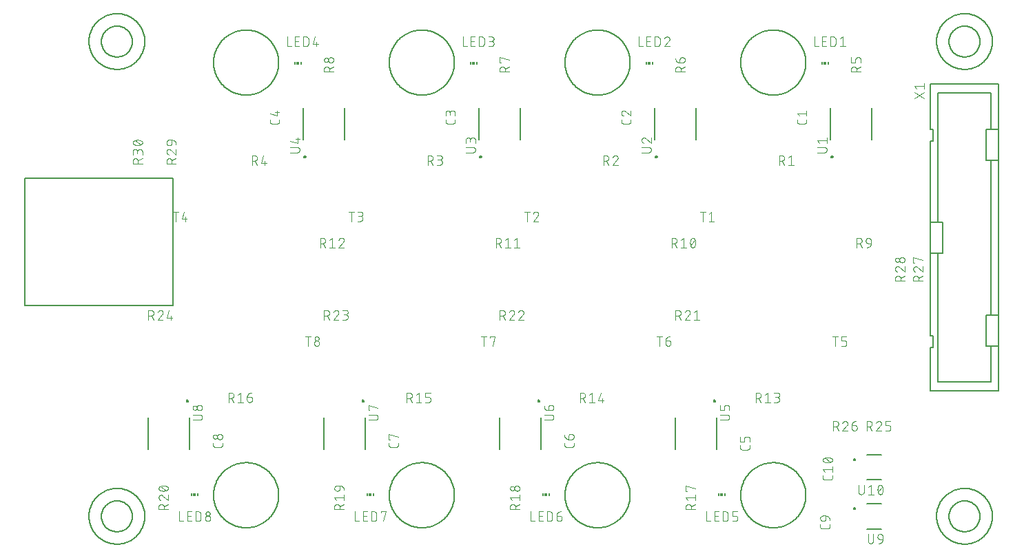
<source format=gbr>
G04 EAGLE Gerber RS-274X export*
G75*
%MOMM*%
%FSLAX34Y34*%
%LPD*%
%INSilkscreen Top*%
%IPPOS*%
%AMOC8*
5,1,8,0,0,1.08239X$1,22.5*%
G01*
%ADD10C,0.101600*%
%ADD11R,0.150000X0.300000*%
%ADD12R,0.300000X0.300000*%
%ADD13C,0.127000*%
%ADD14C,0.200000*%
%ADD15C,0.203200*%
%ADD16C,0.152400*%


D10*
X898017Y539101D02*
X898017Y536504D01*
X898015Y536405D01*
X898009Y536305D01*
X898000Y536206D01*
X897987Y536108D01*
X897970Y536010D01*
X897949Y535912D01*
X897924Y535816D01*
X897896Y535721D01*
X897864Y535627D01*
X897829Y535534D01*
X897790Y535442D01*
X897747Y535352D01*
X897702Y535264D01*
X897652Y535177D01*
X897600Y535093D01*
X897544Y535010D01*
X897486Y534930D01*
X897424Y534852D01*
X897359Y534777D01*
X897291Y534704D01*
X897221Y534634D01*
X897148Y534566D01*
X897073Y534501D01*
X896995Y534439D01*
X896915Y534381D01*
X896832Y534325D01*
X896748Y534273D01*
X896661Y534223D01*
X896573Y534178D01*
X896483Y534135D01*
X896391Y534096D01*
X896298Y534061D01*
X896204Y534029D01*
X896109Y534001D01*
X896013Y533976D01*
X895915Y533955D01*
X895817Y533938D01*
X895719Y533925D01*
X895620Y533916D01*
X895520Y533910D01*
X895421Y533908D01*
X888929Y533908D01*
X888830Y533910D01*
X888730Y533916D01*
X888631Y533925D01*
X888533Y533938D01*
X888435Y533956D01*
X888337Y533976D01*
X888241Y534001D01*
X888145Y534029D01*
X888051Y534061D01*
X887958Y534096D01*
X887867Y534135D01*
X887777Y534178D01*
X887688Y534223D01*
X887602Y534273D01*
X887517Y534325D01*
X887435Y534381D01*
X887355Y534440D01*
X887277Y534501D01*
X887201Y534566D01*
X887128Y534634D01*
X887058Y534704D01*
X886990Y534777D01*
X886925Y534853D01*
X886864Y534931D01*
X886805Y535011D01*
X886749Y535093D01*
X886697Y535178D01*
X886648Y535264D01*
X886602Y535353D01*
X886559Y535443D01*
X886520Y535534D01*
X886485Y535627D01*
X886453Y535721D01*
X886425Y535817D01*
X886400Y535913D01*
X886380Y536011D01*
X886362Y536109D01*
X886349Y536207D01*
X886340Y536306D01*
X886334Y536405D01*
X886332Y536505D01*
X886333Y536504D02*
X886333Y539101D01*
X888929Y543466D02*
X886333Y546712D01*
X898017Y546712D01*
X898017Y549957D02*
X898017Y543466D01*
X929767Y100951D02*
X929767Y98354D01*
X929765Y98255D01*
X929759Y98155D01*
X929750Y98056D01*
X929737Y97958D01*
X929720Y97860D01*
X929699Y97762D01*
X929674Y97666D01*
X929646Y97571D01*
X929614Y97477D01*
X929579Y97384D01*
X929540Y97292D01*
X929497Y97202D01*
X929452Y97114D01*
X929402Y97027D01*
X929350Y96943D01*
X929294Y96860D01*
X929236Y96780D01*
X929174Y96702D01*
X929109Y96627D01*
X929041Y96554D01*
X928971Y96484D01*
X928898Y96416D01*
X928823Y96351D01*
X928745Y96289D01*
X928665Y96231D01*
X928582Y96175D01*
X928498Y96123D01*
X928411Y96073D01*
X928323Y96028D01*
X928233Y95985D01*
X928141Y95946D01*
X928048Y95911D01*
X927954Y95879D01*
X927859Y95851D01*
X927763Y95826D01*
X927665Y95805D01*
X927567Y95788D01*
X927469Y95775D01*
X927370Y95766D01*
X927270Y95760D01*
X927171Y95758D01*
X920679Y95758D01*
X920580Y95760D01*
X920480Y95766D01*
X920381Y95775D01*
X920283Y95788D01*
X920185Y95806D01*
X920087Y95826D01*
X919991Y95851D01*
X919895Y95879D01*
X919801Y95911D01*
X919708Y95946D01*
X919617Y95985D01*
X919527Y96028D01*
X919438Y96073D01*
X919352Y96123D01*
X919267Y96175D01*
X919185Y96231D01*
X919105Y96290D01*
X919027Y96351D01*
X918951Y96416D01*
X918878Y96484D01*
X918808Y96554D01*
X918740Y96627D01*
X918675Y96703D01*
X918614Y96781D01*
X918555Y96861D01*
X918499Y96943D01*
X918447Y97028D01*
X918398Y97114D01*
X918352Y97203D01*
X918309Y97293D01*
X918270Y97384D01*
X918235Y97477D01*
X918203Y97571D01*
X918175Y97667D01*
X918150Y97763D01*
X918130Y97861D01*
X918112Y97959D01*
X918099Y98057D01*
X918090Y98156D01*
X918084Y98255D01*
X918082Y98355D01*
X918083Y98354D02*
X918083Y100951D01*
X920679Y105316D02*
X918083Y108562D01*
X929767Y108562D01*
X929767Y111807D02*
X929767Y105316D01*
X923925Y116746D02*
X923695Y116749D01*
X923465Y116757D01*
X923236Y116771D01*
X923007Y116790D01*
X922778Y116815D01*
X922550Y116845D01*
X922323Y116880D01*
X922097Y116921D01*
X921872Y116967D01*
X921648Y117019D01*
X921425Y117076D01*
X921204Y117138D01*
X920984Y117206D01*
X920766Y117279D01*
X920550Y117357D01*
X920336Y117440D01*
X920124Y117528D01*
X919913Y117621D01*
X919706Y117720D01*
X919616Y117753D01*
X919527Y117789D01*
X919439Y117829D01*
X919354Y117873D01*
X919270Y117920D01*
X919188Y117970D01*
X919108Y118024D01*
X919031Y118080D01*
X918955Y118140D01*
X918882Y118203D01*
X918812Y118268D01*
X918744Y118337D01*
X918680Y118408D01*
X918618Y118481D01*
X918559Y118557D01*
X918503Y118635D01*
X918450Y118716D01*
X918401Y118798D01*
X918355Y118882D01*
X918312Y118969D01*
X918273Y119056D01*
X918237Y119146D01*
X918205Y119236D01*
X918177Y119328D01*
X918152Y119421D01*
X918131Y119515D01*
X918114Y119609D01*
X918100Y119704D01*
X918091Y119800D01*
X918085Y119896D01*
X918083Y119992D01*
X918085Y120088D01*
X918091Y120184D01*
X918100Y120280D01*
X918114Y120375D01*
X918131Y120469D01*
X918152Y120563D01*
X918177Y120656D01*
X918205Y120748D01*
X918237Y120838D01*
X918273Y120928D01*
X918312Y121016D01*
X918355Y121102D01*
X918401Y121186D01*
X918450Y121268D01*
X918503Y121349D01*
X918559Y121427D01*
X918618Y121503D01*
X918680Y121576D01*
X918744Y121647D01*
X918812Y121716D01*
X918882Y121781D01*
X918955Y121844D01*
X919031Y121904D01*
X919108Y121960D01*
X919188Y122014D01*
X919270Y122064D01*
X919354Y122111D01*
X919439Y122155D01*
X919527Y122195D01*
X919616Y122231D01*
X919706Y122264D01*
X919913Y122363D01*
X920124Y122456D01*
X920336Y122544D01*
X920550Y122627D01*
X920766Y122705D01*
X920984Y122778D01*
X921204Y122846D01*
X921425Y122908D01*
X921648Y122965D01*
X921872Y123017D01*
X922097Y123063D01*
X922323Y123104D01*
X922550Y123139D01*
X922778Y123169D01*
X923007Y123194D01*
X923236Y123213D01*
X923465Y123227D01*
X923695Y123235D01*
X923925Y123238D01*
X923925Y116746D02*
X924155Y116749D01*
X924385Y116757D01*
X924614Y116771D01*
X924843Y116790D01*
X925072Y116815D01*
X925300Y116845D01*
X925527Y116880D01*
X925753Y116921D01*
X925978Y116967D01*
X926202Y117019D01*
X926425Y117076D01*
X926646Y117138D01*
X926866Y117206D01*
X927084Y117279D01*
X927300Y117357D01*
X927514Y117440D01*
X927726Y117528D01*
X927937Y117621D01*
X928144Y117720D01*
X928234Y117753D01*
X928323Y117789D01*
X928411Y117830D01*
X928496Y117873D01*
X928580Y117920D01*
X928662Y117970D01*
X928742Y118024D01*
X928819Y118080D01*
X928895Y118140D01*
X928968Y118203D01*
X929038Y118268D01*
X929106Y118337D01*
X929170Y118408D01*
X929232Y118481D01*
X929291Y118557D01*
X929347Y118635D01*
X929400Y118716D01*
X929449Y118798D01*
X929495Y118882D01*
X929538Y118969D01*
X929577Y119056D01*
X929613Y119146D01*
X929645Y119236D01*
X929673Y119328D01*
X929698Y119421D01*
X929719Y119515D01*
X929736Y119609D01*
X929750Y119704D01*
X929759Y119800D01*
X929765Y119896D01*
X929767Y119992D01*
X928144Y122264D02*
X927937Y122363D01*
X927726Y122456D01*
X927514Y122544D01*
X927300Y122627D01*
X927084Y122705D01*
X926866Y122778D01*
X926646Y122846D01*
X926425Y122908D01*
X926202Y122965D01*
X925978Y123017D01*
X925753Y123063D01*
X925527Y123104D01*
X925300Y123139D01*
X925072Y123169D01*
X924843Y123194D01*
X924614Y123213D01*
X924385Y123227D01*
X924155Y123235D01*
X923925Y123238D01*
X928144Y122264D02*
X928234Y122231D01*
X928323Y122195D01*
X928411Y122155D01*
X928496Y122111D01*
X928580Y122064D01*
X928662Y122014D01*
X928742Y121960D01*
X928819Y121904D01*
X928895Y121844D01*
X928968Y121781D01*
X929038Y121716D01*
X929106Y121647D01*
X929170Y121576D01*
X929232Y121503D01*
X929291Y121427D01*
X929347Y121349D01*
X929400Y121268D01*
X929449Y121186D01*
X929495Y121102D01*
X929538Y121015D01*
X929577Y120928D01*
X929613Y120838D01*
X929645Y120748D01*
X929673Y120656D01*
X929698Y120563D01*
X929719Y120469D01*
X929736Y120375D01*
X929750Y120280D01*
X929759Y120184D01*
X929765Y120088D01*
X929767Y119992D01*
X927171Y117395D02*
X920679Y122588D01*
X682117Y536504D02*
X682117Y539101D01*
X682117Y536504D02*
X682115Y536405D01*
X682109Y536305D01*
X682100Y536206D01*
X682087Y536108D01*
X682070Y536010D01*
X682049Y535912D01*
X682024Y535816D01*
X681996Y535721D01*
X681964Y535627D01*
X681929Y535534D01*
X681890Y535442D01*
X681847Y535352D01*
X681802Y535264D01*
X681752Y535177D01*
X681700Y535093D01*
X681644Y535010D01*
X681586Y534930D01*
X681524Y534852D01*
X681459Y534777D01*
X681391Y534704D01*
X681321Y534634D01*
X681248Y534566D01*
X681173Y534501D01*
X681095Y534439D01*
X681015Y534381D01*
X680932Y534325D01*
X680848Y534273D01*
X680761Y534223D01*
X680673Y534178D01*
X680583Y534135D01*
X680491Y534096D01*
X680398Y534061D01*
X680304Y534029D01*
X680209Y534001D01*
X680113Y533976D01*
X680015Y533955D01*
X679917Y533938D01*
X679819Y533925D01*
X679720Y533916D01*
X679620Y533910D01*
X679521Y533908D01*
X673029Y533908D01*
X672930Y533910D01*
X672830Y533916D01*
X672731Y533925D01*
X672633Y533938D01*
X672535Y533956D01*
X672437Y533976D01*
X672341Y534001D01*
X672245Y534029D01*
X672151Y534061D01*
X672058Y534096D01*
X671967Y534135D01*
X671877Y534178D01*
X671788Y534223D01*
X671702Y534273D01*
X671617Y534325D01*
X671535Y534381D01*
X671455Y534440D01*
X671377Y534501D01*
X671301Y534566D01*
X671228Y534634D01*
X671158Y534704D01*
X671090Y534777D01*
X671025Y534853D01*
X670964Y534931D01*
X670905Y535011D01*
X670849Y535093D01*
X670797Y535178D01*
X670748Y535264D01*
X670702Y535353D01*
X670659Y535443D01*
X670620Y535534D01*
X670585Y535627D01*
X670553Y535721D01*
X670525Y535817D01*
X670500Y535913D01*
X670480Y536011D01*
X670462Y536109D01*
X670449Y536207D01*
X670440Y536306D01*
X670434Y536405D01*
X670432Y536505D01*
X670433Y536504D02*
X670433Y539101D01*
X670433Y547036D02*
X670435Y547143D01*
X670441Y547249D01*
X670451Y547355D01*
X670464Y547461D01*
X670482Y547567D01*
X670503Y547671D01*
X670528Y547775D01*
X670557Y547878D01*
X670589Y547979D01*
X670626Y548079D01*
X670666Y548178D01*
X670709Y548276D01*
X670756Y548372D01*
X670807Y548466D01*
X670861Y548558D01*
X670918Y548648D01*
X670978Y548736D01*
X671042Y548821D01*
X671109Y548904D01*
X671179Y548985D01*
X671251Y549063D01*
X671327Y549139D01*
X671405Y549211D01*
X671486Y549281D01*
X671569Y549348D01*
X671654Y549412D01*
X671742Y549472D01*
X671832Y549529D01*
X671924Y549583D01*
X672018Y549634D01*
X672114Y549681D01*
X672212Y549724D01*
X672311Y549764D01*
X672411Y549801D01*
X672512Y549833D01*
X672615Y549862D01*
X672719Y549887D01*
X672823Y549908D01*
X672929Y549926D01*
X673035Y549939D01*
X673141Y549949D01*
X673247Y549955D01*
X673354Y549957D01*
X670433Y547036D02*
X670435Y546915D01*
X670441Y546794D01*
X670451Y546674D01*
X670464Y546553D01*
X670482Y546434D01*
X670503Y546314D01*
X670528Y546196D01*
X670557Y546079D01*
X670590Y545962D01*
X670626Y545847D01*
X670667Y545733D01*
X670710Y545620D01*
X670758Y545508D01*
X670809Y545399D01*
X670864Y545291D01*
X670922Y545184D01*
X670983Y545080D01*
X671048Y544978D01*
X671116Y544878D01*
X671187Y544780D01*
X671261Y544684D01*
X671338Y544591D01*
X671419Y544501D01*
X671502Y544413D01*
X671588Y544328D01*
X671677Y544245D01*
X671768Y544166D01*
X671862Y544089D01*
X671958Y544016D01*
X672056Y543946D01*
X672157Y543879D01*
X672260Y543815D01*
X672365Y543755D01*
X672472Y543697D01*
X672580Y543644D01*
X672690Y543594D01*
X672802Y543548D01*
X672915Y543505D01*
X673030Y543466D01*
X675626Y548983D02*
X675548Y549062D01*
X675468Y549138D01*
X675385Y549211D01*
X675299Y549281D01*
X675212Y549348D01*
X675121Y549412D01*
X675029Y549472D01*
X674935Y549530D01*
X674838Y549584D01*
X674740Y549634D01*
X674640Y549681D01*
X674539Y549725D01*
X674436Y549765D01*
X674331Y549801D01*
X674226Y549833D01*
X674119Y549862D01*
X674012Y549887D01*
X673903Y549909D01*
X673794Y549926D01*
X673685Y549940D01*
X673575Y549949D01*
X673464Y549955D01*
X673354Y549957D01*
X675626Y548984D02*
X682117Y543466D01*
X682117Y549957D01*
X466217Y539101D02*
X466217Y536504D01*
X466215Y536405D01*
X466209Y536305D01*
X466200Y536206D01*
X466187Y536108D01*
X466170Y536010D01*
X466149Y535912D01*
X466124Y535816D01*
X466096Y535721D01*
X466064Y535627D01*
X466029Y535534D01*
X465990Y535442D01*
X465947Y535352D01*
X465902Y535264D01*
X465852Y535177D01*
X465800Y535093D01*
X465744Y535010D01*
X465686Y534930D01*
X465624Y534852D01*
X465559Y534777D01*
X465491Y534704D01*
X465421Y534634D01*
X465348Y534566D01*
X465273Y534501D01*
X465195Y534439D01*
X465115Y534381D01*
X465032Y534325D01*
X464948Y534273D01*
X464861Y534223D01*
X464773Y534178D01*
X464683Y534135D01*
X464591Y534096D01*
X464498Y534061D01*
X464404Y534029D01*
X464309Y534001D01*
X464213Y533976D01*
X464115Y533955D01*
X464017Y533938D01*
X463919Y533925D01*
X463820Y533916D01*
X463720Y533910D01*
X463621Y533908D01*
X457129Y533908D01*
X457030Y533910D01*
X456930Y533916D01*
X456831Y533925D01*
X456733Y533938D01*
X456635Y533956D01*
X456537Y533976D01*
X456441Y534001D01*
X456345Y534029D01*
X456251Y534061D01*
X456158Y534096D01*
X456067Y534135D01*
X455977Y534178D01*
X455888Y534223D01*
X455802Y534273D01*
X455717Y534325D01*
X455635Y534381D01*
X455555Y534440D01*
X455477Y534501D01*
X455401Y534566D01*
X455328Y534634D01*
X455258Y534704D01*
X455190Y534777D01*
X455125Y534853D01*
X455064Y534931D01*
X455005Y535011D01*
X454949Y535093D01*
X454897Y535178D01*
X454848Y535264D01*
X454802Y535353D01*
X454759Y535443D01*
X454720Y535534D01*
X454685Y535627D01*
X454653Y535721D01*
X454625Y535817D01*
X454600Y535913D01*
X454580Y536011D01*
X454562Y536109D01*
X454549Y536207D01*
X454540Y536306D01*
X454534Y536405D01*
X454532Y536505D01*
X454533Y536504D02*
X454533Y539101D01*
X466217Y543466D02*
X466217Y546712D01*
X466215Y546825D01*
X466209Y546938D01*
X466199Y547051D01*
X466185Y547164D01*
X466168Y547276D01*
X466146Y547387D01*
X466121Y547497D01*
X466091Y547607D01*
X466058Y547715D01*
X466021Y547822D01*
X465981Y547928D01*
X465936Y548032D01*
X465888Y548135D01*
X465837Y548236D01*
X465782Y548335D01*
X465724Y548432D01*
X465662Y548527D01*
X465597Y548620D01*
X465529Y548710D01*
X465458Y548798D01*
X465383Y548884D01*
X465306Y548967D01*
X465226Y549047D01*
X465143Y549124D01*
X465057Y549199D01*
X464969Y549270D01*
X464879Y549338D01*
X464786Y549403D01*
X464691Y549465D01*
X464594Y549523D01*
X464495Y549578D01*
X464394Y549629D01*
X464291Y549677D01*
X464187Y549722D01*
X464081Y549762D01*
X463974Y549799D01*
X463866Y549832D01*
X463756Y549862D01*
X463646Y549887D01*
X463535Y549909D01*
X463423Y549926D01*
X463310Y549940D01*
X463197Y549950D01*
X463084Y549956D01*
X462971Y549958D01*
X462858Y549956D01*
X462745Y549950D01*
X462632Y549940D01*
X462519Y549926D01*
X462407Y549909D01*
X462296Y549887D01*
X462186Y549862D01*
X462076Y549832D01*
X461968Y549799D01*
X461861Y549762D01*
X461755Y549722D01*
X461651Y549677D01*
X461548Y549629D01*
X461447Y549578D01*
X461348Y549523D01*
X461251Y549465D01*
X461156Y549403D01*
X461063Y549338D01*
X460973Y549270D01*
X460885Y549199D01*
X460799Y549124D01*
X460716Y549047D01*
X460636Y548967D01*
X460559Y548884D01*
X460484Y548798D01*
X460413Y548710D01*
X460345Y548620D01*
X460280Y548527D01*
X460218Y548432D01*
X460160Y548335D01*
X460105Y548236D01*
X460054Y548135D01*
X460006Y548032D01*
X459961Y547928D01*
X459921Y547822D01*
X459884Y547715D01*
X459851Y547607D01*
X459821Y547497D01*
X459796Y547387D01*
X459774Y547276D01*
X459757Y547164D01*
X459743Y547051D01*
X459733Y546938D01*
X459727Y546825D01*
X459725Y546712D01*
X454533Y547361D02*
X454533Y543466D01*
X454533Y547361D02*
X454535Y547462D01*
X454541Y547562D01*
X454551Y547662D01*
X454564Y547762D01*
X454582Y547861D01*
X454603Y547960D01*
X454628Y548057D01*
X454657Y548154D01*
X454690Y548249D01*
X454726Y548343D01*
X454766Y548435D01*
X454809Y548526D01*
X454856Y548615D01*
X454906Y548702D01*
X454960Y548788D01*
X455017Y548871D01*
X455077Y548951D01*
X455140Y549030D01*
X455207Y549106D01*
X455276Y549179D01*
X455348Y549249D01*
X455422Y549317D01*
X455499Y549382D01*
X455579Y549443D01*
X455661Y549502D01*
X455745Y549557D01*
X455831Y549609D01*
X455919Y549658D01*
X456009Y549703D01*
X456101Y549745D01*
X456194Y549783D01*
X456289Y549817D01*
X456384Y549848D01*
X456481Y549875D01*
X456579Y549898D01*
X456678Y549918D01*
X456778Y549933D01*
X456878Y549945D01*
X456978Y549953D01*
X457079Y549957D01*
X457179Y549957D01*
X457280Y549953D01*
X457380Y549945D01*
X457480Y549933D01*
X457580Y549918D01*
X457679Y549898D01*
X457777Y549875D01*
X457874Y549848D01*
X457969Y549817D01*
X458064Y549783D01*
X458157Y549745D01*
X458249Y549703D01*
X458339Y549658D01*
X458427Y549609D01*
X458513Y549557D01*
X458597Y549502D01*
X458679Y549443D01*
X458759Y549382D01*
X458836Y549317D01*
X458910Y549249D01*
X458982Y549179D01*
X459051Y549106D01*
X459118Y549030D01*
X459181Y548951D01*
X459241Y548871D01*
X459298Y548788D01*
X459352Y548702D01*
X459402Y548615D01*
X459449Y548526D01*
X459492Y548435D01*
X459532Y548343D01*
X459568Y548249D01*
X459601Y548154D01*
X459630Y548057D01*
X459655Y547960D01*
X459676Y547861D01*
X459694Y547762D01*
X459707Y547662D01*
X459717Y547562D01*
X459723Y547462D01*
X459725Y547361D01*
X459726Y547361D02*
X459726Y544764D01*
X250317Y539101D02*
X250317Y536504D01*
X250315Y536405D01*
X250309Y536305D01*
X250300Y536206D01*
X250287Y536108D01*
X250270Y536010D01*
X250249Y535912D01*
X250224Y535816D01*
X250196Y535721D01*
X250164Y535627D01*
X250129Y535534D01*
X250090Y535442D01*
X250047Y535352D01*
X250002Y535264D01*
X249952Y535177D01*
X249900Y535093D01*
X249844Y535010D01*
X249786Y534930D01*
X249724Y534852D01*
X249659Y534777D01*
X249591Y534704D01*
X249521Y534634D01*
X249448Y534566D01*
X249373Y534501D01*
X249295Y534439D01*
X249215Y534381D01*
X249132Y534325D01*
X249048Y534273D01*
X248961Y534223D01*
X248873Y534178D01*
X248783Y534135D01*
X248691Y534096D01*
X248598Y534061D01*
X248504Y534029D01*
X248409Y534001D01*
X248313Y533976D01*
X248215Y533955D01*
X248117Y533938D01*
X248019Y533925D01*
X247920Y533916D01*
X247820Y533910D01*
X247721Y533908D01*
X241229Y533908D01*
X241130Y533910D01*
X241030Y533916D01*
X240931Y533925D01*
X240833Y533938D01*
X240735Y533956D01*
X240637Y533976D01*
X240541Y534001D01*
X240445Y534029D01*
X240351Y534061D01*
X240258Y534096D01*
X240167Y534135D01*
X240077Y534178D01*
X239988Y534223D01*
X239902Y534273D01*
X239817Y534325D01*
X239735Y534381D01*
X239655Y534440D01*
X239577Y534501D01*
X239501Y534566D01*
X239428Y534634D01*
X239358Y534704D01*
X239290Y534777D01*
X239225Y534853D01*
X239164Y534931D01*
X239105Y535011D01*
X239049Y535093D01*
X238997Y535178D01*
X238948Y535264D01*
X238902Y535353D01*
X238859Y535443D01*
X238820Y535534D01*
X238785Y535627D01*
X238753Y535721D01*
X238725Y535817D01*
X238700Y535913D01*
X238680Y536011D01*
X238662Y536109D01*
X238649Y536207D01*
X238640Y536306D01*
X238634Y536405D01*
X238632Y536505D01*
X238633Y536504D02*
X238633Y539101D01*
X238633Y546063D02*
X247721Y543466D01*
X247721Y549957D01*
X245124Y548010D02*
X250317Y548010D01*
X828167Y137861D02*
X828167Y135264D01*
X828165Y135165D01*
X828159Y135065D01*
X828150Y134966D01*
X828137Y134868D01*
X828120Y134770D01*
X828099Y134672D01*
X828074Y134576D01*
X828046Y134481D01*
X828014Y134387D01*
X827979Y134294D01*
X827940Y134202D01*
X827897Y134112D01*
X827852Y134024D01*
X827802Y133937D01*
X827750Y133853D01*
X827694Y133770D01*
X827636Y133690D01*
X827574Y133612D01*
X827509Y133537D01*
X827441Y133464D01*
X827371Y133394D01*
X827298Y133326D01*
X827223Y133261D01*
X827145Y133199D01*
X827065Y133141D01*
X826982Y133085D01*
X826898Y133033D01*
X826811Y132983D01*
X826723Y132938D01*
X826633Y132895D01*
X826541Y132856D01*
X826448Y132821D01*
X826354Y132789D01*
X826259Y132761D01*
X826163Y132736D01*
X826065Y132715D01*
X825967Y132698D01*
X825869Y132685D01*
X825770Y132676D01*
X825670Y132670D01*
X825571Y132668D01*
X819079Y132668D01*
X819079Y132667D02*
X818980Y132669D01*
X818880Y132675D01*
X818781Y132684D01*
X818683Y132697D01*
X818585Y132715D01*
X818487Y132735D01*
X818391Y132760D01*
X818295Y132788D01*
X818201Y132820D01*
X818108Y132855D01*
X818017Y132894D01*
X817927Y132937D01*
X817838Y132982D01*
X817752Y133032D01*
X817667Y133084D01*
X817585Y133140D01*
X817505Y133199D01*
X817427Y133260D01*
X817351Y133325D01*
X817278Y133393D01*
X817208Y133463D01*
X817140Y133536D01*
X817075Y133612D01*
X817014Y133690D01*
X816955Y133770D01*
X816899Y133852D01*
X816847Y133937D01*
X816798Y134023D01*
X816752Y134112D01*
X816709Y134202D01*
X816670Y134293D01*
X816635Y134386D01*
X816603Y134480D01*
X816575Y134576D01*
X816550Y134672D01*
X816530Y134770D01*
X816512Y134868D01*
X816499Y134966D01*
X816490Y135065D01*
X816484Y135164D01*
X816482Y135264D01*
X816483Y135264D02*
X816483Y137861D01*
X828167Y142226D02*
X828167Y146121D01*
X828165Y146220D01*
X828159Y146320D01*
X828150Y146419D01*
X828137Y146517D01*
X828120Y146615D01*
X828099Y146713D01*
X828074Y146809D01*
X828046Y146904D01*
X828014Y146998D01*
X827979Y147091D01*
X827940Y147183D01*
X827897Y147273D01*
X827852Y147361D01*
X827802Y147448D01*
X827750Y147532D01*
X827694Y147615D01*
X827636Y147695D01*
X827574Y147773D01*
X827509Y147848D01*
X827441Y147921D01*
X827371Y147991D01*
X827298Y148059D01*
X827223Y148124D01*
X827145Y148186D01*
X827065Y148244D01*
X826982Y148300D01*
X826898Y148352D01*
X826811Y148402D01*
X826723Y148447D01*
X826633Y148490D01*
X826541Y148529D01*
X826448Y148564D01*
X826354Y148596D01*
X826259Y148624D01*
X826163Y148649D01*
X826065Y148670D01*
X825967Y148687D01*
X825869Y148700D01*
X825770Y148709D01*
X825670Y148715D01*
X825571Y148717D01*
X824272Y148717D01*
X824173Y148715D01*
X824073Y148709D01*
X823974Y148700D01*
X823876Y148687D01*
X823778Y148670D01*
X823680Y148649D01*
X823584Y148624D01*
X823489Y148596D01*
X823395Y148564D01*
X823302Y148529D01*
X823210Y148490D01*
X823120Y148447D01*
X823032Y148402D01*
X822945Y148352D01*
X822861Y148300D01*
X822778Y148244D01*
X822698Y148186D01*
X822620Y148124D01*
X822545Y148059D01*
X822472Y147991D01*
X822402Y147921D01*
X822334Y147848D01*
X822269Y147773D01*
X822207Y147695D01*
X822149Y147615D01*
X822093Y147532D01*
X822041Y147448D01*
X821991Y147361D01*
X821946Y147273D01*
X821903Y147183D01*
X821864Y147091D01*
X821829Y146998D01*
X821797Y146904D01*
X821769Y146809D01*
X821744Y146713D01*
X821723Y146615D01*
X821706Y146517D01*
X821693Y146419D01*
X821684Y146320D01*
X821678Y146220D01*
X821676Y146121D01*
X821676Y142226D01*
X816483Y142226D01*
X816483Y148717D01*
X612267Y141036D02*
X612267Y138439D01*
X612265Y138340D01*
X612259Y138240D01*
X612250Y138141D01*
X612237Y138043D01*
X612220Y137945D01*
X612199Y137847D01*
X612174Y137751D01*
X612146Y137656D01*
X612114Y137562D01*
X612079Y137469D01*
X612040Y137377D01*
X611997Y137287D01*
X611952Y137199D01*
X611902Y137112D01*
X611850Y137028D01*
X611794Y136945D01*
X611736Y136865D01*
X611674Y136787D01*
X611609Y136712D01*
X611541Y136639D01*
X611471Y136569D01*
X611398Y136501D01*
X611323Y136436D01*
X611245Y136374D01*
X611165Y136316D01*
X611082Y136260D01*
X610998Y136208D01*
X610911Y136158D01*
X610823Y136113D01*
X610733Y136070D01*
X610641Y136031D01*
X610548Y135996D01*
X610454Y135964D01*
X610359Y135936D01*
X610263Y135911D01*
X610165Y135890D01*
X610067Y135873D01*
X609969Y135860D01*
X609870Y135851D01*
X609770Y135845D01*
X609671Y135843D01*
X603179Y135843D01*
X603179Y135842D02*
X603080Y135844D01*
X602980Y135850D01*
X602881Y135859D01*
X602783Y135872D01*
X602685Y135890D01*
X602587Y135910D01*
X602491Y135935D01*
X602395Y135963D01*
X602301Y135995D01*
X602208Y136030D01*
X602117Y136069D01*
X602027Y136112D01*
X601938Y136157D01*
X601852Y136207D01*
X601767Y136259D01*
X601685Y136315D01*
X601605Y136374D01*
X601527Y136435D01*
X601451Y136500D01*
X601378Y136568D01*
X601308Y136638D01*
X601240Y136711D01*
X601175Y136787D01*
X601114Y136865D01*
X601055Y136945D01*
X600999Y137027D01*
X600947Y137112D01*
X600898Y137198D01*
X600852Y137287D01*
X600809Y137377D01*
X600770Y137468D01*
X600735Y137561D01*
X600703Y137655D01*
X600675Y137751D01*
X600650Y137847D01*
X600630Y137945D01*
X600612Y138043D01*
X600599Y138141D01*
X600590Y138240D01*
X600584Y138339D01*
X600582Y138439D01*
X600583Y138439D02*
X600583Y141036D01*
X605776Y145401D02*
X605776Y149296D01*
X605778Y149395D01*
X605784Y149495D01*
X605793Y149594D01*
X605806Y149692D01*
X605823Y149790D01*
X605844Y149888D01*
X605869Y149984D01*
X605897Y150079D01*
X605929Y150173D01*
X605964Y150266D01*
X606003Y150358D01*
X606046Y150448D01*
X606091Y150536D01*
X606141Y150623D01*
X606193Y150707D01*
X606249Y150790D01*
X606307Y150870D01*
X606369Y150948D01*
X606434Y151023D01*
X606502Y151096D01*
X606572Y151166D01*
X606645Y151234D01*
X606720Y151299D01*
X606798Y151361D01*
X606878Y151419D01*
X606961Y151475D01*
X607045Y151527D01*
X607132Y151577D01*
X607220Y151622D01*
X607310Y151665D01*
X607402Y151704D01*
X607495Y151739D01*
X607589Y151771D01*
X607684Y151799D01*
X607780Y151824D01*
X607878Y151845D01*
X607976Y151862D01*
X608074Y151875D01*
X608173Y151884D01*
X608273Y151890D01*
X608372Y151892D01*
X609021Y151892D01*
X609134Y151890D01*
X609247Y151884D01*
X609360Y151874D01*
X609473Y151860D01*
X609585Y151843D01*
X609696Y151821D01*
X609806Y151796D01*
X609916Y151766D01*
X610024Y151733D01*
X610131Y151696D01*
X610237Y151656D01*
X610341Y151611D01*
X610444Y151563D01*
X610545Y151512D01*
X610644Y151457D01*
X610741Y151399D01*
X610836Y151337D01*
X610929Y151272D01*
X611019Y151204D01*
X611107Y151133D01*
X611193Y151058D01*
X611276Y150981D01*
X611356Y150901D01*
X611433Y150818D01*
X611508Y150732D01*
X611579Y150644D01*
X611647Y150554D01*
X611712Y150461D01*
X611774Y150366D01*
X611832Y150269D01*
X611887Y150170D01*
X611938Y150069D01*
X611986Y149966D01*
X612031Y149862D01*
X612071Y149756D01*
X612108Y149649D01*
X612141Y149541D01*
X612171Y149431D01*
X612196Y149321D01*
X612218Y149210D01*
X612235Y149098D01*
X612249Y148985D01*
X612259Y148872D01*
X612265Y148759D01*
X612267Y148646D01*
X612265Y148533D01*
X612259Y148420D01*
X612249Y148307D01*
X612235Y148194D01*
X612218Y148082D01*
X612196Y147971D01*
X612171Y147861D01*
X612141Y147751D01*
X612108Y147643D01*
X612071Y147536D01*
X612031Y147430D01*
X611986Y147326D01*
X611938Y147223D01*
X611887Y147122D01*
X611832Y147023D01*
X611774Y146926D01*
X611712Y146831D01*
X611647Y146738D01*
X611579Y146648D01*
X611508Y146560D01*
X611433Y146474D01*
X611356Y146391D01*
X611276Y146311D01*
X611193Y146234D01*
X611107Y146159D01*
X611019Y146088D01*
X610929Y146020D01*
X610836Y145955D01*
X610741Y145893D01*
X610644Y145835D01*
X610545Y145780D01*
X610444Y145729D01*
X610341Y145681D01*
X610237Y145636D01*
X610131Y145596D01*
X610024Y145559D01*
X609916Y145526D01*
X609806Y145496D01*
X609696Y145471D01*
X609585Y145449D01*
X609473Y145432D01*
X609360Y145418D01*
X609247Y145408D01*
X609134Y145402D01*
X609021Y145400D01*
X609021Y145401D02*
X605776Y145401D01*
X605633Y145403D01*
X605490Y145409D01*
X605347Y145419D01*
X605205Y145433D01*
X605063Y145450D01*
X604921Y145472D01*
X604780Y145497D01*
X604640Y145527D01*
X604501Y145560D01*
X604363Y145597D01*
X604226Y145638D01*
X604090Y145682D01*
X603955Y145731D01*
X603822Y145783D01*
X603690Y145838D01*
X603560Y145898D01*
X603431Y145961D01*
X603304Y146027D01*
X603180Y146097D01*
X603057Y146170D01*
X602936Y146247D01*
X602817Y146326D01*
X602701Y146410D01*
X602586Y146496D01*
X602475Y146585D01*
X602366Y146678D01*
X602259Y146773D01*
X602155Y146872D01*
X602054Y146973D01*
X601955Y147077D01*
X601860Y147183D01*
X601767Y147293D01*
X601678Y147404D01*
X601592Y147518D01*
X601509Y147635D01*
X601429Y147754D01*
X601352Y147875D01*
X601279Y147997D01*
X601209Y148122D01*
X601143Y148249D01*
X601080Y148378D01*
X601020Y148508D01*
X600965Y148640D01*
X600913Y148773D01*
X600864Y148908D01*
X600820Y149044D01*
X600779Y149181D01*
X600742Y149319D01*
X600709Y149458D01*
X600679Y149598D01*
X600654Y149739D01*
X600632Y149881D01*
X600615Y150023D01*
X600601Y150165D01*
X600591Y150308D01*
X600585Y150451D01*
X600583Y150594D01*
X396367Y141036D02*
X396367Y138439D01*
X396365Y138340D01*
X396359Y138240D01*
X396350Y138141D01*
X396337Y138043D01*
X396320Y137945D01*
X396299Y137847D01*
X396274Y137751D01*
X396246Y137656D01*
X396214Y137562D01*
X396179Y137469D01*
X396140Y137377D01*
X396097Y137287D01*
X396052Y137199D01*
X396002Y137112D01*
X395950Y137028D01*
X395894Y136945D01*
X395836Y136865D01*
X395774Y136787D01*
X395709Y136712D01*
X395641Y136639D01*
X395571Y136569D01*
X395498Y136501D01*
X395423Y136436D01*
X395345Y136374D01*
X395265Y136316D01*
X395182Y136260D01*
X395098Y136208D01*
X395011Y136158D01*
X394923Y136113D01*
X394833Y136070D01*
X394741Y136031D01*
X394648Y135996D01*
X394554Y135964D01*
X394459Y135936D01*
X394363Y135911D01*
X394265Y135890D01*
X394167Y135873D01*
X394069Y135860D01*
X393970Y135851D01*
X393870Y135845D01*
X393771Y135843D01*
X387279Y135843D01*
X387279Y135842D02*
X387180Y135844D01*
X387080Y135850D01*
X386981Y135859D01*
X386883Y135872D01*
X386785Y135890D01*
X386687Y135910D01*
X386591Y135935D01*
X386495Y135963D01*
X386401Y135995D01*
X386308Y136030D01*
X386217Y136069D01*
X386127Y136112D01*
X386038Y136157D01*
X385952Y136207D01*
X385867Y136259D01*
X385785Y136315D01*
X385705Y136374D01*
X385627Y136435D01*
X385551Y136500D01*
X385478Y136568D01*
X385408Y136638D01*
X385340Y136711D01*
X385275Y136787D01*
X385214Y136865D01*
X385155Y136945D01*
X385099Y137027D01*
X385047Y137112D01*
X384998Y137198D01*
X384952Y137287D01*
X384909Y137377D01*
X384870Y137468D01*
X384835Y137561D01*
X384803Y137655D01*
X384775Y137751D01*
X384750Y137847D01*
X384730Y137945D01*
X384712Y138043D01*
X384699Y138141D01*
X384690Y138240D01*
X384684Y138339D01*
X384682Y138439D01*
X384683Y138439D02*
X384683Y141036D01*
X384683Y145401D02*
X385981Y145401D01*
X384683Y145401D02*
X384683Y151892D01*
X396367Y148646D01*
X180467Y141036D02*
X180467Y138439D01*
X180465Y138340D01*
X180459Y138240D01*
X180450Y138141D01*
X180437Y138043D01*
X180420Y137945D01*
X180399Y137847D01*
X180374Y137751D01*
X180346Y137656D01*
X180314Y137562D01*
X180279Y137469D01*
X180240Y137377D01*
X180197Y137287D01*
X180152Y137199D01*
X180102Y137112D01*
X180050Y137028D01*
X179994Y136945D01*
X179936Y136865D01*
X179874Y136787D01*
X179809Y136712D01*
X179741Y136639D01*
X179671Y136569D01*
X179598Y136501D01*
X179523Y136436D01*
X179445Y136374D01*
X179365Y136316D01*
X179282Y136260D01*
X179198Y136208D01*
X179111Y136158D01*
X179023Y136113D01*
X178933Y136070D01*
X178841Y136031D01*
X178748Y135996D01*
X178654Y135964D01*
X178559Y135936D01*
X178463Y135911D01*
X178365Y135890D01*
X178267Y135873D01*
X178169Y135860D01*
X178070Y135851D01*
X177970Y135845D01*
X177871Y135843D01*
X171379Y135843D01*
X171379Y135842D02*
X171280Y135844D01*
X171180Y135850D01*
X171081Y135859D01*
X170983Y135872D01*
X170885Y135890D01*
X170787Y135910D01*
X170691Y135935D01*
X170595Y135963D01*
X170501Y135995D01*
X170408Y136030D01*
X170317Y136069D01*
X170227Y136112D01*
X170138Y136157D01*
X170052Y136207D01*
X169967Y136259D01*
X169885Y136315D01*
X169805Y136374D01*
X169727Y136435D01*
X169651Y136500D01*
X169578Y136568D01*
X169508Y136638D01*
X169440Y136711D01*
X169375Y136787D01*
X169314Y136865D01*
X169255Y136945D01*
X169199Y137027D01*
X169147Y137112D01*
X169098Y137198D01*
X169052Y137287D01*
X169009Y137377D01*
X168970Y137468D01*
X168935Y137561D01*
X168903Y137655D01*
X168875Y137751D01*
X168850Y137847D01*
X168830Y137945D01*
X168812Y138043D01*
X168799Y138141D01*
X168790Y138240D01*
X168784Y138339D01*
X168782Y138439D01*
X168783Y138439D02*
X168783Y141036D01*
X177221Y145400D02*
X177108Y145402D01*
X176995Y145408D01*
X176882Y145418D01*
X176769Y145432D01*
X176657Y145449D01*
X176546Y145471D01*
X176436Y145496D01*
X176326Y145526D01*
X176218Y145559D01*
X176111Y145596D01*
X176005Y145636D01*
X175901Y145681D01*
X175798Y145729D01*
X175697Y145780D01*
X175598Y145835D01*
X175501Y145893D01*
X175406Y145955D01*
X175313Y146020D01*
X175223Y146088D01*
X175135Y146159D01*
X175049Y146234D01*
X174966Y146311D01*
X174886Y146391D01*
X174809Y146474D01*
X174734Y146560D01*
X174663Y146648D01*
X174595Y146738D01*
X174530Y146831D01*
X174468Y146926D01*
X174410Y147023D01*
X174355Y147122D01*
X174304Y147223D01*
X174256Y147326D01*
X174211Y147430D01*
X174171Y147536D01*
X174134Y147643D01*
X174101Y147751D01*
X174071Y147861D01*
X174046Y147971D01*
X174024Y148082D01*
X174007Y148194D01*
X173993Y148307D01*
X173983Y148420D01*
X173977Y148533D01*
X173975Y148646D01*
X173977Y148759D01*
X173983Y148872D01*
X173993Y148985D01*
X174007Y149098D01*
X174024Y149210D01*
X174046Y149321D01*
X174071Y149431D01*
X174101Y149541D01*
X174134Y149649D01*
X174171Y149756D01*
X174211Y149862D01*
X174256Y149966D01*
X174304Y150069D01*
X174355Y150170D01*
X174410Y150269D01*
X174468Y150366D01*
X174530Y150461D01*
X174595Y150554D01*
X174663Y150644D01*
X174734Y150732D01*
X174809Y150818D01*
X174886Y150901D01*
X174966Y150981D01*
X175049Y151058D01*
X175135Y151133D01*
X175223Y151204D01*
X175313Y151272D01*
X175406Y151337D01*
X175501Y151399D01*
X175598Y151457D01*
X175697Y151512D01*
X175798Y151563D01*
X175901Y151611D01*
X176005Y151656D01*
X176111Y151696D01*
X176218Y151733D01*
X176326Y151766D01*
X176436Y151796D01*
X176546Y151821D01*
X176657Y151843D01*
X176769Y151860D01*
X176882Y151874D01*
X176995Y151884D01*
X177108Y151890D01*
X177221Y151892D01*
X177334Y151890D01*
X177447Y151884D01*
X177560Y151874D01*
X177673Y151860D01*
X177785Y151843D01*
X177896Y151821D01*
X178006Y151796D01*
X178116Y151766D01*
X178224Y151733D01*
X178331Y151696D01*
X178437Y151656D01*
X178541Y151611D01*
X178644Y151563D01*
X178745Y151512D01*
X178844Y151457D01*
X178941Y151399D01*
X179036Y151337D01*
X179129Y151272D01*
X179219Y151204D01*
X179307Y151133D01*
X179393Y151058D01*
X179476Y150981D01*
X179556Y150901D01*
X179633Y150818D01*
X179708Y150732D01*
X179779Y150644D01*
X179847Y150554D01*
X179912Y150461D01*
X179974Y150366D01*
X180032Y150269D01*
X180087Y150170D01*
X180138Y150069D01*
X180186Y149966D01*
X180231Y149862D01*
X180271Y149756D01*
X180308Y149649D01*
X180341Y149541D01*
X180371Y149431D01*
X180396Y149321D01*
X180418Y149210D01*
X180435Y149098D01*
X180449Y148985D01*
X180459Y148872D01*
X180465Y148759D01*
X180467Y148646D01*
X180465Y148533D01*
X180459Y148420D01*
X180449Y148307D01*
X180435Y148194D01*
X180418Y148082D01*
X180396Y147971D01*
X180371Y147861D01*
X180341Y147751D01*
X180308Y147643D01*
X180271Y147536D01*
X180231Y147430D01*
X180186Y147326D01*
X180138Y147223D01*
X180087Y147122D01*
X180032Y147023D01*
X179974Y146926D01*
X179912Y146831D01*
X179847Y146738D01*
X179779Y146648D01*
X179708Y146560D01*
X179633Y146474D01*
X179556Y146391D01*
X179476Y146311D01*
X179393Y146234D01*
X179307Y146159D01*
X179219Y146088D01*
X179129Y146020D01*
X179036Y145955D01*
X178941Y145893D01*
X178844Y145835D01*
X178745Y145780D01*
X178644Y145729D01*
X178541Y145681D01*
X178437Y145636D01*
X178331Y145596D01*
X178224Y145559D01*
X178116Y145526D01*
X178006Y145496D01*
X177896Y145471D01*
X177785Y145449D01*
X177673Y145432D01*
X177560Y145418D01*
X177447Y145408D01*
X177334Y145402D01*
X177221Y145400D01*
X171379Y146050D02*
X171278Y146052D01*
X171178Y146058D01*
X171078Y146068D01*
X170978Y146081D01*
X170879Y146099D01*
X170780Y146120D01*
X170683Y146145D01*
X170586Y146174D01*
X170491Y146207D01*
X170397Y146243D01*
X170305Y146283D01*
X170214Y146326D01*
X170125Y146373D01*
X170038Y146423D01*
X169952Y146477D01*
X169869Y146534D01*
X169789Y146594D01*
X169710Y146657D01*
X169634Y146724D01*
X169561Y146793D01*
X169491Y146865D01*
X169423Y146939D01*
X169358Y147016D01*
X169297Y147096D01*
X169238Y147178D01*
X169183Y147262D01*
X169131Y147348D01*
X169082Y147436D01*
X169037Y147526D01*
X168995Y147618D01*
X168957Y147711D01*
X168923Y147806D01*
X168892Y147901D01*
X168865Y147998D01*
X168842Y148096D01*
X168822Y148195D01*
X168807Y148295D01*
X168795Y148395D01*
X168787Y148495D01*
X168783Y148596D01*
X168783Y148696D01*
X168787Y148797D01*
X168795Y148897D01*
X168807Y148997D01*
X168822Y149097D01*
X168842Y149196D01*
X168865Y149294D01*
X168892Y149391D01*
X168923Y149486D01*
X168957Y149581D01*
X168995Y149674D01*
X169037Y149766D01*
X169082Y149856D01*
X169131Y149944D01*
X169183Y150030D01*
X169238Y150114D01*
X169297Y150196D01*
X169358Y150276D01*
X169423Y150353D01*
X169491Y150427D01*
X169561Y150499D01*
X169634Y150568D01*
X169710Y150635D01*
X169789Y150698D01*
X169869Y150758D01*
X169952Y150815D01*
X170038Y150869D01*
X170125Y150919D01*
X170214Y150966D01*
X170305Y151009D01*
X170397Y151049D01*
X170491Y151085D01*
X170586Y151118D01*
X170683Y151147D01*
X170780Y151172D01*
X170879Y151193D01*
X170978Y151211D01*
X171078Y151224D01*
X171178Y151234D01*
X171278Y151240D01*
X171379Y151242D01*
X171480Y151240D01*
X171580Y151234D01*
X171680Y151224D01*
X171780Y151211D01*
X171879Y151193D01*
X171978Y151172D01*
X172075Y151147D01*
X172172Y151118D01*
X172267Y151085D01*
X172361Y151049D01*
X172453Y151009D01*
X172544Y150966D01*
X172633Y150919D01*
X172720Y150869D01*
X172806Y150815D01*
X172889Y150758D01*
X172969Y150698D01*
X173048Y150635D01*
X173124Y150568D01*
X173197Y150499D01*
X173267Y150427D01*
X173335Y150353D01*
X173400Y150276D01*
X173461Y150196D01*
X173520Y150114D01*
X173575Y150030D01*
X173627Y149944D01*
X173676Y149856D01*
X173721Y149766D01*
X173763Y149674D01*
X173801Y149581D01*
X173835Y149486D01*
X173866Y149391D01*
X173893Y149294D01*
X173916Y149196D01*
X173936Y149097D01*
X173951Y148997D01*
X173963Y148897D01*
X173971Y148797D01*
X173975Y148696D01*
X173975Y148596D01*
X173971Y148495D01*
X173963Y148395D01*
X173951Y148295D01*
X173936Y148195D01*
X173916Y148096D01*
X173893Y147998D01*
X173866Y147901D01*
X173835Y147806D01*
X173801Y147711D01*
X173763Y147618D01*
X173721Y147526D01*
X173676Y147436D01*
X173627Y147348D01*
X173575Y147262D01*
X173520Y147178D01*
X173461Y147096D01*
X173400Y147016D01*
X173335Y146939D01*
X173267Y146865D01*
X173197Y146793D01*
X173124Y146724D01*
X173048Y146657D01*
X172969Y146594D01*
X172889Y146534D01*
X172806Y146477D01*
X172720Y146423D01*
X172633Y146373D01*
X172544Y146326D01*
X172453Y146283D01*
X172361Y146243D01*
X172267Y146207D01*
X172172Y146174D01*
X172075Y146145D01*
X171978Y146120D01*
X171879Y146099D01*
X171780Y146081D01*
X171680Y146068D01*
X171580Y146058D01*
X171480Y146052D01*
X171379Y146050D01*
X926592Y40626D02*
X926592Y38029D01*
X926590Y37930D01*
X926584Y37830D01*
X926575Y37731D01*
X926562Y37633D01*
X926545Y37535D01*
X926524Y37437D01*
X926499Y37341D01*
X926471Y37246D01*
X926439Y37152D01*
X926404Y37059D01*
X926365Y36967D01*
X926322Y36877D01*
X926277Y36789D01*
X926227Y36702D01*
X926175Y36618D01*
X926119Y36535D01*
X926061Y36455D01*
X925999Y36377D01*
X925934Y36302D01*
X925866Y36229D01*
X925796Y36159D01*
X925723Y36091D01*
X925648Y36026D01*
X925570Y35964D01*
X925490Y35906D01*
X925407Y35850D01*
X925323Y35798D01*
X925236Y35748D01*
X925148Y35703D01*
X925058Y35660D01*
X924966Y35621D01*
X924873Y35586D01*
X924779Y35554D01*
X924684Y35526D01*
X924588Y35501D01*
X924490Y35480D01*
X924392Y35463D01*
X924294Y35450D01*
X924195Y35441D01*
X924095Y35435D01*
X923996Y35433D01*
X917504Y35433D01*
X917405Y35435D01*
X917305Y35441D01*
X917206Y35450D01*
X917108Y35463D01*
X917010Y35481D01*
X916912Y35501D01*
X916816Y35526D01*
X916720Y35554D01*
X916626Y35586D01*
X916533Y35621D01*
X916442Y35660D01*
X916352Y35703D01*
X916263Y35748D01*
X916177Y35798D01*
X916092Y35850D01*
X916010Y35906D01*
X915930Y35965D01*
X915852Y36026D01*
X915776Y36091D01*
X915703Y36159D01*
X915633Y36229D01*
X915565Y36302D01*
X915500Y36378D01*
X915439Y36456D01*
X915380Y36536D01*
X915324Y36618D01*
X915272Y36703D01*
X915223Y36789D01*
X915177Y36878D01*
X915134Y36968D01*
X915095Y37059D01*
X915060Y37152D01*
X915028Y37246D01*
X915000Y37342D01*
X914975Y37438D01*
X914955Y37536D01*
X914937Y37634D01*
X914924Y37732D01*
X914915Y37831D01*
X914909Y37930D01*
X914907Y38030D01*
X914908Y38029D02*
X914908Y40626D01*
X921399Y47588D02*
X921399Y51482D01*
X921399Y47588D02*
X921397Y47489D01*
X921391Y47389D01*
X921382Y47290D01*
X921369Y47192D01*
X921352Y47094D01*
X921331Y46996D01*
X921306Y46900D01*
X921278Y46805D01*
X921246Y46711D01*
X921211Y46618D01*
X921172Y46526D01*
X921129Y46436D01*
X921084Y46348D01*
X921034Y46261D01*
X920982Y46177D01*
X920926Y46094D01*
X920868Y46014D01*
X920806Y45936D01*
X920741Y45861D01*
X920673Y45788D01*
X920603Y45718D01*
X920530Y45650D01*
X920455Y45585D01*
X920377Y45523D01*
X920297Y45465D01*
X920214Y45409D01*
X920130Y45357D01*
X920043Y45307D01*
X919955Y45262D01*
X919865Y45219D01*
X919773Y45180D01*
X919680Y45145D01*
X919586Y45113D01*
X919491Y45085D01*
X919395Y45060D01*
X919297Y45039D01*
X919199Y45022D01*
X919101Y45009D01*
X919002Y45000D01*
X918902Y44994D01*
X918803Y44992D01*
X918803Y44991D02*
X918154Y44991D01*
X918041Y44993D01*
X917928Y44999D01*
X917815Y45009D01*
X917702Y45023D01*
X917590Y45040D01*
X917479Y45062D01*
X917369Y45087D01*
X917259Y45117D01*
X917151Y45150D01*
X917044Y45187D01*
X916938Y45227D01*
X916834Y45272D01*
X916731Y45320D01*
X916630Y45371D01*
X916531Y45426D01*
X916434Y45484D01*
X916339Y45546D01*
X916246Y45611D01*
X916156Y45679D01*
X916068Y45750D01*
X915982Y45825D01*
X915899Y45902D01*
X915819Y45982D01*
X915742Y46065D01*
X915667Y46151D01*
X915596Y46239D01*
X915528Y46329D01*
X915463Y46422D01*
X915401Y46517D01*
X915343Y46614D01*
X915288Y46713D01*
X915237Y46814D01*
X915189Y46917D01*
X915144Y47021D01*
X915104Y47127D01*
X915067Y47234D01*
X915034Y47342D01*
X915004Y47452D01*
X914979Y47562D01*
X914957Y47673D01*
X914940Y47785D01*
X914926Y47898D01*
X914916Y48011D01*
X914910Y48124D01*
X914908Y48237D01*
X914910Y48350D01*
X914916Y48463D01*
X914926Y48576D01*
X914940Y48689D01*
X914957Y48801D01*
X914979Y48912D01*
X915004Y49022D01*
X915034Y49132D01*
X915067Y49240D01*
X915104Y49347D01*
X915144Y49453D01*
X915189Y49557D01*
X915237Y49660D01*
X915288Y49761D01*
X915343Y49860D01*
X915401Y49957D01*
X915463Y50052D01*
X915528Y50145D01*
X915596Y50235D01*
X915667Y50323D01*
X915742Y50409D01*
X915819Y50492D01*
X915899Y50572D01*
X915982Y50649D01*
X916068Y50724D01*
X916156Y50795D01*
X916246Y50863D01*
X916339Y50928D01*
X916434Y50990D01*
X916531Y51048D01*
X916630Y51103D01*
X916731Y51154D01*
X916834Y51202D01*
X916938Y51247D01*
X917044Y51287D01*
X917151Y51324D01*
X917259Y51357D01*
X917369Y51387D01*
X917479Y51412D01*
X917590Y51434D01*
X917702Y51451D01*
X917815Y51465D01*
X917928Y51475D01*
X918041Y51481D01*
X918154Y51483D01*
X918154Y51482D02*
X921399Y51482D01*
X921542Y51480D01*
X921685Y51474D01*
X921828Y51464D01*
X921970Y51450D01*
X922112Y51433D01*
X922254Y51411D01*
X922395Y51386D01*
X922535Y51356D01*
X922674Y51323D01*
X922812Y51286D01*
X922949Y51245D01*
X923085Y51201D01*
X923220Y51152D01*
X923353Y51100D01*
X923485Y51045D01*
X923615Y50985D01*
X923744Y50922D01*
X923871Y50856D01*
X923996Y50786D01*
X924118Y50713D01*
X924239Y50636D01*
X924358Y50556D01*
X924474Y50473D01*
X924589Y50387D01*
X924700Y50298D01*
X924810Y50205D01*
X924916Y50110D01*
X925020Y50011D01*
X925121Y49910D01*
X925220Y49806D01*
X925315Y49700D01*
X925408Y49590D01*
X925497Y49479D01*
X925583Y49364D01*
X925666Y49248D01*
X925746Y49129D01*
X925823Y49008D01*
X925896Y48886D01*
X925966Y48761D01*
X926032Y48634D01*
X926095Y48505D01*
X926155Y48375D01*
X926210Y48243D01*
X926262Y48110D01*
X926311Y47975D01*
X926355Y47839D01*
X926396Y47702D01*
X926433Y47564D01*
X926466Y47425D01*
X926496Y47285D01*
X926521Y47144D01*
X926543Y47002D01*
X926560Y46860D01*
X926574Y46718D01*
X926584Y46575D01*
X926590Y46432D01*
X926592Y46289D01*
D11*
X924500Y608100D03*
X917000Y608100D03*
D12*
X920750Y608100D03*
D10*
X907551Y629158D02*
X907551Y640842D01*
X907551Y629158D02*
X912743Y629158D01*
X917457Y629158D02*
X922649Y629158D01*
X917457Y629158D02*
X917457Y640842D01*
X922649Y640842D01*
X921351Y635649D02*
X917457Y635649D01*
X927340Y640842D02*
X927340Y629158D01*
X927340Y640842D02*
X930585Y640842D01*
X930698Y640840D01*
X930811Y640834D01*
X930924Y640824D01*
X931037Y640810D01*
X931149Y640793D01*
X931260Y640771D01*
X931370Y640746D01*
X931480Y640716D01*
X931588Y640683D01*
X931695Y640646D01*
X931801Y640606D01*
X931905Y640561D01*
X932008Y640513D01*
X932109Y640462D01*
X932208Y640407D01*
X932305Y640349D01*
X932400Y640287D01*
X932493Y640222D01*
X932583Y640154D01*
X932671Y640083D01*
X932757Y640008D01*
X932840Y639931D01*
X932920Y639851D01*
X932997Y639768D01*
X933072Y639682D01*
X933143Y639594D01*
X933211Y639504D01*
X933276Y639411D01*
X933338Y639316D01*
X933396Y639219D01*
X933451Y639120D01*
X933502Y639019D01*
X933550Y638916D01*
X933595Y638812D01*
X933635Y638706D01*
X933672Y638599D01*
X933705Y638491D01*
X933735Y638381D01*
X933760Y638271D01*
X933782Y638160D01*
X933799Y638048D01*
X933813Y637935D01*
X933823Y637822D01*
X933829Y637709D01*
X933831Y637596D01*
X933831Y632404D01*
X933832Y632404D02*
X933830Y632291D01*
X933824Y632178D01*
X933814Y632065D01*
X933800Y631952D01*
X933783Y631840D01*
X933761Y631729D01*
X933736Y631619D01*
X933706Y631509D01*
X933673Y631401D01*
X933636Y631294D01*
X933596Y631188D01*
X933551Y631084D01*
X933503Y630981D01*
X933452Y630880D01*
X933397Y630781D01*
X933339Y630684D01*
X933277Y630589D01*
X933212Y630496D01*
X933144Y630406D01*
X933073Y630318D01*
X932998Y630232D01*
X932921Y630149D01*
X932841Y630069D01*
X932758Y629992D01*
X932672Y629917D01*
X932584Y629846D01*
X932494Y629778D01*
X932401Y629713D01*
X932306Y629651D01*
X932209Y629593D01*
X932110Y629538D01*
X932009Y629487D01*
X931906Y629439D01*
X931802Y629394D01*
X931696Y629354D01*
X931589Y629317D01*
X931481Y629284D01*
X931371Y629254D01*
X931261Y629229D01*
X931150Y629207D01*
X931038Y629190D01*
X930925Y629176D01*
X930812Y629166D01*
X930699Y629160D01*
X930586Y629158D01*
X930585Y629158D02*
X927340Y629158D01*
X939151Y638246D02*
X942396Y640842D01*
X942396Y629158D01*
X939151Y629158D02*
X945642Y629158D01*
D11*
X708600Y608100D03*
X701100Y608100D03*
D12*
X704850Y608100D03*
D10*
X691651Y629158D02*
X691651Y640842D01*
X691651Y629158D02*
X696843Y629158D01*
X701557Y629158D02*
X706749Y629158D01*
X701557Y629158D02*
X701557Y640842D01*
X706749Y640842D01*
X705451Y635649D02*
X701557Y635649D01*
X711440Y640842D02*
X711440Y629158D01*
X711440Y640842D02*
X714685Y640842D01*
X714798Y640840D01*
X714911Y640834D01*
X715024Y640824D01*
X715137Y640810D01*
X715249Y640793D01*
X715360Y640771D01*
X715470Y640746D01*
X715580Y640716D01*
X715688Y640683D01*
X715795Y640646D01*
X715901Y640606D01*
X716005Y640561D01*
X716108Y640513D01*
X716209Y640462D01*
X716308Y640407D01*
X716405Y640349D01*
X716500Y640287D01*
X716593Y640222D01*
X716683Y640154D01*
X716771Y640083D01*
X716857Y640008D01*
X716940Y639931D01*
X717020Y639851D01*
X717097Y639768D01*
X717172Y639682D01*
X717243Y639594D01*
X717311Y639504D01*
X717376Y639411D01*
X717438Y639316D01*
X717496Y639219D01*
X717551Y639120D01*
X717602Y639019D01*
X717650Y638916D01*
X717695Y638812D01*
X717735Y638706D01*
X717772Y638599D01*
X717805Y638491D01*
X717835Y638381D01*
X717860Y638271D01*
X717882Y638160D01*
X717899Y638048D01*
X717913Y637935D01*
X717923Y637822D01*
X717929Y637709D01*
X717931Y637596D01*
X717931Y632404D01*
X717932Y632404D02*
X717930Y632291D01*
X717924Y632178D01*
X717914Y632065D01*
X717900Y631952D01*
X717883Y631840D01*
X717861Y631729D01*
X717836Y631619D01*
X717806Y631509D01*
X717773Y631401D01*
X717736Y631294D01*
X717696Y631188D01*
X717651Y631084D01*
X717603Y630981D01*
X717552Y630880D01*
X717497Y630781D01*
X717439Y630684D01*
X717377Y630589D01*
X717312Y630496D01*
X717244Y630406D01*
X717173Y630318D01*
X717098Y630232D01*
X717021Y630149D01*
X716941Y630069D01*
X716858Y629992D01*
X716772Y629917D01*
X716684Y629846D01*
X716594Y629778D01*
X716501Y629713D01*
X716406Y629651D01*
X716309Y629593D01*
X716210Y629538D01*
X716109Y629487D01*
X716006Y629439D01*
X715902Y629394D01*
X715796Y629354D01*
X715689Y629317D01*
X715581Y629284D01*
X715471Y629254D01*
X715361Y629229D01*
X715250Y629207D01*
X715138Y629190D01*
X715025Y629176D01*
X714912Y629166D01*
X714799Y629160D01*
X714686Y629158D01*
X714685Y629158D02*
X711440Y629158D01*
X726821Y640842D02*
X726928Y640840D01*
X727034Y640834D01*
X727140Y640824D01*
X727246Y640811D01*
X727352Y640793D01*
X727456Y640772D01*
X727560Y640747D01*
X727663Y640718D01*
X727764Y640686D01*
X727864Y640649D01*
X727963Y640609D01*
X728061Y640566D01*
X728157Y640519D01*
X728251Y640468D01*
X728343Y640414D01*
X728433Y640357D01*
X728521Y640297D01*
X728606Y640233D01*
X728689Y640166D01*
X728770Y640096D01*
X728848Y640024D01*
X728924Y639948D01*
X728996Y639870D01*
X729066Y639789D01*
X729133Y639706D01*
X729197Y639621D01*
X729257Y639533D01*
X729314Y639443D01*
X729368Y639351D01*
X729419Y639257D01*
X729466Y639161D01*
X729509Y639063D01*
X729549Y638964D01*
X729586Y638864D01*
X729618Y638763D01*
X729647Y638660D01*
X729672Y638556D01*
X729693Y638452D01*
X729711Y638346D01*
X729724Y638240D01*
X729734Y638134D01*
X729740Y638028D01*
X729742Y637921D01*
X726821Y640842D02*
X726700Y640840D01*
X726579Y640834D01*
X726459Y640824D01*
X726338Y640811D01*
X726219Y640793D01*
X726099Y640772D01*
X725981Y640747D01*
X725864Y640718D01*
X725747Y640685D01*
X725632Y640649D01*
X725518Y640608D01*
X725405Y640565D01*
X725293Y640517D01*
X725184Y640466D01*
X725076Y640411D01*
X724969Y640353D01*
X724865Y640292D01*
X724763Y640227D01*
X724663Y640159D01*
X724565Y640088D01*
X724469Y640014D01*
X724376Y639937D01*
X724286Y639856D01*
X724198Y639773D01*
X724113Y639687D01*
X724030Y639598D01*
X723951Y639507D01*
X723874Y639413D01*
X723801Y639317D01*
X723731Y639219D01*
X723664Y639118D01*
X723600Y639015D01*
X723540Y638910D01*
X723483Y638803D01*
X723429Y638695D01*
X723379Y638585D01*
X723333Y638473D01*
X723290Y638360D01*
X723251Y638245D01*
X728769Y635649D02*
X728848Y635726D01*
X728924Y635807D01*
X728997Y635890D01*
X729067Y635975D01*
X729134Y636063D01*
X729198Y636153D01*
X729258Y636245D01*
X729315Y636340D01*
X729369Y636436D01*
X729420Y636534D01*
X729467Y636634D01*
X729511Y636736D01*
X729551Y636839D01*
X729587Y636943D01*
X729619Y637049D01*
X729648Y637155D01*
X729673Y637263D01*
X729695Y637371D01*
X729712Y637481D01*
X729726Y637590D01*
X729735Y637700D01*
X729741Y637811D01*
X729743Y637921D01*
X728768Y635649D02*
X723251Y629158D01*
X729742Y629158D01*
D11*
X492700Y608100D03*
X485200Y608100D03*
D12*
X488950Y608100D03*
D10*
X475751Y629158D02*
X475751Y640842D01*
X475751Y629158D02*
X480943Y629158D01*
X485657Y629158D02*
X490849Y629158D01*
X485657Y629158D02*
X485657Y640842D01*
X490849Y640842D01*
X489551Y635649D02*
X485657Y635649D01*
X495540Y640842D02*
X495540Y629158D01*
X495540Y640842D02*
X498785Y640842D01*
X498898Y640840D01*
X499011Y640834D01*
X499124Y640824D01*
X499237Y640810D01*
X499349Y640793D01*
X499460Y640771D01*
X499570Y640746D01*
X499680Y640716D01*
X499788Y640683D01*
X499895Y640646D01*
X500001Y640606D01*
X500105Y640561D01*
X500208Y640513D01*
X500309Y640462D01*
X500408Y640407D01*
X500505Y640349D01*
X500600Y640287D01*
X500693Y640222D01*
X500783Y640154D01*
X500871Y640083D01*
X500957Y640008D01*
X501040Y639931D01*
X501120Y639851D01*
X501197Y639768D01*
X501272Y639682D01*
X501343Y639594D01*
X501411Y639504D01*
X501476Y639411D01*
X501538Y639316D01*
X501596Y639219D01*
X501651Y639120D01*
X501702Y639019D01*
X501750Y638916D01*
X501795Y638812D01*
X501835Y638706D01*
X501872Y638599D01*
X501905Y638491D01*
X501935Y638381D01*
X501960Y638271D01*
X501982Y638160D01*
X501999Y638048D01*
X502013Y637935D01*
X502023Y637822D01*
X502029Y637709D01*
X502031Y637596D01*
X502031Y632404D01*
X502032Y632404D02*
X502030Y632291D01*
X502024Y632178D01*
X502014Y632065D01*
X502000Y631952D01*
X501983Y631840D01*
X501961Y631729D01*
X501936Y631619D01*
X501906Y631509D01*
X501873Y631401D01*
X501836Y631294D01*
X501796Y631188D01*
X501751Y631084D01*
X501703Y630981D01*
X501652Y630880D01*
X501597Y630781D01*
X501539Y630684D01*
X501477Y630589D01*
X501412Y630496D01*
X501344Y630406D01*
X501273Y630318D01*
X501198Y630232D01*
X501121Y630149D01*
X501041Y630069D01*
X500958Y629992D01*
X500872Y629917D01*
X500784Y629846D01*
X500694Y629778D01*
X500601Y629713D01*
X500506Y629651D01*
X500409Y629593D01*
X500310Y629538D01*
X500209Y629487D01*
X500106Y629439D01*
X500002Y629394D01*
X499896Y629354D01*
X499789Y629317D01*
X499681Y629284D01*
X499571Y629254D01*
X499461Y629229D01*
X499350Y629207D01*
X499238Y629190D01*
X499125Y629176D01*
X499012Y629166D01*
X498899Y629160D01*
X498786Y629158D01*
X498785Y629158D02*
X495540Y629158D01*
X507351Y629158D02*
X510596Y629158D01*
X510709Y629160D01*
X510822Y629166D01*
X510935Y629176D01*
X511048Y629190D01*
X511160Y629207D01*
X511271Y629229D01*
X511381Y629254D01*
X511491Y629284D01*
X511599Y629317D01*
X511706Y629354D01*
X511812Y629394D01*
X511916Y629439D01*
X512019Y629487D01*
X512120Y629538D01*
X512219Y629593D01*
X512316Y629651D01*
X512411Y629713D01*
X512504Y629778D01*
X512594Y629846D01*
X512682Y629917D01*
X512768Y629992D01*
X512851Y630069D01*
X512931Y630149D01*
X513008Y630232D01*
X513083Y630318D01*
X513154Y630406D01*
X513222Y630496D01*
X513287Y630589D01*
X513349Y630684D01*
X513407Y630781D01*
X513462Y630880D01*
X513513Y630981D01*
X513561Y631084D01*
X513606Y631188D01*
X513646Y631294D01*
X513683Y631401D01*
X513716Y631509D01*
X513746Y631619D01*
X513771Y631729D01*
X513793Y631840D01*
X513810Y631952D01*
X513824Y632065D01*
X513834Y632178D01*
X513840Y632291D01*
X513842Y632404D01*
X513840Y632517D01*
X513834Y632630D01*
X513824Y632743D01*
X513810Y632856D01*
X513793Y632968D01*
X513771Y633079D01*
X513746Y633189D01*
X513716Y633299D01*
X513683Y633407D01*
X513646Y633514D01*
X513606Y633620D01*
X513561Y633724D01*
X513513Y633827D01*
X513462Y633928D01*
X513407Y634027D01*
X513349Y634124D01*
X513287Y634219D01*
X513222Y634312D01*
X513154Y634402D01*
X513083Y634490D01*
X513008Y634576D01*
X512931Y634659D01*
X512851Y634739D01*
X512768Y634816D01*
X512682Y634891D01*
X512594Y634962D01*
X512504Y635030D01*
X512411Y635095D01*
X512316Y635157D01*
X512219Y635215D01*
X512120Y635270D01*
X512019Y635321D01*
X511916Y635369D01*
X511812Y635414D01*
X511706Y635454D01*
X511599Y635491D01*
X511491Y635524D01*
X511381Y635554D01*
X511271Y635579D01*
X511160Y635601D01*
X511048Y635618D01*
X510935Y635632D01*
X510822Y635642D01*
X510709Y635648D01*
X510596Y635650D01*
X511246Y640842D02*
X507351Y640842D01*
X511246Y640842D02*
X511347Y640840D01*
X511447Y640834D01*
X511547Y640824D01*
X511647Y640811D01*
X511746Y640793D01*
X511845Y640772D01*
X511942Y640747D01*
X512039Y640718D01*
X512134Y640685D01*
X512228Y640649D01*
X512320Y640609D01*
X512411Y640566D01*
X512500Y640519D01*
X512587Y640469D01*
X512673Y640415D01*
X512756Y640358D01*
X512836Y640298D01*
X512915Y640235D01*
X512991Y640168D01*
X513064Y640099D01*
X513134Y640027D01*
X513202Y639953D01*
X513267Y639876D01*
X513328Y639796D01*
X513387Y639714D01*
X513442Y639630D01*
X513494Y639544D01*
X513543Y639456D01*
X513588Y639366D01*
X513630Y639274D01*
X513668Y639181D01*
X513702Y639086D01*
X513733Y638991D01*
X513760Y638894D01*
X513783Y638796D01*
X513803Y638697D01*
X513818Y638597D01*
X513830Y638497D01*
X513838Y638397D01*
X513842Y638296D01*
X513842Y638196D01*
X513838Y638095D01*
X513830Y637995D01*
X513818Y637895D01*
X513803Y637795D01*
X513783Y637696D01*
X513760Y637598D01*
X513733Y637501D01*
X513702Y637406D01*
X513668Y637311D01*
X513630Y637218D01*
X513588Y637126D01*
X513543Y637036D01*
X513494Y636948D01*
X513442Y636862D01*
X513387Y636778D01*
X513328Y636696D01*
X513267Y636616D01*
X513202Y636539D01*
X513134Y636465D01*
X513064Y636393D01*
X512991Y636324D01*
X512915Y636257D01*
X512836Y636194D01*
X512756Y636134D01*
X512673Y636077D01*
X512587Y636023D01*
X512500Y635973D01*
X512411Y635926D01*
X512320Y635883D01*
X512228Y635843D01*
X512134Y635807D01*
X512039Y635774D01*
X511942Y635745D01*
X511845Y635720D01*
X511746Y635699D01*
X511647Y635681D01*
X511547Y635668D01*
X511447Y635658D01*
X511347Y635652D01*
X511246Y635650D01*
X511246Y635649D02*
X508649Y635649D01*
D11*
X276800Y608100D03*
X269300Y608100D03*
D12*
X273050Y608100D03*
D10*
X259851Y629158D02*
X259851Y640842D01*
X259851Y629158D02*
X265043Y629158D01*
X269757Y629158D02*
X274949Y629158D01*
X269757Y629158D02*
X269757Y640842D01*
X274949Y640842D01*
X273651Y635649D02*
X269757Y635649D01*
X279640Y640842D02*
X279640Y629158D01*
X279640Y640842D02*
X282885Y640842D01*
X282998Y640840D01*
X283111Y640834D01*
X283224Y640824D01*
X283337Y640810D01*
X283449Y640793D01*
X283560Y640771D01*
X283670Y640746D01*
X283780Y640716D01*
X283888Y640683D01*
X283995Y640646D01*
X284101Y640606D01*
X284205Y640561D01*
X284308Y640513D01*
X284409Y640462D01*
X284508Y640407D01*
X284605Y640349D01*
X284700Y640287D01*
X284793Y640222D01*
X284883Y640154D01*
X284971Y640083D01*
X285057Y640008D01*
X285140Y639931D01*
X285220Y639851D01*
X285297Y639768D01*
X285372Y639682D01*
X285443Y639594D01*
X285511Y639504D01*
X285576Y639411D01*
X285638Y639316D01*
X285696Y639219D01*
X285751Y639120D01*
X285802Y639019D01*
X285850Y638916D01*
X285895Y638812D01*
X285935Y638706D01*
X285972Y638599D01*
X286005Y638491D01*
X286035Y638381D01*
X286060Y638271D01*
X286082Y638160D01*
X286099Y638048D01*
X286113Y637935D01*
X286123Y637822D01*
X286129Y637709D01*
X286131Y637596D01*
X286131Y632404D01*
X286132Y632404D02*
X286130Y632291D01*
X286124Y632178D01*
X286114Y632065D01*
X286100Y631952D01*
X286083Y631840D01*
X286061Y631729D01*
X286036Y631619D01*
X286006Y631509D01*
X285973Y631401D01*
X285936Y631294D01*
X285896Y631188D01*
X285851Y631084D01*
X285803Y630981D01*
X285752Y630880D01*
X285697Y630781D01*
X285639Y630684D01*
X285577Y630589D01*
X285512Y630496D01*
X285444Y630406D01*
X285373Y630318D01*
X285298Y630232D01*
X285221Y630149D01*
X285141Y630069D01*
X285058Y629992D01*
X284972Y629917D01*
X284884Y629846D01*
X284794Y629778D01*
X284701Y629713D01*
X284606Y629651D01*
X284509Y629593D01*
X284410Y629538D01*
X284309Y629487D01*
X284206Y629439D01*
X284102Y629394D01*
X283996Y629354D01*
X283889Y629317D01*
X283781Y629284D01*
X283671Y629254D01*
X283561Y629229D01*
X283450Y629207D01*
X283338Y629190D01*
X283225Y629176D01*
X283112Y629166D01*
X282999Y629160D01*
X282886Y629158D01*
X282885Y629158D02*
X279640Y629158D01*
X291451Y631754D02*
X294047Y640842D01*
X291451Y631754D02*
X297942Y631754D01*
X295995Y634351D02*
X295995Y629158D01*
D11*
X790000Y77700D03*
X797500Y77700D03*
D12*
X793750Y77700D03*
D10*
X775208Y56642D02*
X775208Y44958D01*
X780401Y44958D01*
X785114Y44958D02*
X790307Y44958D01*
X785114Y44958D02*
X785114Y56642D01*
X790307Y56642D01*
X789009Y51449D02*
X785114Y51449D01*
X794997Y56642D02*
X794997Y44958D01*
X794997Y56642D02*
X798243Y56642D01*
X798356Y56640D01*
X798469Y56634D01*
X798582Y56624D01*
X798695Y56610D01*
X798807Y56593D01*
X798918Y56571D01*
X799028Y56546D01*
X799138Y56516D01*
X799246Y56483D01*
X799353Y56446D01*
X799459Y56406D01*
X799563Y56361D01*
X799666Y56313D01*
X799767Y56262D01*
X799866Y56207D01*
X799963Y56149D01*
X800058Y56087D01*
X800151Y56022D01*
X800241Y55954D01*
X800329Y55883D01*
X800415Y55808D01*
X800498Y55731D01*
X800578Y55651D01*
X800655Y55568D01*
X800730Y55482D01*
X800801Y55394D01*
X800869Y55304D01*
X800934Y55211D01*
X800996Y55116D01*
X801054Y55019D01*
X801109Y54920D01*
X801160Y54819D01*
X801208Y54716D01*
X801253Y54612D01*
X801293Y54506D01*
X801330Y54399D01*
X801363Y54291D01*
X801393Y54181D01*
X801418Y54071D01*
X801440Y53960D01*
X801457Y53848D01*
X801471Y53735D01*
X801481Y53622D01*
X801487Y53509D01*
X801489Y53396D01*
X801489Y48204D01*
X801487Y48091D01*
X801481Y47978D01*
X801471Y47865D01*
X801457Y47752D01*
X801440Y47640D01*
X801418Y47529D01*
X801393Y47419D01*
X801363Y47309D01*
X801330Y47201D01*
X801293Y47094D01*
X801253Y46988D01*
X801208Y46884D01*
X801160Y46781D01*
X801109Y46680D01*
X801054Y46581D01*
X800996Y46484D01*
X800934Y46389D01*
X800869Y46296D01*
X800801Y46206D01*
X800730Y46118D01*
X800655Y46032D01*
X800578Y45949D01*
X800498Y45869D01*
X800415Y45792D01*
X800329Y45717D01*
X800241Y45646D01*
X800151Y45578D01*
X800058Y45513D01*
X799963Y45451D01*
X799866Y45393D01*
X799767Y45338D01*
X799666Y45287D01*
X799563Y45239D01*
X799459Y45194D01*
X799353Y45154D01*
X799246Y45117D01*
X799138Y45084D01*
X799028Y45054D01*
X798918Y45029D01*
X798807Y45007D01*
X798695Y44990D01*
X798582Y44976D01*
X798469Y44966D01*
X798356Y44960D01*
X798243Y44958D01*
X794997Y44958D01*
X806808Y44958D02*
X810703Y44958D01*
X810802Y44960D01*
X810902Y44966D01*
X811001Y44975D01*
X811099Y44988D01*
X811197Y45005D01*
X811295Y45026D01*
X811391Y45051D01*
X811486Y45079D01*
X811580Y45111D01*
X811673Y45146D01*
X811765Y45185D01*
X811855Y45228D01*
X811943Y45273D01*
X812030Y45323D01*
X812114Y45375D01*
X812197Y45431D01*
X812277Y45489D01*
X812355Y45551D01*
X812430Y45616D01*
X812503Y45684D01*
X812573Y45754D01*
X812641Y45827D01*
X812706Y45902D01*
X812768Y45980D01*
X812826Y46060D01*
X812882Y46143D01*
X812934Y46227D01*
X812984Y46314D01*
X813029Y46402D01*
X813072Y46492D01*
X813111Y46584D01*
X813146Y46677D01*
X813178Y46771D01*
X813206Y46866D01*
X813231Y46962D01*
X813252Y47060D01*
X813269Y47158D01*
X813282Y47256D01*
X813291Y47355D01*
X813297Y47455D01*
X813299Y47554D01*
X813299Y48853D01*
X813297Y48952D01*
X813291Y49052D01*
X813282Y49151D01*
X813269Y49249D01*
X813252Y49347D01*
X813231Y49445D01*
X813206Y49541D01*
X813178Y49636D01*
X813146Y49730D01*
X813111Y49823D01*
X813072Y49915D01*
X813029Y50005D01*
X812984Y50093D01*
X812934Y50180D01*
X812882Y50264D01*
X812826Y50347D01*
X812768Y50427D01*
X812706Y50505D01*
X812641Y50580D01*
X812573Y50653D01*
X812503Y50723D01*
X812430Y50791D01*
X812355Y50856D01*
X812277Y50918D01*
X812197Y50976D01*
X812114Y51032D01*
X812030Y51084D01*
X811943Y51134D01*
X811855Y51179D01*
X811765Y51222D01*
X811673Y51261D01*
X811580Y51296D01*
X811486Y51328D01*
X811391Y51356D01*
X811295Y51381D01*
X811197Y51402D01*
X811099Y51419D01*
X811001Y51432D01*
X810902Y51441D01*
X810802Y51447D01*
X810703Y51449D01*
X806808Y51449D01*
X806808Y56642D01*
X813299Y56642D01*
D11*
X574100Y77700D03*
X581600Y77700D03*
D12*
X577850Y77700D03*
D10*
X559308Y56642D02*
X559308Y44958D01*
X564501Y44958D01*
X569214Y44958D02*
X574407Y44958D01*
X569214Y44958D02*
X569214Y56642D01*
X574407Y56642D01*
X573109Y51449D02*
X569214Y51449D01*
X579097Y56642D02*
X579097Y44958D01*
X579097Y56642D02*
X582343Y56642D01*
X582456Y56640D01*
X582569Y56634D01*
X582682Y56624D01*
X582795Y56610D01*
X582907Y56593D01*
X583018Y56571D01*
X583128Y56546D01*
X583238Y56516D01*
X583346Y56483D01*
X583453Y56446D01*
X583559Y56406D01*
X583663Y56361D01*
X583766Y56313D01*
X583867Y56262D01*
X583966Y56207D01*
X584063Y56149D01*
X584158Y56087D01*
X584251Y56022D01*
X584341Y55954D01*
X584429Y55883D01*
X584515Y55808D01*
X584598Y55731D01*
X584678Y55651D01*
X584755Y55568D01*
X584830Y55482D01*
X584901Y55394D01*
X584969Y55304D01*
X585034Y55211D01*
X585096Y55116D01*
X585154Y55019D01*
X585209Y54920D01*
X585260Y54819D01*
X585308Y54716D01*
X585353Y54612D01*
X585393Y54506D01*
X585430Y54399D01*
X585463Y54291D01*
X585493Y54181D01*
X585518Y54071D01*
X585540Y53960D01*
X585557Y53848D01*
X585571Y53735D01*
X585581Y53622D01*
X585587Y53509D01*
X585589Y53396D01*
X585589Y48204D01*
X585587Y48091D01*
X585581Y47978D01*
X585571Y47865D01*
X585557Y47752D01*
X585540Y47640D01*
X585518Y47529D01*
X585493Y47419D01*
X585463Y47309D01*
X585430Y47201D01*
X585393Y47094D01*
X585353Y46988D01*
X585308Y46884D01*
X585260Y46781D01*
X585209Y46680D01*
X585154Y46581D01*
X585096Y46484D01*
X585034Y46389D01*
X584969Y46296D01*
X584901Y46206D01*
X584830Y46118D01*
X584755Y46032D01*
X584678Y45949D01*
X584598Y45869D01*
X584515Y45792D01*
X584429Y45717D01*
X584341Y45646D01*
X584251Y45578D01*
X584158Y45513D01*
X584063Y45451D01*
X583966Y45393D01*
X583867Y45338D01*
X583766Y45287D01*
X583663Y45239D01*
X583559Y45194D01*
X583453Y45154D01*
X583346Y45117D01*
X583238Y45084D01*
X583128Y45054D01*
X583018Y45029D01*
X582907Y45007D01*
X582795Y44990D01*
X582682Y44976D01*
X582569Y44966D01*
X582456Y44960D01*
X582343Y44958D01*
X579097Y44958D01*
X590908Y51449D02*
X594803Y51449D01*
X594902Y51447D01*
X595002Y51441D01*
X595101Y51432D01*
X595199Y51419D01*
X595297Y51402D01*
X595395Y51381D01*
X595491Y51356D01*
X595586Y51328D01*
X595680Y51296D01*
X595773Y51261D01*
X595865Y51222D01*
X595955Y51179D01*
X596043Y51134D01*
X596130Y51084D01*
X596214Y51032D01*
X596297Y50976D01*
X596377Y50918D01*
X596455Y50856D01*
X596530Y50791D01*
X596603Y50723D01*
X596673Y50653D01*
X596741Y50580D01*
X596806Y50505D01*
X596868Y50427D01*
X596926Y50347D01*
X596982Y50264D01*
X597034Y50180D01*
X597084Y50093D01*
X597129Y50005D01*
X597172Y49915D01*
X597211Y49823D01*
X597246Y49730D01*
X597278Y49636D01*
X597306Y49541D01*
X597331Y49445D01*
X597352Y49347D01*
X597369Y49249D01*
X597382Y49151D01*
X597391Y49052D01*
X597397Y48952D01*
X597399Y48853D01*
X597399Y48204D01*
X597400Y48204D02*
X597398Y48091D01*
X597392Y47978D01*
X597382Y47865D01*
X597368Y47752D01*
X597351Y47640D01*
X597329Y47529D01*
X597304Y47419D01*
X597274Y47309D01*
X597241Y47201D01*
X597204Y47094D01*
X597164Y46988D01*
X597119Y46884D01*
X597071Y46781D01*
X597020Y46680D01*
X596965Y46581D01*
X596907Y46484D01*
X596845Y46389D01*
X596780Y46296D01*
X596712Y46206D01*
X596641Y46118D01*
X596566Y46032D01*
X596489Y45949D01*
X596409Y45869D01*
X596326Y45792D01*
X596240Y45717D01*
X596152Y45646D01*
X596062Y45578D01*
X595969Y45513D01*
X595874Y45451D01*
X595777Y45393D01*
X595678Y45338D01*
X595577Y45287D01*
X595474Y45239D01*
X595370Y45194D01*
X595264Y45154D01*
X595157Y45117D01*
X595049Y45084D01*
X594939Y45054D01*
X594829Y45029D01*
X594718Y45007D01*
X594606Y44990D01*
X594493Y44976D01*
X594380Y44966D01*
X594267Y44960D01*
X594154Y44958D01*
X594041Y44960D01*
X593928Y44966D01*
X593815Y44976D01*
X593702Y44990D01*
X593590Y45007D01*
X593479Y45029D01*
X593369Y45054D01*
X593259Y45084D01*
X593151Y45117D01*
X593044Y45154D01*
X592938Y45194D01*
X592834Y45239D01*
X592731Y45287D01*
X592630Y45338D01*
X592531Y45393D01*
X592434Y45451D01*
X592339Y45513D01*
X592246Y45578D01*
X592156Y45646D01*
X592068Y45717D01*
X591982Y45792D01*
X591899Y45869D01*
X591819Y45949D01*
X591742Y46032D01*
X591667Y46118D01*
X591596Y46206D01*
X591528Y46296D01*
X591463Y46389D01*
X591401Y46484D01*
X591343Y46581D01*
X591288Y46680D01*
X591237Y46781D01*
X591189Y46884D01*
X591144Y46988D01*
X591104Y47094D01*
X591067Y47201D01*
X591034Y47309D01*
X591004Y47419D01*
X590979Y47529D01*
X590957Y47640D01*
X590940Y47752D01*
X590926Y47865D01*
X590916Y47978D01*
X590910Y48091D01*
X590908Y48204D01*
X590908Y51449D01*
X590910Y51592D01*
X590916Y51735D01*
X590926Y51878D01*
X590940Y52020D01*
X590957Y52162D01*
X590979Y52304D01*
X591004Y52445D01*
X591034Y52585D01*
X591067Y52724D01*
X591104Y52862D01*
X591145Y52999D01*
X591189Y53135D01*
X591238Y53270D01*
X591290Y53403D01*
X591345Y53535D01*
X591405Y53665D01*
X591468Y53794D01*
X591534Y53921D01*
X591604Y54045D01*
X591677Y54168D01*
X591754Y54289D01*
X591834Y54408D01*
X591917Y54524D01*
X592003Y54639D01*
X592092Y54750D01*
X592185Y54860D01*
X592280Y54966D01*
X592379Y55070D01*
X592480Y55171D01*
X592584Y55270D01*
X592690Y55365D01*
X592800Y55458D01*
X592911Y55547D01*
X593026Y55633D01*
X593142Y55716D01*
X593261Y55796D01*
X593382Y55873D01*
X593504Y55946D01*
X593629Y56016D01*
X593756Y56082D01*
X593885Y56145D01*
X594015Y56205D01*
X594147Y56260D01*
X594280Y56312D01*
X594415Y56361D01*
X594551Y56405D01*
X594688Y56446D01*
X594826Y56483D01*
X594965Y56516D01*
X595105Y56546D01*
X595246Y56571D01*
X595388Y56593D01*
X595530Y56610D01*
X595672Y56624D01*
X595815Y56634D01*
X595958Y56640D01*
X596101Y56642D01*
D11*
X358200Y77700D03*
X365700Y77700D03*
D12*
X361950Y77700D03*
D10*
X343408Y56642D02*
X343408Y44958D01*
X348601Y44958D01*
X353314Y44958D02*
X358507Y44958D01*
X353314Y44958D02*
X353314Y56642D01*
X358507Y56642D01*
X357209Y51449D02*
X353314Y51449D01*
X363197Y56642D02*
X363197Y44958D01*
X363197Y56642D02*
X366443Y56642D01*
X366556Y56640D01*
X366669Y56634D01*
X366782Y56624D01*
X366895Y56610D01*
X367007Y56593D01*
X367118Y56571D01*
X367228Y56546D01*
X367338Y56516D01*
X367446Y56483D01*
X367553Y56446D01*
X367659Y56406D01*
X367763Y56361D01*
X367866Y56313D01*
X367967Y56262D01*
X368066Y56207D01*
X368163Y56149D01*
X368258Y56087D01*
X368351Y56022D01*
X368441Y55954D01*
X368529Y55883D01*
X368615Y55808D01*
X368698Y55731D01*
X368778Y55651D01*
X368855Y55568D01*
X368930Y55482D01*
X369001Y55394D01*
X369069Y55304D01*
X369134Y55211D01*
X369196Y55116D01*
X369254Y55019D01*
X369309Y54920D01*
X369360Y54819D01*
X369408Y54716D01*
X369453Y54612D01*
X369493Y54506D01*
X369530Y54399D01*
X369563Y54291D01*
X369593Y54181D01*
X369618Y54071D01*
X369640Y53960D01*
X369657Y53848D01*
X369671Y53735D01*
X369681Y53622D01*
X369687Y53509D01*
X369689Y53396D01*
X369689Y48204D01*
X369687Y48091D01*
X369681Y47978D01*
X369671Y47865D01*
X369657Y47752D01*
X369640Y47640D01*
X369618Y47529D01*
X369593Y47419D01*
X369563Y47309D01*
X369530Y47201D01*
X369493Y47094D01*
X369453Y46988D01*
X369408Y46884D01*
X369360Y46781D01*
X369309Y46680D01*
X369254Y46581D01*
X369196Y46484D01*
X369134Y46389D01*
X369069Y46296D01*
X369001Y46206D01*
X368930Y46118D01*
X368855Y46032D01*
X368778Y45949D01*
X368698Y45869D01*
X368615Y45792D01*
X368529Y45717D01*
X368441Y45646D01*
X368351Y45578D01*
X368258Y45513D01*
X368163Y45451D01*
X368066Y45393D01*
X367967Y45338D01*
X367866Y45287D01*
X367763Y45239D01*
X367659Y45194D01*
X367553Y45154D01*
X367446Y45117D01*
X367338Y45084D01*
X367228Y45054D01*
X367118Y45029D01*
X367007Y45007D01*
X366895Y44990D01*
X366782Y44976D01*
X366669Y44966D01*
X366556Y44960D01*
X366443Y44958D01*
X363197Y44958D01*
X375008Y55344D02*
X375008Y56642D01*
X381499Y56642D01*
X378254Y44958D01*
D11*
X142300Y77700D03*
X149800Y77700D03*
D12*
X146050Y77700D03*
D10*
X127508Y56642D02*
X127508Y44958D01*
X132701Y44958D01*
X137414Y44958D02*
X142607Y44958D01*
X137414Y44958D02*
X137414Y56642D01*
X142607Y56642D01*
X141309Y51449D02*
X137414Y51449D01*
X147297Y56642D02*
X147297Y44958D01*
X147297Y56642D02*
X150543Y56642D01*
X150656Y56640D01*
X150769Y56634D01*
X150882Y56624D01*
X150995Y56610D01*
X151107Y56593D01*
X151218Y56571D01*
X151328Y56546D01*
X151438Y56516D01*
X151546Y56483D01*
X151653Y56446D01*
X151759Y56406D01*
X151863Y56361D01*
X151966Y56313D01*
X152067Y56262D01*
X152166Y56207D01*
X152263Y56149D01*
X152358Y56087D01*
X152451Y56022D01*
X152541Y55954D01*
X152629Y55883D01*
X152715Y55808D01*
X152798Y55731D01*
X152878Y55651D01*
X152955Y55568D01*
X153030Y55482D01*
X153101Y55394D01*
X153169Y55304D01*
X153234Y55211D01*
X153296Y55116D01*
X153354Y55019D01*
X153409Y54920D01*
X153460Y54819D01*
X153508Y54716D01*
X153553Y54612D01*
X153593Y54506D01*
X153630Y54399D01*
X153663Y54291D01*
X153693Y54181D01*
X153718Y54071D01*
X153740Y53960D01*
X153757Y53848D01*
X153771Y53735D01*
X153781Y53622D01*
X153787Y53509D01*
X153789Y53396D01*
X153789Y48204D01*
X153787Y48091D01*
X153781Y47978D01*
X153771Y47865D01*
X153757Y47752D01*
X153740Y47640D01*
X153718Y47529D01*
X153693Y47419D01*
X153663Y47309D01*
X153630Y47201D01*
X153593Y47094D01*
X153553Y46988D01*
X153508Y46884D01*
X153460Y46781D01*
X153409Y46680D01*
X153354Y46581D01*
X153296Y46484D01*
X153234Y46389D01*
X153169Y46296D01*
X153101Y46206D01*
X153030Y46118D01*
X152955Y46032D01*
X152878Y45949D01*
X152798Y45869D01*
X152715Y45792D01*
X152629Y45717D01*
X152541Y45646D01*
X152451Y45578D01*
X152358Y45513D01*
X152263Y45451D01*
X152166Y45393D01*
X152067Y45338D01*
X151966Y45287D01*
X151863Y45239D01*
X151759Y45194D01*
X151653Y45154D01*
X151546Y45117D01*
X151438Y45084D01*
X151328Y45054D01*
X151218Y45029D01*
X151107Y45007D01*
X150995Y44990D01*
X150882Y44976D01*
X150769Y44966D01*
X150656Y44960D01*
X150543Y44958D01*
X147297Y44958D01*
X159108Y48204D02*
X159110Y48317D01*
X159116Y48430D01*
X159126Y48543D01*
X159140Y48656D01*
X159157Y48768D01*
X159179Y48879D01*
X159204Y48989D01*
X159234Y49099D01*
X159267Y49207D01*
X159304Y49314D01*
X159344Y49420D01*
X159389Y49524D01*
X159437Y49627D01*
X159488Y49728D01*
X159543Y49827D01*
X159601Y49924D01*
X159663Y50019D01*
X159728Y50112D01*
X159796Y50202D01*
X159867Y50290D01*
X159942Y50376D01*
X160019Y50459D01*
X160099Y50539D01*
X160182Y50616D01*
X160268Y50691D01*
X160356Y50762D01*
X160446Y50830D01*
X160539Y50895D01*
X160634Y50957D01*
X160731Y51015D01*
X160830Y51070D01*
X160931Y51121D01*
X161034Y51169D01*
X161138Y51214D01*
X161244Y51254D01*
X161351Y51291D01*
X161459Y51324D01*
X161569Y51354D01*
X161679Y51379D01*
X161790Y51401D01*
X161902Y51418D01*
X162015Y51432D01*
X162128Y51442D01*
X162241Y51448D01*
X162354Y51450D01*
X162467Y51448D01*
X162580Y51442D01*
X162693Y51432D01*
X162806Y51418D01*
X162918Y51401D01*
X163029Y51379D01*
X163139Y51354D01*
X163249Y51324D01*
X163357Y51291D01*
X163464Y51254D01*
X163570Y51214D01*
X163674Y51169D01*
X163777Y51121D01*
X163878Y51070D01*
X163977Y51015D01*
X164074Y50957D01*
X164169Y50895D01*
X164262Y50830D01*
X164352Y50762D01*
X164440Y50691D01*
X164526Y50616D01*
X164609Y50539D01*
X164689Y50459D01*
X164766Y50376D01*
X164841Y50290D01*
X164912Y50202D01*
X164980Y50112D01*
X165045Y50019D01*
X165107Y49924D01*
X165165Y49827D01*
X165220Y49728D01*
X165271Y49627D01*
X165319Y49524D01*
X165364Y49420D01*
X165404Y49314D01*
X165441Y49207D01*
X165474Y49099D01*
X165504Y48989D01*
X165529Y48879D01*
X165551Y48768D01*
X165568Y48656D01*
X165582Y48543D01*
X165592Y48430D01*
X165598Y48317D01*
X165600Y48204D01*
X165598Y48091D01*
X165592Y47978D01*
X165582Y47865D01*
X165568Y47752D01*
X165551Y47640D01*
X165529Y47529D01*
X165504Y47419D01*
X165474Y47309D01*
X165441Y47201D01*
X165404Y47094D01*
X165364Y46988D01*
X165319Y46884D01*
X165271Y46781D01*
X165220Y46680D01*
X165165Y46581D01*
X165107Y46484D01*
X165045Y46389D01*
X164980Y46296D01*
X164912Y46206D01*
X164841Y46118D01*
X164766Y46032D01*
X164689Y45949D01*
X164609Y45869D01*
X164526Y45792D01*
X164440Y45717D01*
X164352Y45646D01*
X164262Y45578D01*
X164169Y45513D01*
X164074Y45451D01*
X163977Y45393D01*
X163878Y45338D01*
X163777Y45287D01*
X163674Y45239D01*
X163570Y45194D01*
X163464Y45154D01*
X163357Y45117D01*
X163249Y45084D01*
X163139Y45054D01*
X163029Y45029D01*
X162918Y45007D01*
X162806Y44990D01*
X162693Y44976D01*
X162580Y44966D01*
X162467Y44960D01*
X162354Y44958D01*
X162241Y44960D01*
X162128Y44966D01*
X162015Y44976D01*
X161902Y44990D01*
X161790Y45007D01*
X161679Y45029D01*
X161569Y45054D01*
X161459Y45084D01*
X161351Y45117D01*
X161244Y45154D01*
X161138Y45194D01*
X161034Y45239D01*
X160931Y45287D01*
X160830Y45338D01*
X160731Y45393D01*
X160634Y45451D01*
X160539Y45513D01*
X160446Y45578D01*
X160356Y45646D01*
X160268Y45717D01*
X160182Y45792D01*
X160099Y45869D01*
X160019Y45949D01*
X159942Y46032D01*
X159867Y46118D01*
X159796Y46206D01*
X159728Y46296D01*
X159663Y46389D01*
X159601Y46484D01*
X159543Y46581D01*
X159488Y46680D01*
X159437Y46781D01*
X159389Y46884D01*
X159344Y46988D01*
X159304Y47094D01*
X159267Y47201D01*
X159234Y47309D01*
X159204Y47419D01*
X159179Y47529D01*
X159157Y47640D01*
X159140Y47752D01*
X159126Y47865D01*
X159116Y47978D01*
X159110Y48091D01*
X159108Y48204D01*
X159758Y54046D02*
X159760Y54147D01*
X159766Y54247D01*
X159776Y54347D01*
X159789Y54447D01*
X159807Y54546D01*
X159828Y54645D01*
X159853Y54742D01*
X159882Y54839D01*
X159915Y54934D01*
X159951Y55028D01*
X159991Y55120D01*
X160034Y55211D01*
X160081Y55300D01*
X160131Y55387D01*
X160185Y55473D01*
X160242Y55556D01*
X160302Y55636D01*
X160365Y55715D01*
X160432Y55791D01*
X160501Y55864D01*
X160573Y55934D01*
X160647Y56002D01*
X160724Y56067D01*
X160804Y56128D01*
X160886Y56187D01*
X160970Y56242D01*
X161056Y56294D01*
X161144Y56343D01*
X161234Y56388D01*
X161326Y56430D01*
X161419Y56468D01*
X161514Y56502D01*
X161609Y56533D01*
X161706Y56560D01*
X161804Y56583D01*
X161903Y56603D01*
X162003Y56618D01*
X162103Y56630D01*
X162203Y56638D01*
X162304Y56642D01*
X162404Y56642D01*
X162505Y56638D01*
X162605Y56630D01*
X162705Y56618D01*
X162805Y56603D01*
X162904Y56583D01*
X163002Y56560D01*
X163099Y56533D01*
X163194Y56502D01*
X163289Y56468D01*
X163382Y56430D01*
X163474Y56388D01*
X163564Y56343D01*
X163652Y56294D01*
X163738Y56242D01*
X163822Y56187D01*
X163904Y56128D01*
X163984Y56067D01*
X164061Y56002D01*
X164135Y55934D01*
X164207Y55864D01*
X164276Y55791D01*
X164343Y55715D01*
X164406Y55636D01*
X164466Y55556D01*
X164523Y55473D01*
X164577Y55387D01*
X164627Y55300D01*
X164674Y55211D01*
X164717Y55120D01*
X164757Y55028D01*
X164793Y54934D01*
X164826Y54839D01*
X164855Y54742D01*
X164880Y54645D01*
X164901Y54546D01*
X164919Y54447D01*
X164932Y54347D01*
X164942Y54247D01*
X164948Y54147D01*
X164950Y54046D01*
X164948Y53945D01*
X164942Y53845D01*
X164932Y53745D01*
X164919Y53645D01*
X164901Y53546D01*
X164880Y53447D01*
X164855Y53350D01*
X164826Y53253D01*
X164793Y53158D01*
X164757Y53064D01*
X164717Y52972D01*
X164674Y52881D01*
X164627Y52792D01*
X164577Y52705D01*
X164523Y52619D01*
X164466Y52536D01*
X164406Y52456D01*
X164343Y52377D01*
X164276Y52301D01*
X164207Y52228D01*
X164135Y52158D01*
X164061Y52090D01*
X163984Y52025D01*
X163904Y51964D01*
X163822Y51905D01*
X163738Y51850D01*
X163652Y51798D01*
X163564Y51749D01*
X163474Y51704D01*
X163382Y51662D01*
X163289Y51624D01*
X163194Y51590D01*
X163099Y51559D01*
X163002Y51532D01*
X162904Y51509D01*
X162805Y51489D01*
X162705Y51474D01*
X162605Y51462D01*
X162505Y51454D01*
X162404Y51450D01*
X162304Y51450D01*
X162203Y51454D01*
X162103Y51462D01*
X162003Y51474D01*
X161903Y51489D01*
X161804Y51509D01*
X161706Y51532D01*
X161609Y51559D01*
X161514Y51590D01*
X161419Y51624D01*
X161326Y51662D01*
X161234Y51704D01*
X161144Y51749D01*
X161056Y51798D01*
X160970Y51850D01*
X160886Y51905D01*
X160804Y51964D01*
X160724Y52025D01*
X160647Y52090D01*
X160573Y52158D01*
X160501Y52228D01*
X160432Y52301D01*
X160365Y52377D01*
X160302Y52456D01*
X160242Y52536D01*
X160185Y52619D01*
X160131Y52705D01*
X160081Y52792D01*
X160034Y52881D01*
X159991Y52972D01*
X159951Y53064D01*
X159915Y53158D01*
X159882Y53253D01*
X159853Y53350D01*
X159828Y53447D01*
X159807Y53546D01*
X159789Y53645D01*
X159776Y53745D01*
X159766Y53845D01*
X159760Y53945D01*
X159758Y54046D01*
X864295Y483108D02*
X864295Y494792D01*
X867540Y494792D01*
X867653Y494790D01*
X867766Y494784D01*
X867879Y494774D01*
X867992Y494760D01*
X868104Y494743D01*
X868215Y494721D01*
X868325Y494696D01*
X868435Y494666D01*
X868543Y494633D01*
X868650Y494596D01*
X868756Y494556D01*
X868860Y494511D01*
X868963Y494463D01*
X869064Y494412D01*
X869163Y494357D01*
X869260Y494299D01*
X869355Y494237D01*
X869448Y494172D01*
X869538Y494104D01*
X869626Y494033D01*
X869712Y493958D01*
X869795Y493881D01*
X869875Y493801D01*
X869952Y493718D01*
X870027Y493632D01*
X870098Y493544D01*
X870166Y493454D01*
X870231Y493361D01*
X870293Y493266D01*
X870351Y493169D01*
X870406Y493070D01*
X870457Y492969D01*
X870505Y492866D01*
X870550Y492762D01*
X870590Y492656D01*
X870627Y492549D01*
X870660Y492441D01*
X870690Y492331D01*
X870715Y492221D01*
X870737Y492110D01*
X870754Y491998D01*
X870768Y491885D01*
X870778Y491772D01*
X870784Y491659D01*
X870786Y491546D01*
X870784Y491433D01*
X870778Y491320D01*
X870768Y491207D01*
X870754Y491094D01*
X870737Y490982D01*
X870715Y490871D01*
X870690Y490761D01*
X870660Y490651D01*
X870627Y490543D01*
X870590Y490436D01*
X870550Y490330D01*
X870505Y490226D01*
X870457Y490123D01*
X870406Y490022D01*
X870351Y489923D01*
X870293Y489826D01*
X870231Y489731D01*
X870166Y489638D01*
X870098Y489548D01*
X870027Y489460D01*
X869952Y489374D01*
X869875Y489291D01*
X869795Y489211D01*
X869712Y489134D01*
X869626Y489059D01*
X869538Y488988D01*
X869448Y488920D01*
X869355Y488855D01*
X869260Y488793D01*
X869163Y488735D01*
X869064Y488680D01*
X868963Y488629D01*
X868860Y488581D01*
X868756Y488536D01*
X868650Y488496D01*
X868543Y488459D01*
X868435Y488426D01*
X868325Y488396D01*
X868215Y488371D01*
X868104Y488349D01*
X867992Y488332D01*
X867879Y488318D01*
X867766Y488308D01*
X867653Y488302D01*
X867540Y488300D01*
X867540Y488301D02*
X864295Y488301D01*
X868189Y488301D02*
X870786Y483108D01*
X875651Y492196D02*
X878896Y494792D01*
X878896Y483108D01*
X875651Y483108D02*
X882142Y483108D01*
X732215Y393192D02*
X732215Y381508D01*
X732215Y393192D02*
X735460Y393192D01*
X735573Y393190D01*
X735686Y393184D01*
X735799Y393174D01*
X735912Y393160D01*
X736024Y393143D01*
X736135Y393121D01*
X736245Y393096D01*
X736355Y393066D01*
X736463Y393033D01*
X736570Y392996D01*
X736676Y392956D01*
X736780Y392911D01*
X736883Y392863D01*
X736984Y392812D01*
X737083Y392757D01*
X737180Y392699D01*
X737275Y392637D01*
X737368Y392572D01*
X737458Y392504D01*
X737546Y392433D01*
X737632Y392358D01*
X737715Y392281D01*
X737795Y392201D01*
X737872Y392118D01*
X737947Y392032D01*
X738018Y391944D01*
X738086Y391854D01*
X738151Y391761D01*
X738213Y391666D01*
X738271Y391569D01*
X738326Y391470D01*
X738377Y391369D01*
X738425Y391266D01*
X738470Y391162D01*
X738510Y391056D01*
X738547Y390949D01*
X738580Y390841D01*
X738610Y390731D01*
X738635Y390621D01*
X738657Y390510D01*
X738674Y390398D01*
X738688Y390285D01*
X738698Y390172D01*
X738704Y390059D01*
X738706Y389946D01*
X738704Y389833D01*
X738698Y389720D01*
X738688Y389607D01*
X738674Y389494D01*
X738657Y389382D01*
X738635Y389271D01*
X738610Y389161D01*
X738580Y389051D01*
X738547Y388943D01*
X738510Y388836D01*
X738470Y388730D01*
X738425Y388626D01*
X738377Y388523D01*
X738326Y388422D01*
X738271Y388323D01*
X738213Y388226D01*
X738151Y388131D01*
X738086Y388038D01*
X738018Y387948D01*
X737947Y387860D01*
X737872Y387774D01*
X737795Y387691D01*
X737715Y387611D01*
X737632Y387534D01*
X737546Y387459D01*
X737458Y387388D01*
X737368Y387320D01*
X737275Y387255D01*
X737180Y387193D01*
X737083Y387135D01*
X736984Y387080D01*
X736883Y387029D01*
X736780Y386981D01*
X736676Y386936D01*
X736570Y386896D01*
X736463Y386859D01*
X736355Y386826D01*
X736245Y386796D01*
X736135Y386771D01*
X736024Y386749D01*
X735912Y386732D01*
X735799Y386718D01*
X735686Y386708D01*
X735573Y386702D01*
X735460Y386700D01*
X735460Y386701D02*
X732215Y386701D01*
X736109Y386701D02*
X738706Y381508D01*
X743571Y390596D02*
X746816Y393192D01*
X746816Y381508D01*
X743571Y381508D02*
X750062Y381508D01*
X755001Y387350D02*
X755004Y387580D01*
X755012Y387810D01*
X755026Y388039D01*
X755045Y388268D01*
X755070Y388497D01*
X755100Y388724D01*
X755135Y388952D01*
X755176Y389178D01*
X755222Y389403D01*
X755274Y389627D01*
X755331Y389849D01*
X755393Y390071D01*
X755461Y390290D01*
X755534Y390508D01*
X755612Y390725D01*
X755695Y390939D01*
X755783Y391151D01*
X755876Y391361D01*
X755975Y391569D01*
X755974Y391569D02*
X756007Y391659D01*
X756043Y391748D01*
X756083Y391836D01*
X756127Y391921D01*
X756174Y392005D01*
X756224Y392087D01*
X756278Y392167D01*
X756334Y392244D01*
X756394Y392320D01*
X756457Y392393D01*
X756522Y392463D01*
X756591Y392531D01*
X756662Y392595D01*
X756735Y392657D01*
X756811Y392716D01*
X756889Y392772D01*
X756970Y392825D01*
X757052Y392874D01*
X757136Y392920D01*
X757223Y392963D01*
X757310Y393002D01*
X757400Y393038D01*
X757490Y393070D01*
X757582Y393098D01*
X757675Y393123D01*
X757769Y393144D01*
X757863Y393161D01*
X757958Y393175D01*
X758054Y393184D01*
X758150Y393190D01*
X758246Y393192D01*
X758342Y393190D01*
X758438Y393184D01*
X758534Y393175D01*
X758629Y393161D01*
X758723Y393144D01*
X758817Y393123D01*
X758910Y393098D01*
X759002Y393070D01*
X759092Y393038D01*
X759182Y393002D01*
X759269Y392963D01*
X759356Y392920D01*
X759440Y392874D01*
X759522Y392825D01*
X759603Y392772D01*
X759681Y392716D01*
X759757Y392657D01*
X759830Y392595D01*
X759901Y392531D01*
X759970Y392463D01*
X760035Y392393D01*
X760098Y392320D01*
X760158Y392244D01*
X760214Y392167D01*
X760268Y392087D01*
X760318Y392005D01*
X760365Y391921D01*
X760409Y391836D01*
X760449Y391748D01*
X760485Y391659D01*
X760518Y391569D01*
X760519Y391569D02*
X760618Y391362D01*
X760711Y391152D01*
X760799Y390939D01*
X760882Y390725D01*
X760960Y390509D01*
X761033Y390291D01*
X761101Y390071D01*
X761163Y389850D01*
X761220Y389627D01*
X761272Y389403D01*
X761318Y389178D01*
X761359Y388952D01*
X761394Y388725D01*
X761424Y388497D01*
X761449Y388268D01*
X761468Y388039D01*
X761482Y387810D01*
X761490Y387580D01*
X761493Y387350D01*
X755001Y387350D02*
X755004Y387120D01*
X755012Y386890D01*
X755026Y386661D01*
X755045Y386432D01*
X755070Y386203D01*
X755100Y385975D01*
X755135Y385748D01*
X755176Y385522D01*
X755222Y385297D01*
X755274Y385073D01*
X755331Y384850D01*
X755393Y384629D01*
X755461Y384409D01*
X755534Y384191D01*
X755612Y383975D01*
X755695Y383761D01*
X755783Y383549D01*
X755876Y383338D01*
X755975Y383131D01*
X755974Y383131D02*
X756007Y383041D01*
X756043Y382952D01*
X756084Y382864D01*
X756127Y382779D01*
X756174Y382695D01*
X756224Y382613D01*
X756278Y382533D01*
X756334Y382456D01*
X756394Y382380D01*
X756457Y382307D01*
X756522Y382237D01*
X756591Y382169D01*
X756662Y382105D01*
X756735Y382043D01*
X756811Y381984D01*
X756889Y381928D01*
X756970Y381875D01*
X757052Y381826D01*
X757136Y381780D01*
X757223Y381737D01*
X757310Y381698D01*
X757400Y381662D01*
X757490Y381630D01*
X757582Y381602D01*
X757675Y381577D01*
X757769Y381556D01*
X757863Y381539D01*
X757958Y381525D01*
X758054Y381516D01*
X758150Y381510D01*
X758246Y381508D01*
X760518Y383131D02*
X760617Y383338D01*
X760710Y383549D01*
X760798Y383761D01*
X760881Y383975D01*
X760959Y384191D01*
X761032Y384409D01*
X761100Y384629D01*
X761162Y384850D01*
X761219Y385073D01*
X761271Y385297D01*
X761317Y385522D01*
X761358Y385748D01*
X761393Y385975D01*
X761423Y386203D01*
X761448Y386432D01*
X761467Y386661D01*
X761481Y386890D01*
X761489Y387120D01*
X761492Y387350D01*
X760518Y383131D02*
X760485Y383041D01*
X760449Y382952D01*
X760409Y382864D01*
X760365Y382779D01*
X760318Y382695D01*
X760268Y382613D01*
X760214Y382533D01*
X760158Y382456D01*
X760098Y382380D01*
X760035Y382307D01*
X759970Y382237D01*
X759901Y382169D01*
X759830Y382105D01*
X759757Y382043D01*
X759681Y381984D01*
X759603Y381928D01*
X759522Y381875D01*
X759440Y381826D01*
X759356Y381780D01*
X759269Y381737D01*
X759182Y381698D01*
X759092Y381662D01*
X759002Y381630D01*
X758910Y381602D01*
X758817Y381577D01*
X758723Y381556D01*
X758629Y381539D01*
X758534Y381525D01*
X758438Y381516D01*
X758342Y381510D01*
X758246Y381508D01*
X755650Y384104D02*
X760843Y390596D01*
X516315Y393192D02*
X516315Y381508D01*
X516315Y393192D02*
X519560Y393192D01*
X519673Y393190D01*
X519786Y393184D01*
X519899Y393174D01*
X520012Y393160D01*
X520124Y393143D01*
X520235Y393121D01*
X520345Y393096D01*
X520455Y393066D01*
X520563Y393033D01*
X520670Y392996D01*
X520776Y392956D01*
X520880Y392911D01*
X520983Y392863D01*
X521084Y392812D01*
X521183Y392757D01*
X521280Y392699D01*
X521375Y392637D01*
X521468Y392572D01*
X521558Y392504D01*
X521646Y392433D01*
X521732Y392358D01*
X521815Y392281D01*
X521895Y392201D01*
X521972Y392118D01*
X522047Y392032D01*
X522118Y391944D01*
X522186Y391854D01*
X522251Y391761D01*
X522313Y391666D01*
X522371Y391569D01*
X522426Y391470D01*
X522477Y391369D01*
X522525Y391266D01*
X522570Y391162D01*
X522610Y391056D01*
X522647Y390949D01*
X522680Y390841D01*
X522710Y390731D01*
X522735Y390621D01*
X522757Y390510D01*
X522774Y390398D01*
X522788Y390285D01*
X522798Y390172D01*
X522804Y390059D01*
X522806Y389946D01*
X522804Y389833D01*
X522798Y389720D01*
X522788Y389607D01*
X522774Y389494D01*
X522757Y389382D01*
X522735Y389271D01*
X522710Y389161D01*
X522680Y389051D01*
X522647Y388943D01*
X522610Y388836D01*
X522570Y388730D01*
X522525Y388626D01*
X522477Y388523D01*
X522426Y388422D01*
X522371Y388323D01*
X522313Y388226D01*
X522251Y388131D01*
X522186Y388038D01*
X522118Y387948D01*
X522047Y387860D01*
X521972Y387774D01*
X521895Y387691D01*
X521815Y387611D01*
X521732Y387534D01*
X521646Y387459D01*
X521558Y387388D01*
X521468Y387320D01*
X521375Y387255D01*
X521280Y387193D01*
X521183Y387135D01*
X521084Y387080D01*
X520983Y387029D01*
X520880Y386981D01*
X520776Y386936D01*
X520670Y386896D01*
X520563Y386859D01*
X520455Y386826D01*
X520345Y386796D01*
X520235Y386771D01*
X520124Y386749D01*
X520012Y386732D01*
X519899Y386718D01*
X519786Y386708D01*
X519673Y386702D01*
X519560Y386700D01*
X519560Y386701D02*
X516315Y386701D01*
X520209Y386701D02*
X522806Y381508D01*
X527671Y390596D02*
X530916Y393192D01*
X530916Y381508D01*
X527671Y381508D02*
X534162Y381508D01*
X539101Y390596D02*
X542346Y393192D01*
X542346Y381508D01*
X539101Y381508D02*
X545592Y381508D01*
X300415Y381508D02*
X300415Y393192D01*
X303660Y393192D01*
X303773Y393190D01*
X303886Y393184D01*
X303999Y393174D01*
X304112Y393160D01*
X304224Y393143D01*
X304335Y393121D01*
X304445Y393096D01*
X304555Y393066D01*
X304663Y393033D01*
X304770Y392996D01*
X304876Y392956D01*
X304980Y392911D01*
X305083Y392863D01*
X305184Y392812D01*
X305283Y392757D01*
X305380Y392699D01*
X305475Y392637D01*
X305568Y392572D01*
X305658Y392504D01*
X305746Y392433D01*
X305832Y392358D01*
X305915Y392281D01*
X305995Y392201D01*
X306072Y392118D01*
X306147Y392032D01*
X306218Y391944D01*
X306286Y391854D01*
X306351Y391761D01*
X306413Y391666D01*
X306471Y391569D01*
X306526Y391470D01*
X306577Y391369D01*
X306625Y391266D01*
X306670Y391162D01*
X306710Y391056D01*
X306747Y390949D01*
X306780Y390841D01*
X306810Y390731D01*
X306835Y390621D01*
X306857Y390510D01*
X306874Y390398D01*
X306888Y390285D01*
X306898Y390172D01*
X306904Y390059D01*
X306906Y389946D01*
X306904Y389833D01*
X306898Y389720D01*
X306888Y389607D01*
X306874Y389494D01*
X306857Y389382D01*
X306835Y389271D01*
X306810Y389161D01*
X306780Y389051D01*
X306747Y388943D01*
X306710Y388836D01*
X306670Y388730D01*
X306625Y388626D01*
X306577Y388523D01*
X306526Y388422D01*
X306471Y388323D01*
X306413Y388226D01*
X306351Y388131D01*
X306286Y388038D01*
X306218Y387948D01*
X306147Y387860D01*
X306072Y387774D01*
X305995Y387691D01*
X305915Y387611D01*
X305832Y387534D01*
X305746Y387459D01*
X305658Y387388D01*
X305568Y387320D01*
X305475Y387255D01*
X305380Y387193D01*
X305283Y387135D01*
X305184Y387080D01*
X305083Y387029D01*
X304980Y386981D01*
X304876Y386936D01*
X304770Y386896D01*
X304663Y386859D01*
X304555Y386826D01*
X304445Y386796D01*
X304335Y386771D01*
X304224Y386749D01*
X304112Y386732D01*
X303999Y386718D01*
X303886Y386708D01*
X303773Y386702D01*
X303660Y386700D01*
X303660Y386701D02*
X300415Y386701D01*
X304309Y386701D02*
X306906Y381508D01*
X311771Y390596D02*
X315016Y393192D01*
X315016Y381508D01*
X311771Y381508D02*
X318262Y381508D01*
X329692Y390271D02*
X329690Y390378D01*
X329684Y390484D01*
X329674Y390590D01*
X329661Y390696D01*
X329643Y390802D01*
X329622Y390906D01*
X329597Y391010D01*
X329568Y391113D01*
X329536Y391214D01*
X329499Y391314D01*
X329459Y391413D01*
X329416Y391511D01*
X329369Y391607D01*
X329318Y391701D01*
X329264Y391793D01*
X329207Y391883D01*
X329147Y391971D01*
X329083Y392056D01*
X329016Y392139D01*
X328946Y392220D01*
X328874Y392298D01*
X328798Y392374D01*
X328720Y392446D01*
X328639Y392516D01*
X328556Y392583D01*
X328471Y392647D01*
X328383Y392707D01*
X328293Y392764D01*
X328201Y392818D01*
X328107Y392869D01*
X328011Y392916D01*
X327913Y392959D01*
X327814Y392999D01*
X327714Y393036D01*
X327613Y393068D01*
X327510Y393097D01*
X327406Y393122D01*
X327302Y393143D01*
X327196Y393161D01*
X327090Y393174D01*
X326984Y393184D01*
X326878Y393190D01*
X326771Y393192D01*
X326650Y393190D01*
X326529Y393184D01*
X326409Y393174D01*
X326288Y393161D01*
X326169Y393143D01*
X326049Y393122D01*
X325931Y393097D01*
X325814Y393068D01*
X325697Y393035D01*
X325582Y392999D01*
X325468Y392958D01*
X325355Y392915D01*
X325243Y392867D01*
X325134Y392816D01*
X325026Y392761D01*
X324919Y392703D01*
X324815Y392642D01*
X324713Y392577D01*
X324613Y392509D01*
X324515Y392438D01*
X324419Y392364D01*
X324326Y392287D01*
X324236Y392206D01*
X324148Y392123D01*
X324063Y392037D01*
X323980Y391948D01*
X323901Y391857D01*
X323824Y391763D01*
X323751Y391667D01*
X323681Y391569D01*
X323614Y391468D01*
X323550Y391365D01*
X323490Y391260D01*
X323433Y391153D01*
X323379Y391045D01*
X323329Y390935D01*
X323283Y390823D01*
X323240Y390710D01*
X323201Y390595D01*
X328719Y387999D02*
X328798Y388076D01*
X328874Y388157D01*
X328947Y388240D01*
X329017Y388325D01*
X329084Y388413D01*
X329148Y388503D01*
X329208Y388595D01*
X329265Y388690D01*
X329319Y388786D01*
X329370Y388884D01*
X329417Y388984D01*
X329461Y389086D01*
X329501Y389189D01*
X329537Y389293D01*
X329569Y389399D01*
X329598Y389505D01*
X329623Y389613D01*
X329645Y389721D01*
X329662Y389831D01*
X329676Y389940D01*
X329685Y390050D01*
X329691Y390161D01*
X329693Y390271D01*
X328718Y387999D02*
X323201Y381508D01*
X329692Y381508D01*
X835533Y202692D02*
X835533Y191008D01*
X835533Y202692D02*
X838779Y202692D01*
X838892Y202690D01*
X839005Y202684D01*
X839118Y202674D01*
X839231Y202660D01*
X839343Y202643D01*
X839454Y202621D01*
X839564Y202596D01*
X839674Y202566D01*
X839782Y202533D01*
X839889Y202496D01*
X839995Y202456D01*
X840099Y202411D01*
X840202Y202363D01*
X840303Y202312D01*
X840402Y202257D01*
X840499Y202199D01*
X840594Y202137D01*
X840687Y202072D01*
X840777Y202004D01*
X840865Y201933D01*
X840951Y201858D01*
X841034Y201781D01*
X841114Y201701D01*
X841191Y201618D01*
X841266Y201532D01*
X841337Y201444D01*
X841405Y201354D01*
X841470Y201261D01*
X841532Y201166D01*
X841590Y201069D01*
X841645Y200970D01*
X841696Y200869D01*
X841744Y200766D01*
X841789Y200662D01*
X841829Y200556D01*
X841866Y200449D01*
X841899Y200341D01*
X841929Y200231D01*
X841954Y200121D01*
X841976Y200010D01*
X841993Y199898D01*
X842007Y199785D01*
X842017Y199672D01*
X842023Y199559D01*
X842025Y199446D01*
X842023Y199333D01*
X842017Y199220D01*
X842007Y199107D01*
X841993Y198994D01*
X841976Y198882D01*
X841954Y198771D01*
X841929Y198661D01*
X841899Y198551D01*
X841866Y198443D01*
X841829Y198336D01*
X841789Y198230D01*
X841744Y198126D01*
X841696Y198023D01*
X841645Y197922D01*
X841590Y197823D01*
X841532Y197726D01*
X841470Y197631D01*
X841405Y197538D01*
X841337Y197448D01*
X841266Y197360D01*
X841191Y197274D01*
X841114Y197191D01*
X841034Y197111D01*
X840951Y197034D01*
X840865Y196959D01*
X840777Y196888D01*
X840687Y196820D01*
X840594Y196755D01*
X840499Y196693D01*
X840402Y196635D01*
X840303Y196580D01*
X840202Y196529D01*
X840099Y196481D01*
X839995Y196436D01*
X839889Y196396D01*
X839782Y196359D01*
X839674Y196326D01*
X839564Y196296D01*
X839454Y196271D01*
X839343Y196249D01*
X839231Y196232D01*
X839118Y196218D01*
X839005Y196208D01*
X838892Y196202D01*
X838779Y196200D01*
X838779Y196201D02*
X835533Y196201D01*
X839428Y196201D02*
X842024Y191008D01*
X846889Y200096D02*
X850135Y202692D01*
X850135Y191008D01*
X853380Y191008D02*
X846889Y191008D01*
X858319Y191008D02*
X861565Y191008D01*
X861678Y191010D01*
X861791Y191016D01*
X861904Y191026D01*
X862017Y191040D01*
X862129Y191057D01*
X862240Y191079D01*
X862350Y191104D01*
X862460Y191134D01*
X862568Y191167D01*
X862675Y191204D01*
X862781Y191244D01*
X862885Y191289D01*
X862988Y191337D01*
X863089Y191388D01*
X863188Y191443D01*
X863285Y191501D01*
X863380Y191563D01*
X863473Y191628D01*
X863563Y191696D01*
X863651Y191767D01*
X863737Y191842D01*
X863820Y191919D01*
X863900Y191999D01*
X863977Y192082D01*
X864052Y192168D01*
X864123Y192256D01*
X864191Y192346D01*
X864256Y192439D01*
X864318Y192534D01*
X864376Y192631D01*
X864431Y192730D01*
X864482Y192831D01*
X864530Y192934D01*
X864575Y193038D01*
X864615Y193144D01*
X864652Y193251D01*
X864685Y193359D01*
X864715Y193469D01*
X864740Y193579D01*
X864762Y193690D01*
X864779Y193802D01*
X864793Y193915D01*
X864803Y194028D01*
X864809Y194141D01*
X864811Y194254D01*
X864809Y194367D01*
X864803Y194480D01*
X864793Y194593D01*
X864779Y194706D01*
X864762Y194818D01*
X864740Y194929D01*
X864715Y195039D01*
X864685Y195149D01*
X864652Y195257D01*
X864615Y195364D01*
X864575Y195470D01*
X864530Y195574D01*
X864482Y195677D01*
X864431Y195778D01*
X864376Y195877D01*
X864318Y195974D01*
X864256Y196069D01*
X864191Y196162D01*
X864123Y196252D01*
X864052Y196340D01*
X863977Y196426D01*
X863900Y196509D01*
X863820Y196589D01*
X863737Y196666D01*
X863651Y196741D01*
X863563Y196812D01*
X863473Y196880D01*
X863380Y196945D01*
X863285Y197007D01*
X863188Y197065D01*
X863089Y197120D01*
X862988Y197171D01*
X862885Y197219D01*
X862781Y197264D01*
X862675Y197304D01*
X862568Y197341D01*
X862460Y197374D01*
X862350Y197404D01*
X862240Y197429D01*
X862129Y197451D01*
X862017Y197468D01*
X861904Y197482D01*
X861791Y197492D01*
X861678Y197498D01*
X861565Y197500D01*
X862214Y202692D02*
X858319Y202692D01*
X862214Y202692D02*
X862315Y202690D01*
X862415Y202684D01*
X862515Y202674D01*
X862615Y202661D01*
X862714Y202643D01*
X862813Y202622D01*
X862910Y202597D01*
X863007Y202568D01*
X863102Y202535D01*
X863196Y202499D01*
X863288Y202459D01*
X863379Y202416D01*
X863468Y202369D01*
X863555Y202319D01*
X863641Y202265D01*
X863724Y202208D01*
X863804Y202148D01*
X863883Y202085D01*
X863959Y202018D01*
X864032Y201949D01*
X864102Y201877D01*
X864170Y201803D01*
X864235Y201726D01*
X864296Y201646D01*
X864355Y201564D01*
X864410Y201480D01*
X864462Y201394D01*
X864511Y201306D01*
X864556Y201216D01*
X864598Y201124D01*
X864636Y201031D01*
X864670Y200936D01*
X864701Y200841D01*
X864728Y200744D01*
X864751Y200646D01*
X864771Y200547D01*
X864786Y200447D01*
X864798Y200347D01*
X864806Y200247D01*
X864810Y200146D01*
X864810Y200046D01*
X864806Y199945D01*
X864798Y199845D01*
X864786Y199745D01*
X864771Y199645D01*
X864751Y199546D01*
X864728Y199448D01*
X864701Y199351D01*
X864670Y199256D01*
X864636Y199161D01*
X864598Y199068D01*
X864556Y198976D01*
X864511Y198886D01*
X864462Y198798D01*
X864410Y198712D01*
X864355Y198628D01*
X864296Y198546D01*
X864235Y198466D01*
X864170Y198389D01*
X864102Y198315D01*
X864032Y198243D01*
X863959Y198174D01*
X863883Y198107D01*
X863804Y198044D01*
X863724Y197984D01*
X863641Y197927D01*
X863555Y197873D01*
X863468Y197823D01*
X863379Y197776D01*
X863288Y197733D01*
X863196Y197693D01*
X863102Y197657D01*
X863007Y197624D01*
X862910Y197595D01*
X862813Y197570D01*
X862714Y197549D01*
X862615Y197531D01*
X862515Y197518D01*
X862415Y197508D01*
X862315Y197502D01*
X862214Y197500D01*
X862214Y197499D02*
X859618Y197499D01*
X619633Y202692D02*
X619633Y191008D01*
X619633Y202692D02*
X622879Y202692D01*
X622992Y202690D01*
X623105Y202684D01*
X623218Y202674D01*
X623331Y202660D01*
X623443Y202643D01*
X623554Y202621D01*
X623664Y202596D01*
X623774Y202566D01*
X623882Y202533D01*
X623989Y202496D01*
X624095Y202456D01*
X624199Y202411D01*
X624302Y202363D01*
X624403Y202312D01*
X624502Y202257D01*
X624599Y202199D01*
X624694Y202137D01*
X624787Y202072D01*
X624877Y202004D01*
X624965Y201933D01*
X625051Y201858D01*
X625134Y201781D01*
X625214Y201701D01*
X625291Y201618D01*
X625366Y201532D01*
X625437Y201444D01*
X625505Y201354D01*
X625570Y201261D01*
X625632Y201166D01*
X625690Y201069D01*
X625745Y200970D01*
X625796Y200869D01*
X625844Y200766D01*
X625889Y200662D01*
X625929Y200556D01*
X625966Y200449D01*
X625999Y200341D01*
X626029Y200231D01*
X626054Y200121D01*
X626076Y200010D01*
X626093Y199898D01*
X626107Y199785D01*
X626117Y199672D01*
X626123Y199559D01*
X626125Y199446D01*
X626123Y199333D01*
X626117Y199220D01*
X626107Y199107D01*
X626093Y198994D01*
X626076Y198882D01*
X626054Y198771D01*
X626029Y198661D01*
X625999Y198551D01*
X625966Y198443D01*
X625929Y198336D01*
X625889Y198230D01*
X625844Y198126D01*
X625796Y198023D01*
X625745Y197922D01*
X625690Y197823D01*
X625632Y197726D01*
X625570Y197631D01*
X625505Y197538D01*
X625437Y197448D01*
X625366Y197360D01*
X625291Y197274D01*
X625214Y197191D01*
X625134Y197111D01*
X625051Y197034D01*
X624965Y196959D01*
X624877Y196888D01*
X624787Y196820D01*
X624694Y196755D01*
X624599Y196693D01*
X624502Y196635D01*
X624403Y196580D01*
X624302Y196529D01*
X624199Y196481D01*
X624095Y196436D01*
X623989Y196396D01*
X623882Y196359D01*
X623774Y196326D01*
X623664Y196296D01*
X623554Y196271D01*
X623443Y196249D01*
X623331Y196232D01*
X623218Y196218D01*
X623105Y196208D01*
X622992Y196202D01*
X622879Y196200D01*
X622879Y196201D02*
X619633Y196201D01*
X623528Y196201D02*
X626124Y191008D01*
X630989Y200096D02*
X634235Y202692D01*
X634235Y191008D01*
X637480Y191008D02*
X630989Y191008D01*
X642419Y193604D02*
X645016Y202692D01*
X642419Y193604D02*
X648910Y193604D01*
X646963Y196201D02*
X646963Y191008D01*
X406908Y191008D02*
X406908Y202692D01*
X410154Y202692D01*
X410267Y202690D01*
X410380Y202684D01*
X410493Y202674D01*
X410606Y202660D01*
X410718Y202643D01*
X410829Y202621D01*
X410939Y202596D01*
X411049Y202566D01*
X411157Y202533D01*
X411264Y202496D01*
X411370Y202456D01*
X411474Y202411D01*
X411577Y202363D01*
X411678Y202312D01*
X411777Y202257D01*
X411874Y202199D01*
X411969Y202137D01*
X412062Y202072D01*
X412152Y202004D01*
X412240Y201933D01*
X412326Y201858D01*
X412409Y201781D01*
X412489Y201701D01*
X412566Y201618D01*
X412641Y201532D01*
X412712Y201444D01*
X412780Y201354D01*
X412845Y201261D01*
X412907Y201166D01*
X412965Y201069D01*
X413020Y200970D01*
X413071Y200869D01*
X413119Y200766D01*
X413164Y200662D01*
X413204Y200556D01*
X413241Y200449D01*
X413274Y200341D01*
X413304Y200231D01*
X413329Y200121D01*
X413351Y200010D01*
X413368Y199898D01*
X413382Y199785D01*
X413392Y199672D01*
X413398Y199559D01*
X413400Y199446D01*
X413398Y199333D01*
X413392Y199220D01*
X413382Y199107D01*
X413368Y198994D01*
X413351Y198882D01*
X413329Y198771D01*
X413304Y198661D01*
X413274Y198551D01*
X413241Y198443D01*
X413204Y198336D01*
X413164Y198230D01*
X413119Y198126D01*
X413071Y198023D01*
X413020Y197922D01*
X412965Y197823D01*
X412907Y197726D01*
X412845Y197631D01*
X412780Y197538D01*
X412712Y197448D01*
X412641Y197360D01*
X412566Y197274D01*
X412489Y197191D01*
X412409Y197111D01*
X412326Y197034D01*
X412240Y196959D01*
X412152Y196888D01*
X412062Y196820D01*
X411969Y196755D01*
X411874Y196693D01*
X411777Y196635D01*
X411678Y196580D01*
X411577Y196529D01*
X411474Y196481D01*
X411370Y196436D01*
X411264Y196396D01*
X411157Y196359D01*
X411049Y196326D01*
X410939Y196296D01*
X410829Y196271D01*
X410718Y196249D01*
X410606Y196232D01*
X410493Y196218D01*
X410380Y196208D01*
X410267Y196202D01*
X410154Y196200D01*
X410154Y196201D02*
X406908Y196201D01*
X410803Y196201D02*
X413399Y191008D01*
X418264Y200096D02*
X421510Y202692D01*
X421510Y191008D01*
X424755Y191008D02*
X418264Y191008D01*
X429694Y191008D02*
X433589Y191008D01*
X433688Y191010D01*
X433788Y191016D01*
X433887Y191025D01*
X433985Y191038D01*
X434083Y191055D01*
X434181Y191076D01*
X434277Y191101D01*
X434372Y191129D01*
X434466Y191161D01*
X434559Y191196D01*
X434651Y191235D01*
X434741Y191278D01*
X434829Y191323D01*
X434916Y191373D01*
X435000Y191425D01*
X435083Y191481D01*
X435163Y191539D01*
X435241Y191601D01*
X435316Y191666D01*
X435389Y191734D01*
X435459Y191804D01*
X435527Y191877D01*
X435592Y191952D01*
X435654Y192030D01*
X435712Y192110D01*
X435768Y192193D01*
X435820Y192277D01*
X435870Y192364D01*
X435915Y192452D01*
X435958Y192542D01*
X435997Y192634D01*
X436032Y192727D01*
X436064Y192821D01*
X436092Y192916D01*
X436117Y193012D01*
X436138Y193110D01*
X436155Y193208D01*
X436168Y193306D01*
X436177Y193405D01*
X436183Y193505D01*
X436185Y193604D01*
X436185Y194903D01*
X436183Y195002D01*
X436177Y195102D01*
X436168Y195201D01*
X436155Y195299D01*
X436138Y195397D01*
X436117Y195495D01*
X436092Y195591D01*
X436064Y195686D01*
X436032Y195780D01*
X435997Y195873D01*
X435958Y195965D01*
X435915Y196055D01*
X435870Y196143D01*
X435820Y196230D01*
X435768Y196314D01*
X435712Y196397D01*
X435654Y196477D01*
X435592Y196555D01*
X435527Y196630D01*
X435459Y196703D01*
X435389Y196773D01*
X435316Y196841D01*
X435241Y196906D01*
X435163Y196968D01*
X435083Y197026D01*
X435000Y197082D01*
X434916Y197134D01*
X434829Y197184D01*
X434741Y197229D01*
X434651Y197272D01*
X434559Y197311D01*
X434466Y197346D01*
X434372Y197378D01*
X434277Y197406D01*
X434181Y197431D01*
X434083Y197452D01*
X433985Y197469D01*
X433887Y197482D01*
X433788Y197491D01*
X433688Y197497D01*
X433589Y197499D01*
X429694Y197499D01*
X429694Y202692D01*
X436185Y202692D01*
X187833Y202692D02*
X187833Y191008D01*
X187833Y202692D02*
X191079Y202692D01*
X191192Y202690D01*
X191305Y202684D01*
X191418Y202674D01*
X191531Y202660D01*
X191643Y202643D01*
X191754Y202621D01*
X191864Y202596D01*
X191974Y202566D01*
X192082Y202533D01*
X192189Y202496D01*
X192295Y202456D01*
X192399Y202411D01*
X192502Y202363D01*
X192603Y202312D01*
X192702Y202257D01*
X192799Y202199D01*
X192894Y202137D01*
X192987Y202072D01*
X193077Y202004D01*
X193165Y201933D01*
X193251Y201858D01*
X193334Y201781D01*
X193414Y201701D01*
X193491Y201618D01*
X193566Y201532D01*
X193637Y201444D01*
X193705Y201354D01*
X193770Y201261D01*
X193832Y201166D01*
X193890Y201069D01*
X193945Y200970D01*
X193996Y200869D01*
X194044Y200766D01*
X194089Y200662D01*
X194129Y200556D01*
X194166Y200449D01*
X194199Y200341D01*
X194229Y200231D01*
X194254Y200121D01*
X194276Y200010D01*
X194293Y199898D01*
X194307Y199785D01*
X194317Y199672D01*
X194323Y199559D01*
X194325Y199446D01*
X194323Y199333D01*
X194317Y199220D01*
X194307Y199107D01*
X194293Y198994D01*
X194276Y198882D01*
X194254Y198771D01*
X194229Y198661D01*
X194199Y198551D01*
X194166Y198443D01*
X194129Y198336D01*
X194089Y198230D01*
X194044Y198126D01*
X193996Y198023D01*
X193945Y197922D01*
X193890Y197823D01*
X193832Y197726D01*
X193770Y197631D01*
X193705Y197538D01*
X193637Y197448D01*
X193566Y197360D01*
X193491Y197274D01*
X193414Y197191D01*
X193334Y197111D01*
X193251Y197034D01*
X193165Y196959D01*
X193077Y196888D01*
X192987Y196820D01*
X192894Y196755D01*
X192799Y196693D01*
X192702Y196635D01*
X192603Y196580D01*
X192502Y196529D01*
X192399Y196481D01*
X192295Y196436D01*
X192189Y196396D01*
X192082Y196359D01*
X191974Y196326D01*
X191864Y196296D01*
X191754Y196271D01*
X191643Y196249D01*
X191531Y196232D01*
X191418Y196218D01*
X191305Y196208D01*
X191192Y196202D01*
X191079Y196200D01*
X191079Y196201D02*
X187833Y196201D01*
X191728Y196201D02*
X194324Y191008D01*
X199189Y200096D02*
X202435Y202692D01*
X202435Y191008D01*
X205680Y191008D02*
X199189Y191008D01*
X210619Y197499D02*
X214514Y197499D01*
X214613Y197497D01*
X214713Y197491D01*
X214812Y197482D01*
X214910Y197469D01*
X215008Y197452D01*
X215106Y197431D01*
X215202Y197406D01*
X215297Y197378D01*
X215391Y197346D01*
X215484Y197311D01*
X215576Y197272D01*
X215666Y197229D01*
X215754Y197184D01*
X215841Y197134D01*
X215925Y197082D01*
X216008Y197026D01*
X216088Y196968D01*
X216166Y196906D01*
X216241Y196841D01*
X216314Y196773D01*
X216384Y196703D01*
X216452Y196630D01*
X216517Y196555D01*
X216579Y196477D01*
X216637Y196397D01*
X216693Y196314D01*
X216745Y196230D01*
X216795Y196143D01*
X216840Y196055D01*
X216883Y195965D01*
X216922Y195873D01*
X216957Y195780D01*
X216989Y195686D01*
X217017Y195591D01*
X217042Y195495D01*
X217063Y195397D01*
X217080Y195299D01*
X217093Y195201D01*
X217102Y195102D01*
X217108Y195002D01*
X217110Y194903D01*
X217110Y194254D01*
X217111Y194254D02*
X217109Y194141D01*
X217103Y194028D01*
X217093Y193915D01*
X217079Y193802D01*
X217062Y193690D01*
X217040Y193579D01*
X217015Y193469D01*
X216985Y193359D01*
X216952Y193251D01*
X216915Y193144D01*
X216875Y193038D01*
X216830Y192934D01*
X216782Y192831D01*
X216731Y192730D01*
X216676Y192631D01*
X216618Y192534D01*
X216556Y192439D01*
X216491Y192346D01*
X216423Y192256D01*
X216352Y192168D01*
X216277Y192082D01*
X216200Y191999D01*
X216120Y191919D01*
X216037Y191842D01*
X215951Y191767D01*
X215863Y191696D01*
X215773Y191628D01*
X215680Y191563D01*
X215585Y191501D01*
X215488Y191443D01*
X215389Y191388D01*
X215288Y191337D01*
X215185Y191289D01*
X215081Y191244D01*
X214975Y191204D01*
X214868Y191167D01*
X214760Y191134D01*
X214650Y191104D01*
X214540Y191079D01*
X214429Y191057D01*
X214317Y191040D01*
X214204Y191026D01*
X214091Y191016D01*
X213978Y191010D01*
X213865Y191008D01*
X213752Y191010D01*
X213639Y191016D01*
X213526Y191026D01*
X213413Y191040D01*
X213301Y191057D01*
X213190Y191079D01*
X213080Y191104D01*
X212970Y191134D01*
X212862Y191167D01*
X212755Y191204D01*
X212649Y191244D01*
X212545Y191289D01*
X212442Y191337D01*
X212341Y191388D01*
X212242Y191443D01*
X212145Y191501D01*
X212050Y191563D01*
X211957Y191628D01*
X211867Y191696D01*
X211779Y191767D01*
X211693Y191842D01*
X211610Y191919D01*
X211530Y191999D01*
X211453Y192082D01*
X211378Y192168D01*
X211307Y192256D01*
X211239Y192346D01*
X211174Y192439D01*
X211112Y192534D01*
X211054Y192631D01*
X210999Y192730D01*
X210948Y192831D01*
X210900Y192934D01*
X210855Y193038D01*
X210815Y193144D01*
X210778Y193251D01*
X210745Y193359D01*
X210715Y193469D01*
X210690Y193579D01*
X210668Y193690D01*
X210651Y193802D01*
X210637Y193915D01*
X210627Y194028D01*
X210621Y194141D01*
X210619Y194254D01*
X210619Y197499D01*
X210621Y197642D01*
X210627Y197785D01*
X210637Y197928D01*
X210651Y198070D01*
X210668Y198212D01*
X210690Y198354D01*
X210715Y198495D01*
X210745Y198635D01*
X210778Y198774D01*
X210815Y198912D01*
X210856Y199049D01*
X210900Y199185D01*
X210949Y199320D01*
X211001Y199453D01*
X211056Y199585D01*
X211116Y199715D01*
X211179Y199844D01*
X211245Y199971D01*
X211315Y200095D01*
X211388Y200218D01*
X211465Y200339D01*
X211545Y200458D01*
X211628Y200574D01*
X211714Y200689D01*
X211803Y200800D01*
X211896Y200910D01*
X211991Y201016D01*
X212090Y201120D01*
X212191Y201221D01*
X212295Y201320D01*
X212401Y201415D01*
X212511Y201508D01*
X212622Y201597D01*
X212737Y201683D01*
X212853Y201766D01*
X212972Y201846D01*
X213093Y201923D01*
X213215Y201996D01*
X213340Y202066D01*
X213467Y202132D01*
X213596Y202195D01*
X213726Y202255D01*
X213858Y202310D01*
X213991Y202362D01*
X214126Y202411D01*
X214262Y202455D01*
X214399Y202496D01*
X214537Y202533D01*
X214676Y202566D01*
X214816Y202596D01*
X214957Y202621D01*
X215099Y202643D01*
X215241Y202660D01*
X215383Y202674D01*
X215526Y202684D01*
X215669Y202690D01*
X215812Y202692D01*
X749808Y59115D02*
X761492Y59115D01*
X749808Y59115D02*
X749808Y62360D01*
X749810Y62473D01*
X749816Y62586D01*
X749826Y62699D01*
X749840Y62812D01*
X749857Y62924D01*
X749879Y63035D01*
X749904Y63145D01*
X749934Y63255D01*
X749967Y63363D01*
X750004Y63470D01*
X750044Y63576D01*
X750089Y63680D01*
X750137Y63783D01*
X750188Y63884D01*
X750243Y63983D01*
X750301Y64080D01*
X750363Y64175D01*
X750428Y64268D01*
X750496Y64358D01*
X750567Y64446D01*
X750642Y64532D01*
X750719Y64615D01*
X750799Y64695D01*
X750882Y64772D01*
X750968Y64847D01*
X751056Y64918D01*
X751146Y64986D01*
X751239Y65051D01*
X751334Y65113D01*
X751431Y65171D01*
X751530Y65226D01*
X751631Y65277D01*
X751734Y65325D01*
X751838Y65370D01*
X751944Y65410D01*
X752051Y65447D01*
X752159Y65480D01*
X752269Y65510D01*
X752379Y65535D01*
X752490Y65557D01*
X752602Y65574D01*
X752715Y65588D01*
X752828Y65598D01*
X752941Y65604D01*
X753054Y65606D01*
X753167Y65604D01*
X753280Y65598D01*
X753393Y65588D01*
X753506Y65574D01*
X753618Y65557D01*
X753729Y65535D01*
X753839Y65510D01*
X753949Y65480D01*
X754057Y65447D01*
X754164Y65410D01*
X754270Y65370D01*
X754374Y65325D01*
X754477Y65277D01*
X754578Y65226D01*
X754677Y65171D01*
X754774Y65113D01*
X754869Y65051D01*
X754962Y64986D01*
X755052Y64918D01*
X755140Y64847D01*
X755226Y64772D01*
X755309Y64695D01*
X755389Y64615D01*
X755466Y64532D01*
X755541Y64446D01*
X755612Y64358D01*
X755680Y64268D01*
X755745Y64175D01*
X755807Y64080D01*
X755865Y63983D01*
X755920Y63884D01*
X755971Y63783D01*
X756019Y63680D01*
X756064Y63576D01*
X756104Y63470D01*
X756141Y63363D01*
X756174Y63255D01*
X756204Y63145D01*
X756229Y63035D01*
X756251Y62924D01*
X756268Y62812D01*
X756282Y62699D01*
X756292Y62586D01*
X756298Y62473D01*
X756300Y62360D01*
X756299Y62360D02*
X756299Y59115D01*
X756299Y63009D02*
X761492Y65606D01*
X752404Y70471D02*
X749808Y73716D01*
X761492Y73716D01*
X761492Y70471D02*
X761492Y76962D01*
X751106Y81901D02*
X749808Y81901D01*
X749808Y88392D01*
X761492Y85146D01*
X545592Y59115D02*
X533908Y59115D01*
X533908Y62360D01*
X533910Y62473D01*
X533916Y62586D01*
X533926Y62699D01*
X533940Y62812D01*
X533957Y62924D01*
X533979Y63035D01*
X534004Y63145D01*
X534034Y63255D01*
X534067Y63363D01*
X534104Y63470D01*
X534144Y63576D01*
X534189Y63680D01*
X534237Y63783D01*
X534288Y63884D01*
X534343Y63983D01*
X534401Y64080D01*
X534463Y64175D01*
X534528Y64268D01*
X534596Y64358D01*
X534667Y64446D01*
X534742Y64532D01*
X534819Y64615D01*
X534899Y64695D01*
X534982Y64772D01*
X535068Y64847D01*
X535156Y64918D01*
X535246Y64986D01*
X535339Y65051D01*
X535434Y65113D01*
X535531Y65171D01*
X535630Y65226D01*
X535731Y65277D01*
X535834Y65325D01*
X535938Y65370D01*
X536044Y65410D01*
X536151Y65447D01*
X536259Y65480D01*
X536369Y65510D01*
X536479Y65535D01*
X536590Y65557D01*
X536702Y65574D01*
X536815Y65588D01*
X536928Y65598D01*
X537041Y65604D01*
X537154Y65606D01*
X537267Y65604D01*
X537380Y65598D01*
X537493Y65588D01*
X537606Y65574D01*
X537718Y65557D01*
X537829Y65535D01*
X537939Y65510D01*
X538049Y65480D01*
X538157Y65447D01*
X538264Y65410D01*
X538370Y65370D01*
X538474Y65325D01*
X538577Y65277D01*
X538678Y65226D01*
X538777Y65171D01*
X538874Y65113D01*
X538969Y65051D01*
X539062Y64986D01*
X539152Y64918D01*
X539240Y64847D01*
X539326Y64772D01*
X539409Y64695D01*
X539489Y64615D01*
X539566Y64532D01*
X539641Y64446D01*
X539712Y64358D01*
X539780Y64268D01*
X539845Y64175D01*
X539907Y64080D01*
X539965Y63983D01*
X540020Y63884D01*
X540071Y63783D01*
X540119Y63680D01*
X540164Y63576D01*
X540204Y63470D01*
X540241Y63363D01*
X540274Y63255D01*
X540304Y63145D01*
X540329Y63035D01*
X540351Y62924D01*
X540368Y62812D01*
X540382Y62699D01*
X540392Y62586D01*
X540398Y62473D01*
X540400Y62360D01*
X540399Y62360D02*
X540399Y59115D01*
X540399Y63009D02*
X545592Y65606D01*
X536504Y70471D02*
X533908Y73716D01*
X545592Y73716D01*
X545592Y70471D02*
X545592Y76962D01*
X542346Y81900D02*
X542233Y81902D01*
X542120Y81908D01*
X542007Y81918D01*
X541894Y81932D01*
X541782Y81949D01*
X541671Y81971D01*
X541561Y81996D01*
X541451Y82026D01*
X541343Y82059D01*
X541236Y82096D01*
X541130Y82136D01*
X541026Y82181D01*
X540923Y82229D01*
X540822Y82280D01*
X540723Y82335D01*
X540626Y82393D01*
X540531Y82455D01*
X540438Y82520D01*
X540348Y82588D01*
X540260Y82659D01*
X540174Y82734D01*
X540091Y82811D01*
X540011Y82891D01*
X539934Y82974D01*
X539859Y83060D01*
X539788Y83148D01*
X539720Y83238D01*
X539655Y83331D01*
X539593Y83426D01*
X539535Y83523D01*
X539480Y83622D01*
X539429Y83723D01*
X539381Y83826D01*
X539336Y83930D01*
X539296Y84036D01*
X539259Y84143D01*
X539226Y84251D01*
X539196Y84361D01*
X539171Y84471D01*
X539149Y84582D01*
X539132Y84694D01*
X539118Y84807D01*
X539108Y84920D01*
X539102Y85033D01*
X539100Y85146D01*
X539102Y85259D01*
X539108Y85372D01*
X539118Y85485D01*
X539132Y85598D01*
X539149Y85710D01*
X539171Y85821D01*
X539196Y85931D01*
X539226Y86041D01*
X539259Y86149D01*
X539296Y86256D01*
X539336Y86362D01*
X539381Y86466D01*
X539429Y86569D01*
X539480Y86670D01*
X539535Y86769D01*
X539593Y86866D01*
X539655Y86961D01*
X539720Y87054D01*
X539788Y87144D01*
X539859Y87232D01*
X539934Y87318D01*
X540011Y87401D01*
X540091Y87481D01*
X540174Y87558D01*
X540260Y87633D01*
X540348Y87704D01*
X540438Y87772D01*
X540531Y87837D01*
X540626Y87899D01*
X540723Y87957D01*
X540822Y88012D01*
X540923Y88063D01*
X541026Y88111D01*
X541130Y88156D01*
X541236Y88196D01*
X541343Y88233D01*
X541451Y88266D01*
X541561Y88296D01*
X541671Y88321D01*
X541782Y88343D01*
X541894Y88360D01*
X542007Y88374D01*
X542120Y88384D01*
X542233Y88390D01*
X542346Y88392D01*
X542459Y88390D01*
X542572Y88384D01*
X542685Y88374D01*
X542798Y88360D01*
X542910Y88343D01*
X543021Y88321D01*
X543131Y88296D01*
X543241Y88266D01*
X543349Y88233D01*
X543456Y88196D01*
X543562Y88156D01*
X543666Y88111D01*
X543769Y88063D01*
X543870Y88012D01*
X543969Y87957D01*
X544066Y87899D01*
X544161Y87837D01*
X544254Y87772D01*
X544344Y87704D01*
X544432Y87633D01*
X544518Y87558D01*
X544601Y87481D01*
X544681Y87401D01*
X544758Y87318D01*
X544833Y87232D01*
X544904Y87144D01*
X544972Y87054D01*
X545037Y86961D01*
X545099Y86866D01*
X545157Y86769D01*
X545212Y86670D01*
X545263Y86569D01*
X545311Y86466D01*
X545356Y86362D01*
X545396Y86256D01*
X545433Y86149D01*
X545466Y86041D01*
X545496Y85931D01*
X545521Y85821D01*
X545543Y85710D01*
X545560Y85598D01*
X545574Y85485D01*
X545584Y85372D01*
X545590Y85259D01*
X545592Y85146D01*
X545590Y85033D01*
X545584Y84920D01*
X545574Y84807D01*
X545560Y84694D01*
X545543Y84582D01*
X545521Y84471D01*
X545496Y84361D01*
X545466Y84251D01*
X545433Y84143D01*
X545396Y84036D01*
X545356Y83930D01*
X545311Y83826D01*
X545263Y83723D01*
X545212Y83622D01*
X545157Y83523D01*
X545099Y83426D01*
X545037Y83331D01*
X544972Y83238D01*
X544904Y83148D01*
X544833Y83060D01*
X544758Y82974D01*
X544681Y82891D01*
X544601Y82811D01*
X544518Y82734D01*
X544432Y82659D01*
X544344Y82588D01*
X544254Y82520D01*
X544161Y82455D01*
X544066Y82393D01*
X543969Y82335D01*
X543870Y82280D01*
X543769Y82229D01*
X543666Y82181D01*
X543562Y82136D01*
X543456Y82096D01*
X543349Y82059D01*
X543241Y82026D01*
X543131Y81996D01*
X543021Y81971D01*
X542910Y81949D01*
X542798Y81932D01*
X542685Y81918D01*
X542572Y81908D01*
X542459Y81902D01*
X542346Y81900D01*
X536504Y82550D02*
X536403Y82552D01*
X536303Y82558D01*
X536203Y82568D01*
X536103Y82581D01*
X536004Y82599D01*
X535905Y82620D01*
X535808Y82645D01*
X535711Y82674D01*
X535616Y82707D01*
X535522Y82743D01*
X535430Y82783D01*
X535339Y82826D01*
X535250Y82873D01*
X535163Y82923D01*
X535077Y82977D01*
X534994Y83034D01*
X534914Y83094D01*
X534835Y83157D01*
X534759Y83224D01*
X534686Y83293D01*
X534616Y83365D01*
X534548Y83439D01*
X534483Y83516D01*
X534422Y83596D01*
X534363Y83678D01*
X534308Y83762D01*
X534256Y83848D01*
X534207Y83936D01*
X534162Y84026D01*
X534120Y84118D01*
X534082Y84211D01*
X534048Y84306D01*
X534017Y84401D01*
X533990Y84498D01*
X533967Y84596D01*
X533947Y84695D01*
X533932Y84795D01*
X533920Y84895D01*
X533912Y84995D01*
X533908Y85096D01*
X533908Y85196D01*
X533912Y85297D01*
X533920Y85397D01*
X533932Y85497D01*
X533947Y85597D01*
X533967Y85696D01*
X533990Y85794D01*
X534017Y85891D01*
X534048Y85986D01*
X534082Y86081D01*
X534120Y86174D01*
X534162Y86266D01*
X534207Y86356D01*
X534256Y86444D01*
X534308Y86530D01*
X534363Y86614D01*
X534422Y86696D01*
X534483Y86776D01*
X534548Y86853D01*
X534616Y86927D01*
X534686Y86999D01*
X534759Y87068D01*
X534835Y87135D01*
X534914Y87198D01*
X534994Y87258D01*
X535077Y87315D01*
X535163Y87369D01*
X535250Y87419D01*
X535339Y87466D01*
X535430Y87509D01*
X535522Y87549D01*
X535616Y87585D01*
X535711Y87618D01*
X535808Y87647D01*
X535905Y87672D01*
X536004Y87693D01*
X536103Y87711D01*
X536203Y87724D01*
X536303Y87734D01*
X536403Y87740D01*
X536504Y87742D01*
X536605Y87740D01*
X536705Y87734D01*
X536805Y87724D01*
X536905Y87711D01*
X537004Y87693D01*
X537103Y87672D01*
X537200Y87647D01*
X537297Y87618D01*
X537392Y87585D01*
X537486Y87549D01*
X537578Y87509D01*
X537669Y87466D01*
X537758Y87419D01*
X537845Y87369D01*
X537931Y87315D01*
X538014Y87258D01*
X538094Y87198D01*
X538173Y87135D01*
X538249Y87068D01*
X538322Y86999D01*
X538392Y86927D01*
X538460Y86853D01*
X538525Y86776D01*
X538586Y86696D01*
X538645Y86614D01*
X538700Y86530D01*
X538752Y86444D01*
X538801Y86356D01*
X538846Y86266D01*
X538888Y86174D01*
X538926Y86081D01*
X538960Y85986D01*
X538991Y85891D01*
X539018Y85794D01*
X539041Y85696D01*
X539061Y85597D01*
X539076Y85497D01*
X539088Y85397D01*
X539096Y85297D01*
X539100Y85196D01*
X539100Y85096D01*
X539096Y84995D01*
X539088Y84895D01*
X539076Y84795D01*
X539061Y84695D01*
X539041Y84596D01*
X539018Y84498D01*
X538991Y84401D01*
X538960Y84306D01*
X538926Y84211D01*
X538888Y84118D01*
X538846Y84026D01*
X538801Y83936D01*
X538752Y83848D01*
X538700Y83762D01*
X538645Y83678D01*
X538586Y83596D01*
X538525Y83516D01*
X538460Y83439D01*
X538392Y83365D01*
X538322Y83293D01*
X538249Y83224D01*
X538173Y83157D01*
X538094Y83094D01*
X538014Y83034D01*
X537931Y82977D01*
X537845Y82923D01*
X537758Y82873D01*
X537669Y82826D01*
X537578Y82783D01*
X537486Y82743D01*
X537392Y82707D01*
X537297Y82674D01*
X537200Y82645D01*
X537103Y82620D01*
X537004Y82599D01*
X536905Y82581D01*
X536805Y82568D01*
X536705Y82558D01*
X536605Y82552D01*
X536504Y82550D01*
X329692Y59115D02*
X318008Y59115D01*
X318008Y62360D01*
X318010Y62473D01*
X318016Y62586D01*
X318026Y62699D01*
X318040Y62812D01*
X318057Y62924D01*
X318079Y63035D01*
X318104Y63145D01*
X318134Y63255D01*
X318167Y63363D01*
X318204Y63470D01*
X318244Y63576D01*
X318289Y63680D01*
X318337Y63783D01*
X318388Y63884D01*
X318443Y63983D01*
X318501Y64080D01*
X318563Y64175D01*
X318628Y64268D01*
X318696Y64358D01*
X318767Y64446D01*
X318842Y64532D01*
X318919Y64615D01*
X318999Y64695D01*
X319082Y64772D01*
X319168Y64847D01*
X319256Y64918D01*
X319346Y64986D01*
X319439Y65051D01*
X319534Y65113D01*
X319631Y65171D01*
X319730Y65226D01*
X319831Y65277D01*
X319934Y65325D01*
X320038Y65370D01*
X320144Y65410D01*
X320251Y65447D01*
X320359Y65480D01*
X320469Y65510D01*
X320579Y65535D01*
X320690Y65557D01*
X320802Y65574D01*
X320915Y65588D01*
X321028Y65598D01*
X321141Y65604D01*
X321254Y65606D01*
X321367Y65604D01*
X321480Y65598D01*
X321593Y65588D01*
X321706Y65574D01*
X321818Y65557D01*
X321929Y65535D01*
X322039Y65510D01*
X322149Y65480D01*
X322257Y65447D01*
X322364Y65410D01*
X322470Y65370D01*
X322574Y65325D01*
X322677Y65277D01*
X322778Y65226D01*
X322877Y65171D01*
X322974Y65113D01*
X323069Y65051D01*
X323162Y64986D01*
X323252Y64918D01*
X323340Y64847D01*
X323426Y64772D01*
X323509Y64695D01*
X323589Y64615D01*
X323666Y64532D01*
X323741Y64446D01*
X323812Y64358D01*
X323880Y64268D01*
X323945Y64175D01*
X324007Y64080D01*
X324065Y63983D01*
X324120Y63884D01*
X324171Y63783D01*
X324219Y63680D01*
X324264Y63576D01*
X324304Y63470D01*
X324341Y63363D01*
X324374Y63255D01*
X324404Y63145D01*
X324429Y63035D01*
X324451Y62924D01*
X324468Y62812D01*
X324482Y62699D01*
X324492Y62586D01*
X324498Y62473D01*
X324500Y62360D01*
X324499Y62360D02*
X324499Y59115D01*
X324499Y63009D02*
X329692Y65606D01*
X320604Y70471D02*
X318008Y73716D01*
X329692Y73716D01*
X329692Y70471D02*
X329692Y76962D01*
X324499Y84497D02*
X324499Y88392D01*
X324499Y84497D02*
X324497Y84398D01*
X324491Y84298D01*
X324482Y84199D01*
X324469Y84101D01*
X324452Y84003D01*
X324431Y83905D01*
X324406Y83809D01*
X324378Y83714D01*
X324346Y83620D01*
X324311Y83527D01*
X324272Y83435D01*
X324229Y83345D01*
X324184Y83257D01*
X324134Y83170D01*
X324082Y83086D01*
X324026Y83003D01*
X323968Y82923D01*
X323906Y82845D01*
X323841Y82770D01*
X323773Y82697D01*
X323703Y82627D01*
X323630Y82559D01*
X323555Y82494D01*
X323477Y82432D01*
X323397Y82374D01*
X323314Y82318D01*
X323230Y82266D01*
X323143Y82216D01*
X323055Y82171D01*
X322965Y82128D01*
X322873Y82089D01*
X322780Y82054D01*
X322686Y82022D01*
X322591Y81994D01*
X322495Y81969D01*
X322397Y81948D01*
X322299Y81931D01*
X322201Y81918D01*
X322102Y81909D01*
X322002Y81903D01*
X321903Y81901D01*
X321254Y81901D01*
X321254Y81900D02*
X321141Y81902D01*
X321028Y81908D01*
X320915Y81918D01*
X320802Y81932D01*
X320690Y81949D01*
X320579Y81971D01*
X320469Y81996D01*
X320359Y82026D01*
X320251Y82059D01*
X320144Y82096D01*
X320038Y82136D01*
X319934Y82181D01*
X319831Y82229D01*
X319730Y82280D01*
X319631Y82335D01*
X319534Y82393D01*
X319439Y82455D01*
X319346Y82520D01*
X319256Y82588D01*
X319168Y82659D01*
X319082Y82734D01*
X318999Y82811D01*
X318919Y82891D01*
X318842Y82974D01*
X318767Y83060D01*
X318696Y83148D01*
X318628Y83238D01*
X318563Y83331D01*
X318501Y83426D01*
X318443Y83523D01*
X318388Y83622D01*
X318337Y83723D01*
X318289Y83826D01*
X318244Y83930D01*
X318204Y84036D01*
X318167Y84143D01*
X318134Y84251D01*
X318104Y84361D01*
X318079Y84471D01*
X318057Y84582D01*
X318040Y84694D01*
X318026Y84807D01*
X318016Y84920D01*
X318010Y85033D01*
X318008Y85146D01*
X318010Y85259D01*
X318016Y85372D01*
X318026Y85485D01*
X318040Y85598D01*
X318057Y85710D01*
X318079Y85821D01*
X318104Y85931D01*
X318134Y86041D01*
X318167Y86149D01*
X318204Y86256D01*
X318244Y86362D01*
X318289Y86466D01*
X318337Y86569D01*
X318388Y86670D01*
X318443Y86769D01*
X318501Y86866D01*
X318563Y86961D01*
X318628Y87054D01*
X318696Y87144D01*
X318767Y87232D01*
X318842Y87318D01*
X318919Y87401D01*
X318999Y87481D01*
X319082Y87558D01*
X319168Y87633D01*
X319256Y87704D01*
X319346Y87772D01*
X319439Y87837D01*
X319534Y87899D01*
X319631Y87957D01*
X319730Y88012D01*
X319831Y88063D01*
X319934Y88111D01*
X320038Y88156D01*
X320144Y88196D01*
X320251Y88233D01*
X320359Y88266D01*
X320469Y88296D01*
X320579Y88321D01*
X320690Y88343D01*
X320802Y88360D01*
X320915Y88374D01*
X321028Y88384D01*
X321141Y88390D01*
X321254Y88392D01*
X324499Y88392D01*
X324642Y88390D01*
X324785Y88384D01*
X324928Y88374D01*
X325070Y88360D01*
X325212Y88343D01*
X325354Y88321D01*
X325495Y88296D01*
X325635Y88266D01*
X325774Y88233D01*
X325912Y88196D01*
X326049Y88155D01*
X326185Y88111D01*
X326320Y88062D01*
X326453Y88010D01*
X326585Y87955D01*
X326715Y87895D01*
X326844Y87832D01*
X326971Y87766D01*
X327096Y87696D01*
X327218Y87623D01*
X327339Y87546D01*
X327458Y87466D01*
X327574Y87383D01*
X327689Y87297D01*
X327800Y87208D01*
X327910Y87115D01*
X328016Y87020D01*
X328120Y86921D01*
X328221Y86820D01*
X328320Y86716D01*
X328415Y86610D01*
X328508Y86500D01*
X328597Y86389D01*
X328683Y86274D01*
X328766Y86158D01*
X328846Y86039D01*
X328923Y85918D01*
X328996Y85796D01*
X329066Y85671D01*
X329132Y85544D01*
X329195Y85415D01*
X329255Y85285D01*
X329310Y85153D01*
X329362Y85020D01*
X329411Y84885D01*
X329455Y84749D01*
X329496Y84612D01*
X329533Y84474D01*
X329566Y84335D01*
X329596Y84195D01*
X329621Y84054D01*
X329643Y83912D01*
X329660Y83770D01*
X329674Y83628D01*
X329684Y83485D01*
X329690Y83342D01*
X329692Y83199D01*
X648395Y483108D02*
X648395Y494792D01*
X651640Y494792D01*
X651753Y494790D01*
X651866Y494784D01*
X651979Y494774D01*
X652092Y494760D01*
X652204Y494743D01*
X652315Y494721D01*
X652425Y494696D01*
X652535Y494666D01*
X652643Y494633D01*
X652750Y494596D01*
X652856Y494556D01*
X652960Y494511D01*
X653063Y494463D01*
X653164Y494412D01*
X653263Y494357D01*
X653360Y494299D01*
X653455Y494237D01*
X653548Y494172D01*
X653638Y494104D01*
X653726Y494033D01*
X653812Y493958D01*
X653895Y493881D01*
X653975Y493801D01*
X654052Y493718D01*
X654127Y493632D01*
X654198Y493544D01*
X654266Y493454D01*
X654331Y493361D01*
X654393Y493266D01*
X654451Y493169D01*
X654506Y493070D01*
X654557Y492969D01*
X654605Y492866D01*
X654650Y492762D01*
X654690Y492656D01*
X654727Y492549D01*
X654760Y492441D01*
X654790Y492331D01*
X654815Y492221D01*
X654837Y492110D01*
X654854Y491998D01*
X654868Y491885D01*
X654878Y491772D01*
X654884Y491659D01*
X654886Y491546D01*
X654884Y491433D01*
X654878Y491320D01*
X654868Y491207D01*
X654854Y491094D01*
X654837Y490982D01*
X654815Y490871D01*
X654790Y490761D01*
X654760Y490651D01*
X654727Y490543D01*
X654690Y490436D01*
X654650Y490330D01*
X654605Y490226D01*
X654557Y490123D01*
X654506Y490022D01*
X654451Y489923D01*
X654393Y489826D01*
X654331Y489731D01*
X654266Y489638D01*
X654198Y489548D01*
X654127Y489460D01*
X654052Y489374D01*
X653975Y489291D01*
X653895Y489211D01*
X653812Y489134D01*
X653726Y489059D01*
X653638Y488988D01*
X653548Y488920D01*
X653455Y488855D01*
X653360Y488793D01*
X653263Y488735D01*
X653164Y488680D01*
X653063Y488629D01*
X652960Y488581D01*
X652856Y488536D01*
X652750Y488496D01*
X652643Y488459D01*
X652535Y488426D01*
X652425Y488396D01*
X652315Y488371D01*
X652204Y488349D01*
X652092Y488332D01*
X651979Y488318D01*
X651866Y488308D01*
X651753Y488302D01*
X651640Y488300D01*
X651640Y488301D02*
X648395Y488301D01*
X652289Y488301D02*
X654886Y483108D01*
X666242Y491871D02*
X666240Y491978D01*
X666234Y492084D01*
X666224Y492190D01*
X666211Y492296D01*
X666193Y492402D01*
X666172Y492506D01*
X666147Y492610D01*
X666118Y492713D01*
X666086Y492814D01*
X666049Y492914D01*
X666009Y493013D01*
X665966Y493111D01*
X665919Y493207D01*
X665868Y493301D01*
X665814Y493393D01*
X665757Y493483D01*
X665697Y493571D01*
X665633Y493656D01*
X665566Y493739D01*
X665496Y493820D01*
X665424Y493898D01*
X665348Y493974D01*
X665270Y494046D01*
X665189Y494116D01*
X665106Y494183D01*
X665021Y494247D01*
X664933Y494307D01*
X664843Y494364D01*
X664751Y494418D01*
X664657Y494469D01*
X664561Y494516D01*
X664463Y494559D01*
X664364Y494599D01*
X664264Y494636D01*
X664163Y494668D01*
X664060Y494697D01*
X663956Y494722D01*
X663852Y494743D01*
X663746Y494761D01*
X663640Y494774D01*
X663534Y494784D01*
X663428Y494790D01*
X663321Y494792D01*
X663200Y494790D01*
X663079Y494784D01*
X662959Y494774D01*
X662838Y494761D01*
X662719Y494743D01*
X662599Y494722D01*
X662481Y494697D01*
X662364Y494668D01*
X662247Y494635D01*
X662132Y494599D01*
X662018Y494558D01*
X661905Y494515D01*
X661793Y494467D01*
X661684Y494416D01*
X661576Y494361D01*
X661469Y494303D01*
X661365Y494242D01*
X661263Y494177D01*
X661163Y494109D01*
X661065Y494038D01*
X660969Y493964D01*
X660876Y493887D01*
X660786Y493806D01*
X660698Y493723D01*
X660613Y493637D01*
X660530Y493548D01*
X660451Y493457D01*
X660374Y493363D01*
X660301Y493267D01*
X660231Y493169D01*
X660164Y493068D01*
X660100Y492965D01*
X660040Y492860D01*
X659983Y492753D01*
X659929Y492645D01*
X659879Y492535D01*
X659833Y492423D01*
X659790Y492310D01*
X659751Y492195D01*
X665269Y489599D02*
X665348Y489676D01*
X665424Y489757D01*
X665497Y489840D01*
X665567Y489925D01*
X665634Y490013D01*
X665698Y490103D01*
X665758Y490195D01*
X665815Y490290D01*
X665869Y490386D01*
X665920Y490484D01*
X665967Y490584D01*
X666011Y490686D01*
X666051Y490789D01*
X666087Y490893D01*
X666119Y490999D01*
X666148Y491105D01*
X666173Y491213D01*
X666195Y491321D01*
X666212Y491431D01*
X666226Y491540D01*
X666235Y491650D01*
X666241Y491761D01*
X666243Y491871D01*
X665268Y489599D02*
X659751Y483108D01*
X666242Y483108D01*
X113792Y59115D02*
X102108Y59115D01*
X102108Y62360D01*
X102110Y62473D01*
X102116Y62586D01*
X102126Y62699D01*
X102140Y62812D01*
X102157Y62924D01*
X102179Y63035D01*
X102204Y63145D01*
X102234Y63255D01*
X102267Y63363D01*
X102304Y63470D01*
X102344Y63576D01*
X102389Y63680D01*
X102437Y63783D01*
X102488Y63884D01*
X102543Y63983D01*
X102601Y64080D01*
X102663Y64175D01*
X102728Y64268D01*
X102796Y64358D01*
X102867Y64446D01*
X102942Y64532D01*
X103019Y64615D01*
X103099Y64695D01*
X103182Y64772D01*
X103268Y64847D01*
X103356Y64918D01*
X103446Y64986D01*
X103539Y65051D01*
X103634Y65113D01*
X103731Y65171D01*
X103830Y65226D01*
X103931Y65277D01*
X104034Y65325D01*
X104138Y65370D01*
X104244Y65410D01*
X104351Y65447D01*
X104459Y65480D01*
X104569Y65510D01*
X104679Y65535D01*
X104790Y65557D01*
X104902Y65574D01*
X105015Y65588D01*
X105128Y65598D01*
X105241Y65604D01*
X105354Y65606D01*
X105467Y65604D01*
X105580Y65598D01*
X105693Y65588D01*
X105806Y65574D01*
X105918Y65557D01*
X106029Y65535D01*
X106139Y65510D01*
X106249Y65480D01*
X106357Y65447D01*
X106464Y65410D01*
X106570Y65370D01*
X106674Y65325D01*
X106777Y65277D01*
X106878Y65226D01*
X106977Y65171D01*
X107074Y65113D01*
X107169Y65051D01*
X107262Y64986D01*
X107352Y64918D01*
X107440Y64847D01*
X107526Y64772D01*
X107609Y64695D01*
X107689Y64615D01*
X107766Y64532D01*
X107841Y64446D01*
X107912Y64358D01*
X107980Y64268D01*
X108045Y64175D01*
X108107Y64080D01*
X108165Y63983D01*
X108220Y63884D01*
X108271Y63783D01*
X108319Y63680D01*
X108364Y63576D01*
X108404Y63470D01*
X108441Y63363D01*
X108474Y63255D01*
X108504Y63145D01*
X108529Y63035D01*
X108551Y62924D01*
X108568Y62812D01*
X108582Y62699D01*
X108592Y62586D01*
X108598Y62473D01*
X108600Y62360D01*
X108599Y62360D02*
X108599Y59115D01*
X108599Y63009D02*
X113792Y65606D01*
X105029Y76962D02*
X104922Y76960D01*
X104816Y76954D01*
X104710Y76944D01*
X104604Y76931D01*
X104498Y76913D01*
X104394Y76892D01*
X104290Y76867D01*
X104187Y76838D01*
X104086Y76806D01*
X103986Y76769D01*
X103887Y76729D01*
X103789Y76686D01*
X103693Y76639D01*
X103599Y76588D01*
X103507Y76534D01*
X103417Y76477D01*
X103329Y76417D01*
X103244Y76353D01*
X103161Y76286D01*
X103080Y76216D01*
X103002Y76144D01*
X102926Y76068D01*
X102854Y75990D01*
X102784Y75909D01*
X102717Y75826D01*
X102653Y75741D01*
X102593Y75653D01*
X102536Y75563D01*
X102482Y75471D01*
X102431Y75377D01*
X102384Y75281D01*
X102341Y75183D01*
X102301Y75084D01*
X102264Y74984D01*
X102232Y74883D01*
X102203Y74780D01*
X102178Y74676D01*
X102157Y74572D01*
X102139Y74466D01*
X102126Y74360D01*
X102116Y74254D01*
X102110Y74148D01*
X102108Y74041D01*
X102110Y73920D01*
X102116Y73799D01*
X102126Y73679D01*
X102139Y73558D01*
X102157Y73439D01*
X102178Y73319D01*
X102203Y73201D01*
X102232Y73084D01*
X102265Y72967D01*
X102301Y72852D01*
X102342Y72738D01*
X102385Y72625D01*
X102433Y72513D01*
X102484Y72404D01*
X102539Y72296D01*
X102597Y72189D01*
X102658Y72085D01*
X102723Y71983D01*
X102791Y71883D01*
X102862Y71785D01*
X102936Y71689D01*
X103013Y71596D01*
X103094Y71506D01*
X103177Y71418D01*
X103263Y71333D01*
X103352Y71250D01*
X103443Y71171D01*
X103537Y71094D01*
X103633Y71021D01*
X103731Y70951D01*
X103832Y70884D01*
X103935Y70820D01*
X104040Y70760D01*
X104147Y70702D01*
X104255Y70649D01*
X104365Y70599D01*
X104477Y70553D01*
X104590Y70510D01*
X104705Y70471D01*
X107301Y75988D02*
X107223Y76067D01*
X107143Y76143D01*
X107060Y76216D01*
X106974Y76286D01*
X106887Y76353D01*
X106796Y76417D01*
X106704Y76477D01*
X106610Y76535D01*
X106513Y76589D01*
X106415Y76639D01*
X106315Y76686D01*
X106214Y76730D01*
X106111Y76770D01*
X106006Y76806D01*
X105901Y76838D01*
X105794Y76867D01*
X105687Y76892D01*
X105578Y76914D01*
X105469Y76931D01*
X105360Y76945D01*
X105250Y76954D01*
X105139Y76960D01*
X105029Y76962D01*
X107301Y75988D02*
X113792Y70471D01*
X113792Y76962D01*
X107950Y81901D02*
X107720Y81904D01*
X107490Y81912D01*
X107261Y81926D01*
X107032Y81945D01*
X106803Y81970D01*
X106575Y82000D01*
X106348Y82035D01*
X106122Y82076D01*
X105897Y82122D01*
X105673Y82174D01*
X105450Y82231D01*
X105229Y82293D01*
X105009Y82361D01*
X104791Y82434D01*
X104575Y82512D01*
X104361Y82595D01*
X104149Y82683D01*
X103938Y82776D01*
X103731Y82875D01*
X103731Y82874D02*
X103641Y82907D01*
X103552Y82943D01*
X103464Y82983D01*
X103379Y83027D01*
X103295Y83074D01*
X103213Y83124D01*
X103133Y83178D01*
X103056Y83234D01*
X102980Y83294D01*
X102907Y83357D01*
X102837Y83422D01*
X102769Y83491D01*
X102705Y83562D01*
X102643Y83635D01*
X102584Y83711D01*
X102528Y83789D01*
X102475Y83870D01*
X102426Y83952D01*
X102380Y84036D01*
X102337Y84123D01*
X102298Y84210D01*
X102262Y84300D01*
X102230Y84390D01*
X102202Y84482D01*
X102177Y84575D01*
X102156Y84669D01*
X102139Y84763D01*
X102125Y84858D01*
X102116Y84954D01*
X102110Y85050D01*
X102108Y85146D01*
X102110Y85242D01*
X102116Y85338D01*
X102125Y85434D01*
X102139Y85529D01*
X102156Y85623D01*
X102177Y85717D01*
X102202Y85810D01*
X102230Y85902D01*
X102262Y85992D01*
X102298Y86082D01*
X102337Y86170D01*
X102380Y86256D01*
X102426Y86340D01*
X102475Y86422D01*
X102528Y86503D01*
X102584Y86581D01*
X102643Y86657D01*
X102705Y86730D01*
X102769Y86801D01*
X102837Y86870D01*
X102907Y86935D01*
X102980Y86998D01*
X103056Y87058D01*
X103133Y87114D01*
X103213Y87168D01*
X103295Y87218D01*
X103379Y87265D01*
X103464Y87309D01*
X103552Y87349D01*
X103641Y87385D01*
X103731Y87418D01*
X103938Y87517D01*
X104149Y87610D01*
X104361Y87698D01*
X104575Y87781D01*
X104791Y87859D01*
X105009Y87932D01*
X105229Y88000D01*
X105450Y88062D01*
X105673Y88119D01*
X105897Y88171D01*
X106122Y88217D01*
X106348Y88258D01*
X106575Y88293D01*
X106803Y88323D01*
X107032Y88348D01*
X107261Y88367D01*
X107490Y88381D01*
X107720Y88389D01*
X107950Y88392D01*
X107950Y81901D02*
X108180Y81904D01*
X108410Y81912D01*
X108639Y81926D01*
X108868Y81945D01*
X109097Y81970D01*
X109325Y82000D01*
X109552Y82035D01*
X109778Y82076D01*
X110003Y82122D01*
X110227Y82174D01*
X110450Y82231D01*
X110671Y82293D01*
X110891Y82361D01*
X111109Y82434D01*
X111325Y82512D01*
X111539Y82595D01*
X111751Y82683D01*
X111962Y82776D01*
X112169Y82875D01*
X112169Y82874D02*
X112259Y82907D01*
X112348Y82943D01*
X112436Y82984D01*
X112521Y83027D01*
X112605Y83074D01*
X112687Y83124D01*
X112767Y83178D01*
X112844Y83234D01*
X112920Y83294D01*
X112993Y83357D01*
X113063Y83422D01*
X113131Y83491D01*
X113195Y83562D01*
X113257Y83635D01*
X113316Y83711D01*
X113372Y83789D01*
X113425Y83870D01*
X113474Y83952D01*
X113520Y84036D01*
X113563Y84123D01*
X113602Y84210D01*
X113638Y84300D01*
X113670Y84390D01*
X113698Y84482D01*
X113723Y84575D01*
X113744Y84669D01*
X113761Y84763D01*
X113775Y84858D01*
X113784Y84954D01*
X113790Y85050D01*
X113792Y85146D01*
X112169Y87418D02*
X111962Y87517D01*
X111751Y87610D01*
X111539Y87698D01*
X111325Y87781D01*
X111109Y87859D01*
X110891Y87932D01*
X110671Y88000D01*
X110450Y88062D01*
X110227Y88119D01*
X110003Y88171D01*
X109778Y88217D01*
X109552Y88258D01*
X109325Y88293D01*
X109097Y88323D01*
X108868Y88348D01*
X108639Y88367D01*
X108410Y88381D01*
X108180Y88389D01*
X107950Y88392D01*
X112169Y87418D02*
X112259Y87385D01*
X112348Y87349D01*
X112436Y87309D01*
X112521Y87265D01*
X112605Y87218D01*
X112687Y87168D01*
X112767Y87114D01*
X112844Y87058D01*
X112920Y86998D01*
X112993Y86935D01*
X113063Y86870D01*
X113131Y86801D01*
X113195Y86730D01*
X113257Y86657D01*
X113316Y86581D01*
X113372Y86503D01*
X113425Y86422D01*
X113474Y86340D01*
X113520Y86256D01*
X113563Y86169D01*
X113602Y86082D01*
X113638Y85992D01*
X113670Y85902D01*
X113698Y85810D01*
X113723Y85717D01*
X113744Y85623D01*
X113761Y85529D01*
X113775Y85434D01*
X113784Y85338D01*
X113790Y85242D01*
X113792Y85146D01*
X111196Y82550D02*
X104704Y87743D01*
X737108Y292608D02*
X737108Y304292D01*
X740354Y304292D01*
X740467Y304290D01*
X740580Y304284D01*
X740693Y304274D01*
X740806Y304260D01*
X740918Y304243D01*
X741029Y304221D01*
X741139Y304196D01*
X741249Y304166D01*
X741357Y304133D01*
X741464Y304096D01*
X741570Y304056D01*
X741674Y304011D01*
X741777Y303963D01*
X741878Y303912D01*
X741977Y303857D01*
X742074Y303799D01*
X742169Y303737D01*
X742262Y303672D01*
X742352Y303604D01*
X742440Y303533D01*
X742526Y303458D01*
X742609Y303381D01*
X742689Y303301D01*
X742766Y303218D01*
X742841Y303132D01*
X742912Y303044D01*
X742980Y302954D01*
X743045Y302861D01*
X743107Y302766D01*
X743165Y302669D01*
X743220Y302570D01*
X743271Y302469D01*
X743319Y302366D01*
X743364Y302262D01*
X743404Y302156D01*
X743441Y302049D01*
X743474Y301941D01*
X743504Y301831D01*
X743529Y301721D01*
X743551Y301610D01*
X743568Y301498D01*
X743582Y301385D01*
X743592Y301272D01*
X743598Y301159D01*
X743600Y301046D01*
X743598Y300933D01*
X743592Y300820D01*
X743582Y300707D01*
X743568Y300594D01*
X743551Y300482D01*
X743529Y300371D01*
X743504Y300261D01*
X743474Y300151D01*
X743441Y300043D01*
X743404Y299936D01*
X743364Y299830D01*
X743319Y299726D01*
X743271Y299623D01*
X743220Y299522D01*
X743165Y299423D01*
X743107Y299326D01*
X743045Y299231D01*
X742980Y299138D01*
X742912Y299048D01*
X742841Y298960D01*
X742766Y298874D01*
X742689Y298791D01*
X742609Y298711D01*
X742526Y298634D01*
X742440Y298559D01*
X742352Y298488D01*
X742262Y298420D01*
X742169Y298355D01*
X742074Y298293D01*
X741977Y298235D01*
X741878Y298180D01*
X741777Y298129D01*
X741674Y298081D01*
X741570Y298036D01*
X741464Y297996D01*
X741357Y297959D01*
X741249Y297926D01*
X741139Y297896D01*
X741029Y297871D01*
X740918Y297849D01*
X740806Y297832D01*
X740693Y297818D01*
X740580Y297808D01*
X740467Y297802D01*
X740354Y297800D01*
X740354Y297801D02*
X737108Y297801D01*
X741003Y297801D02*
X743599Y292608D01*
X754955Y301371D02*
X754953Y301478D01*
X754947Y301584D01*
X754937Y301690D01*
X754924Y301796D01*
X754906Y301902D01*
X754885Y302006D01*
X754860Y302110D01*
X754831Y302213D01*
X754799Y302314D01*
X754762Y302414D01*
X754722Y302513D01*
X754679Y302611D01*
X754632Y302707D01*
X754581Y302801D01*
X754527Y302893D01*
X754470Y302983D01*
X754410Y303071D01*
X754346Y303156D01*
X754279Y303239D01*
X754209Y303320D01*
X754137Y303398D01*
X754061Y303474D01*
X753983Y303546D01*
X753902Y303616D01*
X753819Y303683D01*
X753734Y303747D01*
X753646Y303807D01*
X753556Y303864D01*
X753464Y303918D01*
X753370Y303969D01*
X753274Y304016D01*
X753176Y304059D01*
X753077Y304099D01*
X752977Y304136D01*
X752876Y304168D01*
X752773Y304197D01*
X752669Y304222D01*
X752565Y304243D01*
X752459Y304261D01*
X752353Y304274D01*
X752247Y304284D01*
X752141Y304290D01*
X752034Y304292D01*
X751913Y304290D01*
X751792Y304284D01*
X751672Y304274D01*
X751551Y304261D01*
X751432Y304243D01*
X751312Y304222D01*
X751194Y304197D01*
X751077Y304168D01*
X750960Y304135D01*
X750845Y304099D01*
X750731Y304058D01*
X750618Y304015D01*
X750506Y303967D01*
X750397Y303916D01*
X750289Y303861D01*
X750182Y303803D01*
X750078Y303742D01*
X749976Y303677D01*
X749876Y303609D01*
X749778Y303538D01*
X749682Y303464D01*
X749589Y303387D01*
X749499Y303306D01*
X749411Y303223D01*
X749326Y303137D01*
X749243Y303048D01*
X749164Y302957D01*
X749087Y302863D01*
X749014Y302767D01*
X748944Y302669D01*
X748877Y302568D01*
X748813Y302465D01*
X748753Y302360D01*
X748696Y302253D01*
X748642Y302145D01*
X748592Y302035D01*
X748546Y301923D01*
X748503Y301810D01*
X748464Y301695D01*
X753982Y299099D02*
X754061Y299176D01*
X754137Y299257D01*
X754210Y299340D01*
X754280Y299425D01*
X754347Y299513D01*
X754411Y299603D01*
X754471Y299695D01*
X754528Y299790D01*
X754582Y299886D01*
X754633Y299984D01*
X754680Y300084D01*
X754724Y300186D01*
X754764Y300289D01*
X754800Y300393D01*
X754832Y300499D01*
X754861Y300605D01*
X754886Y300713D01*
X754908Y300821D01*
X754925Y300931D01*
X754939Y301040D01*
X754948Y301150D01*
X754954Y301261D01*
X754956Y301371D01*
X753982Y299099D02*
X748464Y292608D01*
X754955Y292608D01*
X759894Y301696D02*
X763140Y304292D01*
X763140Y292608D01*
X766385Y292608D02*
X759894Y292608D01*
X521208Y292608D02*
X521208Y304292D01*
X524454Y304292D01*
X524567Y304290D01*
X524680Y304284D01*
X524793Y304274D01*
X524906Y304260D01*
X525018Y304243D01*
X525129Y304221D01*
X525239Y304196D01*
X525349Y304166D01*
X525457Y304133D01*
X525564Y304096D01*
X525670Y304056D01*
X525774Y304011D01*
X525877Y303963D01*
X525978Y303912D01*
X526077Y303857D01*
X526174Y303799D01*
X526269Y303737D01*
X526362Y303672D01*
X526452Y303604D01*
X526540Y303533D01*
X526626Y303458D01*
X526709Y303381D01*
X526789Y303301D01*
X526866Y303218D01*
X526941Y303132D01*
X527012Y303044D01*
X527080Y302954D01*
X527145Y302861D01*
X527207Y302766D01*
X527265Y302669D01*
X527320Y302570D01*
X527371Y302469D01*
X527419Y302366D01*
X527464Y302262D01*
X527504Y302156D01*
X527541Y302049D01*
X527574Y301941D01*
X527604Y301831D01*
X527629Y301721D01*
X527651Y301610D01*
X527668Y301498D01*
X527682Y301385D01*
X527692Y301272D01*
X527698Y301159D01*
X527700Y301046D01*
X527698Y300933D01*
X527692Y300820D01*
X527682Y300707D01*
X527668Y300594D01*
X527651Y300482D01*
X527629Y300371D01*
X527604Y300261D01*
X527574Y300151D01*
X527541Y300043D01*
X527504Y299936D01*
X527464Y299830D01*
X527419Y299726D01*
X527371Y299623D01*
X527320Y299522D01*
X527265Y299423D01*
X527207Y299326D01*
X527145Y299231D01*
X527080Y299138D01*
X527012Y299048D01*
X526941Y298960D01*
X526866Y298874D01*
X526789Y298791D01*
X526709Y298711D01*
X526626Y298634D01*
X526540Y298559D01*
X526452Y298488D01*
X526362Y298420D01*
X526269Y298355D01*
X526174Y298293D01*
X526077Y298235D01*
X525978Y298180D01*
X525877Y298129D01*
X525774Y298081D01*
X525670Y298036D01*
X525564Y297996D01*
X525457Y297959D01*
X525349Y297926D01*
X525239Y297896D01*
X525129Y297871D01*
X525018Y297849D01*
X524906Y297832D01*
X524793Y297818D01*
X524680Y297808D01*
X524567Y297802D01*
X524454Y297800D01*
X524454Y297801D02*
X521208Y297801D01*
X525103Y297801D02*
X527699Y292608D01*
X539055Y301371D02*
X539053Y301478D01*
X539047Y301584D01*
X539037Y301690D01*
X539024Y301796D01*
X539006Y301902D01*
X538985Y302006D01*
X538960Y302110D01*
X538931Y302213D01*
X538899Y302314D01*
X538862Y302414D01*
X538822Y302513D01*
X538779Y302611D01*
X538732Y302707D01*
X538681Y302801D01*
X538627Y302893D01*
X538570Y302983D01*
X538510Y303071D01*
X538446Y303156D01*
X538379Y303239D01*
X538309Y303320D01*
X538237Y303398D01*
X538161Y303474D01*
X538083Y303546D01*
X538002Y303616D01*
X537919Y303683D01*
X537834Y303747D01*
X537746Y303807D01*
X537656Y303864D01*
X537564Y303918D01*
X537470Y303969D01*
X537374Y304016D01*
X537276Y304059D01*
X537177Y304099D01*
X537077Y304136D01*
X536976Y304168D01*
X536873Y304197D01*
X536769Y304222D01*
X536665Y304243D01*
X536559Y304261D01*
X536453Y304274D01*
X536347Y304284D01*
X536241Y304290D01*
X536134Y304292D01*
X536013Y304290D01*
X535892Y304284D01*
X535772Y304274D01*
X535651Y304261D01*
X535532Y304243D01*
X535412Y304222D01*
X535294Y304197D01*
X535177Y304168D01*
X535060Y304135D01*
X534945Y304099D01*
X534831Y304058D01*
X534718Y304015D01*
X534606Y303967D01*
X534497Y303916D01*
X534389Y303861D01*
X534282Y303803D01*
X534178Y303742D01*
X534076Y303677D01*
X533976Y303609D01*
X533878Y303538D01*
X533782Y303464D01*
X533689Y303387D01*
X533599Y303306D01*
X533511Y303223D01*
X533426Y303137D01*
X533343Y303048D01*
X533264Y302957D01*
X533187Y302863D01*
X533114Y302767D01*
X533044Y302669D01*
X532977Y302568D01*
X532913Y302465D01*
X532853Y302360D01*
X532796Y302253D01*
X532742Y302145D01*
X532692Y302035D01*
X532646Y301923D01*
X532603Y301810D01*
X532564Y301695D01*
X538082Y299099D02*
X538161Y299176D01*
X538237Y299257D01*
X538310Y299340D01*
X538380Y299425D01*
X538447Y299513D01*
X538511Y299603D01*
X538571Y299695D01*
X538628Y299790D01*
X538682Y299886D01*
X538733Y299984D01*
X538780Y300084D01*
X538824Y300186D01*
X538864Y300289D01*
X538900Y300393D01*
X538932Y300499D01*
X538961Y300605D01*
X538986Y300713D01*
X539008Y300821D01*
X539025Y300931D01*
X539039Y301040D01*
X539048Y301150D01*
X539054Y301261D01*
X539056Y301371D01*
X538082Y299099D02*
X532564Y292608D01*
X539055Y292608D01*
X550485Y301371D02*
X550483Y301478D01*
X550477Y301584D01*
X550467Y301690D01*
X550454Y301796D01*
X550436Y301902D01*
X550415Y302006D01*
X550390Y302110D01*
X550361Y302213D01*
X550329Y302314D01*
X550292Y302414D01*
X550252Y302513D01*
X550209Y302611D01*
X550162Y302707D01*
X550111Y302801D01*
X550057Y302893D01*
X550000Y302983D01*
X549940Y303071D01*
X549876Y303156D01*
X549809Y303239D01*
X549739Y303320D01*
X549667Y303398D01*
X549591Y303474D01*
X549513Y303546D01*
X549432Y303616D01*
X549349Y303683D01*
X549264Y303747D01*
X549176Y303807D01*
X549086Y303864D01*
X548994Y303918D01*
X548900Y303969D01*
X548804Y304016D01*
X548706Y304059D01*
X548607Y304099D01*
X548507Y304136D01*
X548406Y304168D01*
X548303Y304197D01*
X548199Y304222D01*
X548095Y304243D01*
X547989Y304261D01*
X547883Y304274D01*
X547777Y304284D01*
X547671Y304290D01*
X547564Y304292D01*
X547443Y304290D01*
X547322Y304284D01*
X547202Y304274D01*
X547081Y304261D01*
X546962Y304243D01*
X546842Y304222D01*
X546724Y304197D01*
X546607Y304168D01*
X546490Y304135D01*
X546375Y304099D01*
X546261Y304058D01*
X546148Y304015D01*
X546036Y303967D01*
X545927Y303916D01*
X545819Y303861D01*
X545712Y303803D01*
X545608Y303742D01*
X545506Y303677D01*
X545406Y303609D01*
X545308Y303538D01*
X545212Y303464D01*
X545119Y303387D01*
X545029Y303306D01*
X544941Y303223D01*
X544856Y303137D01*
X544773Y303048D01*
X544694Y302957D01*
X544617Y302863D01*
X544544Y302767D01*
X544474Y302669D01*
X544407Y302568D01*
X544343Y302465D01*
X544283Y302360D01*
X544226Y302253D01*
X544172Y302145D01*
X544122Y302035D01*
X544076Y301923D01*
X544033Y301810D01*
X543994Y301695D01*
X549512Y299099D02*
X549591Y299176D01*
X549667Y299257D01*
X549740Y299340D01*
X549810Y299425D01*
X549877Y299513D01*
X549941Y299603D01*
X550001Y299695D01*
X550058Y299790D01*
X550112Y299886D01*
X550163Y299984D01*
X550210Y300084D01*
X550254Y300186D01*
X550294Y300289D01*
X550330Y300393D01*
X550362Y300499D01*
X550391Y300605D01*
X550416Y300713D01*
X550438Y300821D01*
X550455Y300931D01*
X550469Y301040D01*
X550478Y301150D01*
X550484Y301261D01*
X550486Y301371D01*
X549512Y299099D02*
X543994Y292608D01*
X550485Y292608D01*
X305308Y292608D02*
X305308Y304292D01*
X308554Y304292D01*
X308667Y304290D01*
X308780Y304284D01*
X308893Y304274D01*
X309006Y304260D01*
X309118Y304243D01*
X309229Y304221D01*
X309339Y304196D01*
X309449Y304166D01*
X309557Y304133D01*
X309664Y304096D01*
X309770Y304056D01*
X309874Y304011D01*
X309977Y303963D01*
X310078Y303912D01*
X310177Y303857D01*
X310274Y303799D01*
X310369Y303737D01*
X310462Y303672D01*
X310552Y303604D01*
X310640Y303533D01*
X310726Y303458D01*
X310809Y303381D01*
X310889Y303301D01*
X310966Y303218D01*
X311041Y303132D01*
X311112Y303044D01*
X311180Y302954D01*
X311245Y302861D01*
X311307Y302766D01*
X311365Y302669D01*
X311420Y302570D01*
X311471Y302469D01*
X311519Y302366D01*
X311564Y302262D01*
X311604Y302156D01*
X311641Y302049D01*
X311674Y301941D01*
X311704Y301831D01*
X311729Y301721D01*
X311751Y301610D01*
X311768Y301498D01*
X311782Y301385D01*
X311792Y301272D01*
X311798Y301159D01*
X311800Y301046D01*
X311798Y300933D01*
X311792Y300820D01*
X311782Y300707D01*
X311768Y300594D01*
X311751Y300482D01*
X311729Y300371D01*
X311704Y300261D01*
X311674Y300151D01*
X311641Y300043D01*
X311604Y299936D01*
X311564Y299830D01*
X311519Y299726D01*
X311471Y299623D01*
X311420Y299522D01*
X311365Y299423D01*
X311307Y299326D01*
X311245Y299231D01*
X311180Y299138D01*
X311112Y299048D01*
X311041Y298960D01*
X310966Y298874D01*
X310889Y298791D01*
X310809Y298711D01*
X310726Y298634D01*
X310640Y298559D01*
X310552Y298488D01*
X310462Y298420D01*
X310369Y298355D01*
X310274Y298293D01*
X310177Y298235D01*
X310078Y298180D01*
X309977Y298129D01*
X309874Y298081D01*
X309770Y298036D01*
X309664Y297996D01*
X309557Y297959D01*
X309449Y297926D01*
X309339Y297896D01*
X309229Y297871D01*
X309118Y297849D01*
X309006Y297832D01*
X308893Y297818D01*
X308780Y297808D01*
X308667Y297802D01*
X308554Y297800D01*
X308554Y297801D02*
X305308Y297801D01*
X309203Y297801D02*
X311799Y292608D01*
X323155Y301371D02*
X323153Y301478D01*
X323147Y301584D01*
X323137Y301690D01*
X323124Y301796D01*
X323106Y301902D01*
X323085Y302006D01*
X323060Y302110D01*
X323031Y302213D01*
X322999Y302314D01*
X322962Y302414D01*
X322922Y302513D01*
X322879Y302611D01*
X322832Y302707D01*
X322781Y302801D01*
X322727Y302893D01*
X322670Y302983D01*
X322610Y303071D01*
X322546Y303156D01*
X322479Y303239D01*
X322409Y303320D01*
X322337Y303398D01*
X322261Y303474D01*
X322183Y303546D01*
X322102Y303616D01*
X322019Y303683D01*
X321934Y303747D01*
X321846Y303807D01*
X321756Y303864D01*
X321664Y303918D01*
X321570Y303969D01*
X321474Y304016D01*
X321376Y304059D01*
X321277Y304099D01*
X321177Y304136D01*
X321076Y304168D01*
X320973Y304197D01*
X320869Y304222D01*
X320765Y304243D01*
X320659Y304261D01*
X320553Y304274D01*
X320447Y304284D01*
X320341Y304290D01*
X320234Y304292D01*
X320113Y304290D01*
X319992Y304284D01*
X319872Y304274D01*
X319751Y304261D01*
X319632Y304243D01*
X319512Y304222D01*
X319394Y304197D01*
X319277Y304168D01*
X319160Y304135D01*
X319045Y304099D01*
X318931Y304058D01*
X318818Y304015D01*
X318706Y303967D01*
X318597Y303916D01*
X318489Y303861D01*
X318382Y303803D01*
X318278Y303742D01*
X318176Y303677D01*
X318076Y303609D01*
X317978Y303538D01*
X317882Y303464D01*
X317789Y303387D01*
X317699Y303306D01*
X317611Y303223D01*
X317526Y303137D01*
X317443Y303048D01*
X317364Y302957D01*
X317287Y302863D01*
X317214Y302767D01*
X317144Y302669D01*
X317077Y302568D01*
X317013Y302465D01*
X316953Y302360D01*
X316896Y302253D01*
X316842Y302145D01*
X316792Y302035D01*
X316746Y301923D01*
X316703Y301810D01*
X316664Y301695D01*
X322182Y299099D02*
X322261Y299176D01*
X322337Y299257D01*
X322410Y299340D01*
X322480Y299425D01*
X322547Y299513D01*
X322611Y299603D01*
X322671Y299695D01*
X322728Y299790D01*
X322782Y299886D01*
X322833Y299984D01*
X322880Y300084D01*
X322924Y300186D01*
X322964Y300289D01*
X323000Y300393D01*
X323032Y300499D01*
X323061Y300605D01*
X323086Y300713D01*
X323108Y300821D01*
X323125Y300931D01*
X323139Y301040D01*
X323148Y301150D01*
X323154Y301261D01*
X323156Y301371D01*
X322182Y299099D02*
X316664Y292608D01*
X323155Y292608D01*
X328094Y292608D02*
X331340Y292608D01*
X331453Y292610D01*
X331566Y292616D01*
X331679Y292626D01*
X331792Y292640D01*
X331904Y292657D01*
X332015Y292679D01*
X332125Y292704D01*
X332235Y292734D01*
X332343Y292767D01*
X332450Y292804D01*
X332556Y292844D01*
X332660Y292889D01*
X332763Y292937D01*
X332864Y292988D01*
X332963Y293043D01*
X333060Y293101D01*
X333155Y293163D01*
X333248Y293228D01*
X333338Y293296D01*
X333426Y293367D01*
X333512Y293442D01*
X333595Y293519D01*
X333675Y293599D01*
X333752Y293682D01*
X333827Y293768D01*
X333898Y293856D01*
X333966Y293946D01*
X334031Y294039D01*
X334093Y294134D01*
X334151Y294231D01*
X334206Y294330D01*
X334257Y294431D01*
X334305Y294534D01*
X334350Y294638D01*
X334390Y294744D01*
X334427Y294851D01*
X334460Y294959D01*
X334490Y295069D01*
X334515Y295179D01*
X334537Y295290D01*
X334554Y295402D01*
X334568Y295515D01*
X334578Y295628D01*
X334584Y295741D01*
X334586Y295854D01*
X334584Y295967D01*
X334578Y296080D01*
X334568Y296193D01*
X334554Y296306D01*
X334537Y296418D01*
X334515Y296529D01*
X334490Y296639D01*
X334460Y296749D01*
X334427Y296857D01*
X334390Y296964D01*
X334350Y297070D01*
X334305Y297174D01*
X334257Y297277D01*
X334206Y297378D01*
X334151Y297477D01*
X334093Y297574D01*
X334031Y297669D01*
X333966Y297762D01*
X333898Y297852D01*
X333827Y297940D01*
X333752Y298026D01*
X333675Y298109D01*
X333595Y298189D01*
X333512Y298266D01*
X333426Y298341D01*
X333338Y298412D01*
X333248Y298480D01*
X333155Y298545D01*
X333060Y298607D01*
X332963Y298665D01*
X332864Y298720D01*
X332763Y298771D01*
X332660Y298819D01*
X332556Y298864D01*
X332450Y298904D01*
X332343Y298941D01*
X332235Y298974D01*
X332125Y299004D01*
X332015Y299029D01*
X331904Y299051D01*
X331792Y299068D01*
X331679Y299082D01*
X331566Y299092D01*
X331453Y299098D01*
X331340Y299100D01*
X331989Y304292D02*
X328094Y304292D01*
X331989Y304292D02*
X332090Y304290D01*
X332190Y304284D01*
X332290Y304274D01*
X332390Y304261D01*
X332489Y304243D01*
X332588Y304222D01*
X332685Y304197D01*
X332782Y304168D01*
X332877Y304135D01*
X332971Y304099D01*
X333063Y304059D01*
X333154Y304016D01*
X333243Y303969D01*
X333330Y303919D01*
X333416Y303865D01*
X333499Y303808D01*
X333579Y303748D01*
X333658Y303685D01*
X333734Y303618D01*
X333807Y303549D01*
X333877Y303477D01*
X333945Y303403D01*
X334010Y303326D01*
X334071Y303246D01*
X334130Y303164D01*
X334185Y303080D01*
X334237Y302994D01*
X334286Y302906D01*
X334331Y302816D01*
X334373Y302724D01*
X334411Y302631D01*
X334445Y302536D01*
X334476Y302441D01*
X334503Y302344D01*
X334526Y302246D01*
X334546Y302147D01*
X334561Y302047D01*
X334573Y301947D01*
X334581Y301847D01*
X334585Y301746D01*
X334585Y301646D01*
X334581Y301545D01*
X334573Y301445D01*
X334561Y301345D01*
X334546Y301245D01*
X334526Y301146D01*
X334503Y301048D01*
X334476Y300951D01*
X334445Y300856D01*
X334411Y300761D01*
X334373Y300668D01*
X334331Y300576D01*
X334286Y300486D01*
X334237Y300398D01*
X334185Y300312D01*
X334130Y300228D01*
X334071Y300146D01*
X334010Y300066D01*
X333945Y299989D01*
X333877Y299915D01*
X333807Y299843D01*
X333734Y299774D01*
X333658Y299707D01*
X333579Y299644D01*
X333499Y299584D01*
X333416Y299527D01*
X333330Y299473D01*
X333243Y299423D01*
X333154Y299376D01*
X333063Y299333D01*
X332971Y299293D01*
X332877Y299257D01*
X332782Y299224D01*
X332685Y299195D01*
X332588Y299170D01*
X332489Y299149D01*
X332390Y299131D01*
X332290Y299118D01*
X332190Y299108D01*
X332090Y299102D01*
X331989Y299100D01*
X331989Y299099D02*
X329393Y299099D01*
X89408Y304292D02*
X89408Y292608D01*
X89408Y304292D02*
X92654Y304292D01*
X92767Y304290D01*
X92880Y304284D01*
X92993Y304274D01*
X93106Y304260D01*
X93218Y304243D01*
X93329Y304221D01*
X93439Y304196D01*
X93549Y304166D01*
X93657Y304133D01*
X93764Y304096D01*
X93870Y304056D01*
X93974Y304011D01*
X94077Y303963D01*
X94178Y303912D01*
X94277Y303857D01*
X94374Y303799D01*
X94469Y303737D01*
X94562Y303672D01*
X94652Y303604D01*
X94740Y303533D01*
X94826Y303458D01*
X94909Y303381D01*
X94989Y303301D01*
X95066Y303218D01*
X95141Y303132D01*
X95212Y303044D01*
X95280Y302954D01*
X95345Y302861D01*
X95407Y302766D01*
X95465Y302669D01*
X95520Y302570D01*
X95571Y302469D01*
X95619Y302366D01*
X95664Y302262D01*
X95704Y302156D01*
X95741Y302049D01*
X95774Y301941D01*
X95804Y301831D01*
X95829Y301721D01*
X95851Y301610D01*
X95868Y301498D01*
X95882Y301385D01*
X95892Y301272D01*
X95898Y301159D01*
X95900Y301046D01*
X95898Y300933D01*
X95892Y300820D01*
X95882Y300707D01*
X95868Y300594D01*
X95851Y300482D01*
X95829Y300371D01*
X95804Y300261D01*
X95774Y300151D01*
X95741Y300043D01*
X95704Y299936D01*
X95664Y299830D01*
X95619Y299726D01*
X95571Y299623D01*
X95520Y299522D01*
X95465Y299423D01*
X95407Y299326D01*
X95345Y299231D01*
X95280Y299138D01*
X95212Y299048D01*
X95141Y298960D01*
X95066Y298874D01*
X94989Y298791D01*
X94909Y298711D01*
X94826Y298634D01*
X94740Y298559D01*
X94652Y298488D01*
X94562Y298420D01*
X94469Y298355D01*
X94374Y298293D01*
X94277Y298235D01*
X94178Y298180D01*
X94077Y298129D01*
X93974Y298081D01*
X93870Y298036D01*
X93764Y297996D01*
X93657Y297959D01*
X93549Y297926D01*
X93439Y297896D01*
X93329Y297871D01*
X93218Y297849D01*
X93106Y297832D01*
X92993Y297818D01*
X92880Y297808D01*
X92767Y297802D01*
X92654Y297800D01*
X92654Y297801D02*
X89408Y297801D01*
X93303Y297801D02*
X95899Y292608D01*
X107255Y301371D02*
X107253Y301478D01*
X107247Y301584D01*
X107237Y301690D01*
X107224Y301796D01*
X107206Y301902D01*
X107185Y302006D01*
X107160Y302110D01*
X107131Y302213D01*
X107099Y302314D01*
X107062Y302414D01*
X107022Y302513D01*
X106979Y302611D01*
X106932Y302707D01*
X106881Y302801D01*
X106827Y302893D01*
X106770Y302983D01*
X106710Y303071D01*
X106646Y303156D01*
X106579Y303239D01*
X106509Y303320D01*
X106437Y303398D01*
X106361Y303474D01*
X106283Y303546D01*
X106202Y303616D01*
X106119Y303683D01*
X106034Y303747D01*
X105946Y303807D01*
X105856Y303864D01*
X105764Y303918D01*
X105670Y303969D01*
X105574Y304016D01*
X105476Y304059D01*
X105377Y304099D01*
X105277Y304136D01*
X105176Y304168D01*
X105073Y304197D01*
X104969Y304222D01*
X104865Y304243D01*
X104759Y304261D01*
X104653Y304274D01*
X104547Y304284D01*
X104441Y304290D01*
X104334Y304292D01*
X104213Y304290D01*
X104092Y304284D01*
X103972Y304274D01*
X103851Y304261D01*
X103732Y304243D01*
X103612Y304222D01*
X103494Y304197D01*
X103377Y304168D01*
X103260Y304135D01*
X103145Y304099D01*
X103031Y304058D01*
X102918Y304015D01*
X102806Y303967D01*
X102697Y303916D01*
X102589Y303861D01*
X102482Y303803D01*
X102378Y303742D01*
X102276Y303677D01*
X102176Y303609D01*
X102078Y303538D01*
X101982Y303464D01*
X101889Y303387D01*
X101799Y303306D01*
X101711Y303223D01*
X101626Y303137D01*
X101543Y303048D01*
X101464Y302957D01*
X101387Y302863D01*
X101314Y302767D01*
X101244Y302669D01*
X101177Y302568D01*
X101113Y302465D01*
X101053Y302360D01*
X100996Y302253D01*
X100942Y302145D01*
X100892Y302035D01*
X100846Y301923D01*
X100803Y301810D01*
X100764Y301695D01*
X106282Y299099D02*
X106361Y299176D01*
X106437Y299257D01*
X106510Y299340D01*
X106580Y299425D01*
X106647Y299513D01*
X106711Y299603D01*
X106771Y299695D01*
X106828Y299790D01*
X106882Y299886D01*
X106933Y299984D01*
X106980Y300084D01*
X107024Y300186D01*
X107064Y300289D01*
X107100Y300393D01*
X107132Y300499D01*
X107161Y300605D01*
X107186Y300713D01*
X107208Y300821D01*
X107225Y300931D01*
X107239Y301040D01*
X107248Y301150D01*
X107254Y301261D01*
X107256Y301371D01*
X106282Y299099D02*
X100764Y292608D01*
X107255Y292608D01*
X112194Y295204D02*
X114791Y304292D01*
X112194Y295204D02*
X118685Y295204D01*
X116738Y297801D02*
X116738Y292608D01*
X972058Y167767D02*
X972058Y156083D01*
X972058Y167767D02*
X975304Y167767D01*
X975417Y167765D01*
X975530Y167759D01*
X975643Y167749D01*
X975756Y167735D01*
X975868Y167718D01*
X975979Y167696D01*
X976089Y167671D01*
X976199Y167641D01*
X976307Y167608D01*
X976414Y167571D01*
X976520Y167531D01*
X976624Y167486D01*
X976727Y167438D01*
X976828Y167387D01*
X976927Y167332D01*
X977024Y167274D01*
X977119Y167212D01*
X977212Y167147D01*
X977302Y167079D01*
X977390Y167008D01*
X977476Y166933D01*
X977559Y166856D01*
X977639Y166776D01*
X977716Y166693D01*
X977791Y166607D01*
X977862Y166519D01*
X977930Y166429D01*
X977995Y166336D01*
X978057Y166241D01*
X978115Y166144D01*
X978170Y166045D01*
X978221Y165944D01*
X978269Y165841D01*
X978314Y165737D01*
X978354Y165631D01*
X978391Y165524D01*
X978424Y165416D01*
X978454Y165306D01*
X978479Y165196D01*
X978501Y165085D01*
X978518Y164973D01*
X978532Y164860D01*
X978542Y164747D01*
X978548Y164634D01*
X978550Y164521D01*
X978548Y164408D01*
X978542Y164295D01*
X978532Y164182D01*
X978518Y164069D01*
X978501Y163957D01*
X978479Y163846D01*
X978454Y163736D01*
X978424Y163626D01*
X978391Y163518D01*
X978354Y163411D01*
X978314Y163305D01*
X978269Y163201D01*
X978221Y163098D01*
X978170Y162997D01*
X978115Y162898D01*
X978057Y162801D01*
X977995Y162706D01*
X977930Y162613D01*
X977862Y162523D01*
X977791Y162435D01*
X977716Y162349D01*
X977639Y162266D01*
X977559Y162186D01*
X977476Y162109D01*
X977390Y162034D01*
X977302Y161963D01*
X977212Y161895D01*
X977119Y161830D01*
X977024Y161768D01*
X976927Y161710D01*
X976828Y161655D01*
X976727Y161604D01*
X976624Y161556D01*
X976520Y161511D01*
X976414Y161471D01*
X976307Y161434D01*
X976199Y161401D01*
X976089Y161371D01*
X975979Y161346D01*
X975868Y161324D01*
X975756Y161307D01*
X975643Y161293D01*
X975530Y161283D01*
X975417Y161277D01*
X975304Y161275D01*
X975304Y161276D02*
X972058Y161276D01*
X975953Y161276D02*
X978549Y156083D01*
X989905Y164846D02*
X989903Y164953D01*
X989897Y165059D01*
X989887Y165165D01*
X989874Y165271D01*
X989856Y165377D01*
X989835Y165481D01*
X989810Y165585D01*
X989781Y165688D01*
X989749Y165789D01*
X989712Y165889D01*
X989672Y165988D01*
X989629Y166086D01*
X989582Y166182D01*
X989531Y166276D01*
X989477Y166368D01*
X989420Y166458D01*
X989360Y166546D01*
X989296Y166631D01*
X989229Y166714D01*
X989159Y166795D01*
X989087Y166873D01*
X989011Y166949D01*
X988933Y167021D01*
X988852Y167091D01*
X988769Y167158D01*
X988684Y167222D01*
X988596Y167282D01*
X988506Y167339D01*
X988414Y167393D01*
X988320Y167444D01*
X988224Y167491D01*
X988126Y167534D01*
X988027Y167574D01*
X987927Y167611D01*
X987826Y167643D01*
X987723Y167672D01*
X987619Y167697D01*
X987515Y167718D01*
X987409Y167736D01*
X987303Y167749D01*
X987197Y167759D01*
X987091Y167765D01*
X986984Y167767D01*
X986863Y167765D01*
X986742Y167759D01*
X986622Y167749D01*
X986501Y167736D01*
X986382Y167718D01*
X986262Y167697D01*
X986144Y167672D01*
X986027Y167643D01*
X985910Y167610D01*
X985795Y167574D01*
X985681Y167533D01*
X985568Y167490D01*
X985456Y167442D01*
X985347Y167391D01*
X985239Y167336D01*
X985132Y167278D01*
X985028Y167217D01*
X984926Y167152D01*
X984826Y167084D01*
X984728Y167013D01*
X984632Y166939D01*
X984539Y166862D01*
X984449Y166781D01*
X984361Y166698D01*
X984276Y166612D01*
X984193Y166523D01*
X984114Y166432D01*
X984037Y166338D01*
X983964Y166242D01*
X983894Y166144D01*
X983827Y166043D01*
X983763Y165940D01*
X983703Y165835D01*
X983646Y165728D01*
X983592Y165620D01*
X983542Y165510D01*
X983496Y165398D01*
X983453Y165285D01*
X983414Y165170D01*
X988932Y162574D02*
X989011Y162651D01*
X989087Y162732D01*
X989160Y162815D01*
X989230Y162900D01*
X989297Y162988D01*
X989361Y163078D01*
X989421Y163170D01*
X989478Y163265D01*
X989532Y163361D01*
X989583Y163459D01*
X989630Y163559D01*
X989674Y163661D01*
X989714Y163764D01*
X989750Y163868D01*
X989782Y163974D01*
X989811Y164080D01*
X989836Y164188D01*
X989858Y164296D01*
X989875Y164406D01*
X989889Y164515D01*
X989898Y164625D01*
X989904Y164736D01*
X989906Y164846D01*
X988932Y162574D02*
X983414Y156083D01*
X989905Y156083D01*
X994844Y156083D02*
X998739Y156083D01*
X998838Y156085D01*
X998938Y156091D01*
X999037Y156100D01*
X999135Y156113D01*
X999233Y156130D01*
X999331Y156151D01*
X999427Y156176D01*
X999522Y156204D01*
X999616Y156236D01*
X999709Y156271D01*
X999801Y156310D01*
X999891Y156353D01*
X999979Y156398D01*
X1000066Y156448D01*
X1000150Y156500D01*
X1000233Y156556D01*
X1000313Y156614D01*
X1000391Y156676D01*
X1000466Y156741D01*
X1000539Y156809D01*
X1000609Y156879D01*
X1000677Y156952D01*
X1000742Y157027D01*
X1000804Y157105D01*
X1000862Y157185D01*
X1000918Y157268D01*
X1000970Y157352D01*
X1001020Y157439D01*
X1001065Y157527D01*
X1001108Y157617D01*
X1001147Y157709D01*
X1001182Y157802D01*
X1001214Y157896D01*
X1001242Y157991D01*
X1001267Y158087D01*
X1001288Y158185D01*
X1001305Y158283D01*
X1001318Y158381D01*
X1001327Y158480D01*
X1001333Y158580D01*
X1001335Y158679D01*
X1001335Y159978D01*
X1001333Y160077D01*
X1001327Y160177D01*
X1001318Y160276D01*
X1001305Y160374D01*
X1001288Y160472D01*
X1001267Y160570D01*
X1001242Y160666D01*
X1001214Y160761D01*
X1001182Y160855D01*
X1001147Y160948D01*
X1001108Y161040D01*
X1001065Y161130D01*
X1001020Y161218D01*
X1000970Y161305D01*
X1000918Y161389D01*
X1000862Y161472D01*
X1000804Y161552D01*
X1000742Y161630D01*
X1000677Y161705D01*
X1000609Y161778D01*
X1000539Y161848D01*
X1000466Y161916D01*
X1000391Y161981D01*
X1000313Y162043D01*
X1000233Y162101D01*
X1000150Y162157D01*
X1000066Y162209D01*
X999979Y162259D01*
X999891Y162304D01*
X999801Y162347D01*
X999709Y162386D01*
X999616Y162421D01*
X999522Y162453D01*
X999427Y162481D01*
X999331Y162506D01*
X999233Y162527D01*
X999135Y162544D01*
X999037Y162557D01*
X998938Y162566D01*
X998838Y162572D01*
X998739Y162574D01*
X994844Y162574D01*
X994844Y167767D01*
X1001335Y167767D01*
X930783Y167767D02*
X930783Y156083D01*
X930783Y167767D02*
X934029Y167767D01*
X934142Y167765D01*
X934255Y167759D01*
X934368Y167749D01*
X934481Y167735D01*
X934593Y167718D01*
X934704Y167696D01*
X934814Y167671D01*
X934924Y167641D01*
X935032Y167608D01*
X935139Y167571D01*
X935245Y167531D01*
X935349Y167486D01*
X935452Y167438D01*
X935553Y167387D01*
X935652Y167332D01*
X935749Y167274D01*
X935844Y167212D01*
X935937Y167147D01*
X936027Y167079D01*
X936115Y167008D01*
X936201Y166933D01*
X936284Y166856D01*
X936364Y166776D01*
X936441Y166693D01*
X936516Y166607D01*
X936587Y166519D01*
X936655Y166429D01*
X936720Y166336D01*
X936782Y166241D01*
X936840Y166144D01*
X936895Y166045D01*
X936946Y165944D01*
X936994Y165841D01*
X937039Y165737D01*
X937079Y165631D01*
X937116Y165524D01*
X937149Y165416D01*
X937179Y165306D01*
X937204Y165196D01*
X937226Y165085D01*
X937243Y164973D01*
X937257Y164860D01*
X937267Y164747D01*
X937273Y164634D01*
X937275Y164521D01*
X937273Y164408D01*
X937267Y164295D01*
X937257Y164182D01*
X937243Y164069D01*
X937226Y163957D01*
X937204Y163846D01*
X937179Y163736D01*
X937149Y163626D01*
X937116Y163518D01*
X937079Y163411D01*
X937039Y163305D01*
X936994Y163201D01*
X936946Y163098D01*
X936895Y162997D01*
X936840Y162898D01*
X936782Y162801D01*
X936720Y162706D01*
X936655Y162613D01*
X936587Y162523D01*
X936516Y162435D01*
X936441Y162349D01*
X936364Y162266D01*
X936284Y162186D01*
X936201Y162109D01*
X936115Y162034D01*
X936027Y161963D01*
X935937Y161895D01*
X935844Y161830D01*
X935749Y161768D01*
X935652Y161710D01*
X935553Y161655D01*
X935452Y161604D01*
X935349Y161556D01*
X935245Y161511D01*
X935139Y161471D01*
X935032Y161434D01*
X934924Y161401D01*
X934814Y161371D01*
X934704Y161346D01*
X934593Y161324D01*
X934481Y161307D01*
X934368Y161293D01*
X934255Y161283D01*
X934142Y161277D01*
X934029Y161275D01*
X934029Y161276D02*
X930783Y161276D01*
X934678Y161276D02*
X937274Y156083D01*
X948630Y164846D02*
X948628Y164953D01*
X948622Y165059D01*
X948612Y165165D01*
X948599Y165271D01*
X948581Y165377D01*
X948560Y165481D01*
X948535Y165585D01*
X948506Y165688D01*
X948474Y165789D01*
X948437Y165889D01*
X948397Y165988D01*
X948354Y166086D01*
X948307Y166182D01*
X948256Y166276D01*
X948202Y166368D01*
X948145Y166458D01*
X948085Y166546D01*
X948021Y166631D01*
X947954Y166714D01*
X947884Y166795D01*
X947812Y166873D01*
X947736Y166949D01*
X947658Y167021D01*
X947577Y167091D01*
X947494Y167158D01*
X947409Y167222D01*
X947321Y167282D01*
X947231Y167339D01*
X947139Y167393D01*
X947045Y167444D01*
X946949Y167491D01*
X946851Y167534D01*
X946752Y167574D01*
X946652Y167611D01*
X946551Y167643D01*
X946448Y167672D01*
X946344Y167697D01*
X946240Y167718D01*
X946134Y167736D01*
X946028Y167749D01*
X945922Y167759D01*
X945816Y167765D01*
X945709Y167767D01*
X945588Y167765D01*
X945467Y167759D01*
X945347Y167749D01*
X945226Y167736D01*
X945107Y167718D01*
X944987Y167697D01*
X944869Y167672D01*
X944752Y167643D01*
X944635Y167610D01*
X944520Y167574D01*
X944406Y167533D01*
X944293Y167490D01*
X944181Y167442D01*
X944072Y167391D01*
X943964Y167336D01*
X943857Y167278D01*
X943753Y167217D01*
X943651Y167152D01*
X943551Y167084D01*
X943453Y167013D01*
X943357Y166939D01*
X943264Y166862D01*
X943174Y166781D01*
X943086Y166698D01*
X943001Y166612D01*
X942918Y166523D01*
X942839Y166432D01*
X942762Y166338D01*
X942689Y166242D01*
X942619Y166144D01*
X942552Y166043D01*
X942488Y165940D01*
X942428Y165835D01*
X942371Y165728D01*
X942317Y165620D01*
X942267Y165510D01*
X942221Y165398D01*
X942178Y165285D01*
X942139Y165170D01*
X947657Y162574D02*
X947736Y162651D01*
X947812Y162732D01*
X947885Y162815D01*
X947955Y162900D01*
X948022Y162988D01*
X948086Y163078D01*
X948146Y163170D01*
X948203Y163265D01*
X948257Y163361D01*
X948308Y163459D01*
X948355Y163559D01*
X948399Y163661D01*
X948439Y163764D01*
X948475Y163868D01*
X948507Y163974D01*
X948536Y164080D01*
X948561Y164188D01*
X948583Y164296D01*
X948600Y164406D01*
X948614Y164515D01*
X948623Y164625D01*
X948629Y164736D01*
X948631Y164846D01*
X947657Y162574D02*
X942139Y156083D01*
X948630Y156083D01*
X953569Y162574D02*
X957464Y162574D01*
X957563Y162572D01*
X957663Y162566D01*
X957762Y162557D01*
X957860Y162544D01*
X957958Y162527D01*
X958056Y162506D01*
X958152Y162481D01*
X958247Y162453D01*
X958341Y162421D01*
X958434Y162386D01*
X958526Y162347D01*
X958616Y162304D01*
X958704Y162259D01*
X958791Y162209D01*
X958875Y162157D01*
X958958Y162101D01*
X959038Y162043D01*
X959116Y161981D01*
X959191Y161916D01*
X959264Y161848D01*
X959334Y161778D01*
X959402Y161705D01*
X959467Y161630D01*
X959529Y161552D01*
X959587Y161472D01*
X959643Y161389D01*
X959695Y161305D01*
X959745Y161218D01*
X959790Y161130D01*
X959833Y161040D01*
X959872Y160948D01*
X959907Y160855D01*
X959939Y160761D01*
X959967Y160666D01*
X959992Y160570D01*
X960013Y160472D01*
X960030Y160374D01*
X960043Y160276D01*
X960052Y160177D01*
X960058Y160077D01*
X960060Y159978D01*
X960060Y159329D01*
X960061Y159329D02*
X960059Y159216D01*
X960053Y159103D01*
X960043Y158990D01*
X960029Y158877D01*
X960012Y158765D01*
X959990Y158654D01*
X959965Y158544D01*
X959935Y158434D01*
X959902Y158326D01*
X959865Y158219D01*
X959825Y158113D01*
X959780Y158009D01*
X959732Y157906D01*
X959681Y157805D01*
X959626Y157706D01*
X959568Y157609D01*
X959506Y157514D01*
X959441Y157421D01*
X959373Y157331D01*
X959302Y157243D01*
X959227Y157157D01*
X959150Y157074D01*
X959070Y156994D01*
X958987Y156917D01*
X958901Y156842D01*
X958813Y156771D01*
X958723Y156703D01*
X958630Y156638D01*
X958535Y156576D01*
X958438Y156518D01*
X958339Y156463D01*
X958238Y156412D01*
X958135Y156364D01*
X958031Y156319D01*
X957925Y156279D01*
X957818Y156242D01*
X957710Y156209D01*
X957600Y156179D01*
X957490Y156154D01*
X957379Y156132D01*
X957267Y156115D01*
X957154Y156101D01*
X957041Y156091D01*
X956928Y156085D01*
X956815Y156083D01*
X956702Y156085D01*
X956589Y156091D01*
X956476Y156101D01*
X956363Y156115D01*
X956251Y156132D01*
X956140Y156154D01*
X956030Y156179D01*
X955920Y156209D01*
X955812Y156242D01*
X955705Y156279D01*
X955599Y156319D01*
X955495Y156364D01*
X955392Y156412D01*
X955291Y156463D01*
X955192Y156518D01*
X955095Y156576D01*
X955000Y156638D01*
X954907Y156703D01*
X954817Y156771D01*
X954729Y156842D01*
X954643Y156917D01*
X954560Y156994D01*
X954480Y157074D01*
X954403Y157157D01*
X954328Y157243D01*
X954257Y157331D01*
X954189Y157421D01*
X954124Y157514D01*
X954062Y157609D01*
X954004Y157706D01*
X953949Y157805D01*
X953898Y157906D01*
X953850Y158009D01*
X953805Y158113D01*
X953765Y158219D01*
X953728Y158326D01*
X953695Y158434D01*
X953665Y158544D01*
X953640Y158654D01*
X953618Y158765D01*
X953601Y158877D01*
X953587Y158990D01*
X953577Y159103D01*
X953571Y159216D01*
X953569Y159329D01*
X953569Y162574D01*
X953571Y162717D01*
X953577Y162860D01*
X953587Y163003D01*
X953601Y163145D01*
X953618Y163287D01*
X953640Y163429D01*
X953665Y163570D01*
X953695Y163710D01*
X953728Y163849D01*
X953765Y163987D01*
X953806Y164124D01*
X953850Y164260D01*
X953899Y164395D01*
X953951Y164528D01*
X954006Y164660D01*
X954066Y164790D01*
X954129Y164919D01*
X954195Y165046D01*
X954265Y165170D01*
X954338Y165293D01*
X954415Y165414D01*
X954495Y165533D01*
X954578Y165649D01*
X954664Y165764D01*
X954753Y165875D01*
X954846Y165985D01*
X954941Y166091D01*
X955040Y166195D01*
X955141Y166296D01*
X955245Y166395D01*
X955351Y166490D01*
X955461Y166583D01*
X955572Y166672D01*
X955687Y166758D01*
X955803Y166841D01*
X955922Y166921D01*
X956043Y166998D01*
X956165Y167071D01*
X956290Y167141D01*
X956417Y167207D01*
X956546Y167270D01*
X956676Y167330D01*
X956808Y167385D01*
X956941Y167437D01*
X957076Y167486D01*
X957212Y167530D01*
X957349Y167571D01*
X957487Y167608D01*
X957626Y167641D01*
X957766Y167671D01*
X957907Y167696D01*
X958049Y167718D01*
X958191Y167735D01*
X958333Y167749D01*
X958476Y167759D01*
X958619Y167765D01*
X958762Y167767D01*
X1029208Y340233D02*
X1040892Y340233D01*
X1029208Y340233D02*
X1029208Y343479D01*
X1029210Y343592D01*
X1029216Y343705D01*
X1029226Y343818D01*
X1029240Y343931D01*
X1029257Y344043D01*
X1029279Y344154D01*
X1029304Y344264D01*
X1029334Y344374D01*
X1029367Y344482D01*
X1029404Y344589D01*
X1029444Y344695D01*
X1029489Y344799D01*
X1029537Y344902D01*
X1029588Y345003D01*
X1029643Y345102D01*
X1029701Y345199D01*
X1029763Y345294D01*
X1029828Y345387D01*
X1029896Y345477D01*
X1029967Y345565D01*
X1030042Y345651D01*
X1030119Y345734D01*
X1030199Y345814D01*
X1030282Y345891D01*
X1030368Y345966D01*
X1030456Y346037D01*
X1030546Y346105D01*
X1030639Y346170D01*
X1030734Y346232D01*
X1030831Y346290D01*
X1030930Y346345D01*
X1031031Y346396D01*
X1031134Y346444D01*
X1031238Y346489D01*
X1031344Y346529D01*
X1031451Y346566D01*
X1031559Y346599D01*
X1031669Y346629D01*
X1031779Y346654D01*
X1031890Y346676D01*
X1032002Y346693D01*
X1032115Y346707D01*
X1032228Y346717D01*
X1032341Y346723D01*
X1032454Y346725D01*
X1032567Y346723D01*
X1032680Y346717D01*
X1032793Y346707D01*
X1032906Y346693D01*
X1033018Y346676D01*
X1033129Y346654D01*
X1033239Y346629D01*
X1033349Y346599D01*
X1033457Y346566D01*
X1033564Y346529D01*
X1033670Y346489D01*
X1033774Y346444D01*
X1033877Y346396D01*
X1033978Y346345D01*
X1034077Y346290D01*
X1034174Y346232D01*
X1034269Y346170D01*
X1034362Y346105D01*
X1034452Y346037D01*
X1034540Y345966D01*
X1034626Y345891D01*
X1034709Y345814D01*
X1034789Y345734D01*
X1034866Y345651D01*
X1034941Y345565D01*
X1035012Y345477D01*
X1035080Y345387D01*
X1035145Y345294D01*
X1035207Y345199D01*
X1035265Y345102D01*
X1035320Y345003D01*
X1035371Y344902D01*
X1035419Y344799D01*
X1035464Y344695D01*
X1035504Y344589D01*
X1035541Y344482D01*
X1035574Y344374D01*
X1035604Y344264D01*
X1035629Y344154D01*
X1035651Y344043D01*
X1035668Y343931D01*
X1035682Y343818D01*
X1035692Y343705D01*
X1035698Y343592D01*
X1035700Y343479D01*
X1035699Y343479D02*
X1035699Y340233D01*
X1035699Y344128D02*
X1040892Y346724D01*
X1032129Y358080D02*
X1032022Y358078D01*
X1031916Y358072D01*
X1031810Y358062D01*
X1031704Y358049D01*
X1031598Y358031D01*
X1031494Y358010D01*
X1031390Y357985D01*
X1031287Y357956D01*
X1031186Y357924D01*
X1031086Y357887D01*
X1030987Y357847D01*
X1030889Y357804D01*
X1030793Y357757D01*
X1030699Y357706D01*
X1030607Y357652D01*
X1030517Y357595D01*
X1030429Y357535D01*
X1030344Y357471D01*
X1030261Y357404D01*
X1030180Y357334D01*
X1030102Y357262D01*
X1030026Y357186D01*
X1029954Y357108D01*
X1029884Y357027D01*
X1029817Y356944D01*
X1029753Y356859D01*
X1029693Y356771D01*
X1029636Y356681D01*
X1029582Y356589D01*
X1029531Y356495D01*
X1029484Y356399D01*
X1029441Y356301D01*
X1029401Y356202D01*
X1029364Y356102D01*
X1029332Y356001D01*
X1029303Y355898D01*
X1029278Y355794D01*
X1029257Y355690D01*
X1029239Y355584D01*
X1029226Y355478D01*
X1029216Y355372D01*
X1029210Y355266D01*
X1029208Y355159D01*
X1029210Y355038D01*
X1029216Y354917D01*
X1029226Y354797D01*
X1029239Y354676D01*
X1029257Y354557D01*
X1029278Y354437D01*
X1029303Y354319D01*
X1029332Y354202D01*
X1029365Y354085D01*
X1029401Y353970D01*
X1029442Y353856D01*
X1029485Y353743D01*
X1029533Y353631D01*
X1029584Y353522D01*
X1029639Y353414D01*
X1029697Y353307D01*
X1029758Y353203D01*
X1029823Y353101D01*
X1029891Y353001D01*
X1029962Y352903D01*
X1030036Y352807D01*
X1030113Y352714D01*
X1030194Y352624D01*
X1030277Y352536D01*
X1030363Y352451D01*
X1030452Y352368D01*
X1030543Y352289D01*
X1030637Y352212D01*
X1030733Y352139D01*
X1030831Y352069D01*
X1030932Y352002D01*
X1031035Y351938D01*
X1031140Y351878D01*
X1031247Y351820D01*
X1031355Y351767D01*
X1031465Y351717D01*
X1031577Y351671D01*
X1031690Y351628D01*
X1031805Y351589D01*
X1034401Y357106D02*
X1034323Y357185D01*
X1034243Y357261D01*
X1034160Y357334D01*
X1034074Y357404D01*
X1033987Y357471D01*
X1033896Y357535D01*
X1033804Y357595D01*
X1033710Y357653D01*
X1033613Y357707D01*
X1033515Y357757D01*
X1033415Y357804D01*
X1033314Y357848D01*
X1033211Y357888D01*
X1033106Y357924D01*
X1033001Y357956D01*
X1032894Y357985D01*
X1032787Y358010D01*
X1032678Y358032D01*
X1032569Y358049D01*
X1032460Y358063D01*
X1032350Y358072D01*
X1032239Y358078D01*
X1032129Y358080D01*
X1034401Y357107D02*
X1040892Y351589D01*
X1040892Y358080D01*
X1030506Y363019D02*
X1029208Y363019D01*
X1029208Y369510D01*
X1040892Y366265D01*
X1018667Y340233D02*
X1006983Y340233D01*
X1006983Y343479D01*
X1006985Y343592D01*
X1006991Y343705D01*
X1007001Y343818D01*
X1007015Y343931D01*
X1007032Y344043D01*
X1007054Y344154D01*
X1007079Y344264D01*
X1007109Y344374D01*
X1007142Y344482D01*
X1007179Y344589D01*
X1007219Y344695D01*
X1007264Y344799D01*
X1007312Y344902D01*
X1007363Y345003D01*
X1007418Y345102D01*
X1007476Y345199D01*
X1007538Y345294D01*
X1007603Y345387D01*
X1007671Y345477D01*
X1007742Y345565D01*
X1007817Y345651D01*
X1007894Y345734D01*
X1007974Y345814D01*
X1008057Y345891D01*
X1008143Y345966D01*
X1008231Y346037D01*
X1008321Y346105D01*
X1008414Y346170D01*
X1008509Y346232D01*
X1008606Y346290D01*
X1008705Y346345D01*
X1008806Y346396D01*
X1008909Y346444D01*
X1009013Y346489D01*
X1009119Y346529D01*
X1009226Y346566D01*
X1009334Y346599D01*
X1009444Y346629D01*
X1009554Y346654D01*
X1009665Y346676D01*
X1009777Y346693D01*
X1009890Y346707D01*
X1010003Y346717D01*
X1010116Y346723D01*
X1010229Y346725D01*
X1010342Y346723D01*
X1010455Y346717D01*
X1010568Y346707D01*
X1010681Y346693D01*
X1010793Y346676D01*
X1010904Y346654D01*
X1011014Y346629D01*
X1011124Y346599D01*
X1011232Y346566D01*
X1011339Y346529D01*
X1011445Y346489D01*
X1011549Y346444D01*
X1011652Y346396D01*
X1011753Y346345D01*
X1011852Y346290D01*
X1011949Y346232D01*
X1012044Y346170D01*
X1012137Y346105D01*
X1012227Y346037D01*
X1012315Y345966D01*
X1012401Y345891D01*
X1012484Y345814D01*
X1012564Y345734D01*
X1012641Y345651D01*
X1012716Y345565D01*
X1012787Y345477D01*
X1012855Y345387D01*
X1012920Y345294D01*
X1012982Y345199D01*
X1013040Y345102D01*
X1013095Y345003D01*
X1013146Y344902D01*
X1013194Y344799D01*
X1013239Y344695D01*
X1013279Y344589D01*
X1013316Y344482D01*
X1013349Y344374D01*
X1013379Y344264D01*
X1013404Y344154D01*
X1013426Y344043D01*
X1013443Y343931D01*
X1013457Y343818D01*
X1013467Y343705D01*
X1013473Y343592D01*
X1013475Y343479D01*
X1013474Y343479D02*
X1013474Y340233D01*
X1013474Y344128D02*
X1018667Y346724D01*
X1009904Y358080D02*
X1009797Y358078D01*
X1009691Y358072D01*
X1009585Y358062D01*
X1009479Y358049D01*
X1009373Y358031D01*
X1009269Y358010D01*
X1009165Y357985D01*
X1009062Y357956D01*
X1008961Y357924D01*
X1008861Y357887D01*
X1008762Y357847D01*
X1008664Y357804D01*
X1008568Y357757D01*
X1008474Y357706D01*
X1008382Y357652D01*
X1008292Y357595D01*
X1008204Y357535D01*
X1008119Y357471D01*
X1008036Y357404D01*
X1007955Y357334D01*
X1007877Y357262D01*
X1007801Y357186D01*
X1007729Y357108D01*
X1007659Y357027D01*
X1007592Y356944D01*
X1007528Y356859D01*
X1007468Y356771D01*
X1007411Y356681D01*
X1007357Y356589D01*
X1007306Y356495D01*
X1007259Y356399D01*
X1007216Y356301D01*
X1007176Y356202D01*
X1007139Y356102D01*
X1007107Y356001D01*
X1007078Y355898D01*
X1007053Y355794D01*
X1007032Y355690D01*
X1007014Y355584D01*
X1007001Y355478D01*
X1006991Y355372D01*
X1006985Y355266D01*
X1006983Y355159D01*
X1006985Y355038D01*
X1006991Y354917D01*
X1007001Y354797D01*
X1007014Y354676D01*
X1007032Y354557D01*
X1007053Y354437D01*
X1007078Y354319D01*
X1007107Y354202D01*
X1007140Y354085D01*
X1007176Y353970D01*
X1007217Y353856D01*
X1007260Y353743D01*
X1007308Y353631D01*
X1007359Y353522D01*
X1007414Y353414D01*
X1007472Y353307D01*
X1007533Y353203D01*
X1007598Y353101D01*
X1007666Y353001D01*
X1007737Y352903D01*
X1007811Y352807D01*
X1007888Y352714D01*
X1007969Y352624D01*
X1008052Y352536D01*
X1008138Y352451D01*
X1008227Y352368D01*
X1008318Y352289D01*
X1008412Y352212D01*
X1008508Y352139D01*
X1008606Y352069D01*
X1008707Y352002D01*
X1008810Y351938D01*
X1008915Y351878D01*
X1009022Y351820D01*
X1009130Y351767D01*
X1009240Y351717D01*
X1009352Y351671D01*
X1009465Y351628D01*
X1009580Y351589D01*
X1012176Y357106D02*
X1012098Y357185D01*
X1012018Y357261D01*
X1011935Y357334D01*
X1011849Y357404D01*
X1011762Y357471D01*
X1011671Y357535D01*
X1011579Y357595D01*
X1011485Y357653D01*
X1011388Y357707D01*
X1011290Y357757D01*
X1011190Y357804D01*
X1011089Y357848D01*
X1010986Y357888D01*
X1010881Y357924D01*
X1010776Y357956D01*
X1010669Y357985D01*
X1010562Y358010D01*
X1010453Y358032D01*
X1010344Y358049D01*
X1010235Y358063D01*
X1010125Y358072D01*
X1010014Y358078D01*
X1009904Y358080D01*
X1012176Y357107D02*
X1018667Y351589D01*
X1018667Y358080D01*
X1015421Y363019D02*
X1015308Y363021D01*
X1015195Y363027D01*
X1015082Y363037D01*
X1014969Y363051D01*
X1014857Y363068D01*
X1014746Y363090D01*
X1014636Y363115D01*
X1014526Y363145D01*
X1014418Y363178D01*
X1014311Y363215D01*
X1014205Y363255D01*
X1014101Y363300D01*
X1013998Y363348D01*
X1013897Y363399D01*
X1013798Y363454D01*
X1013701Y363512D01*
X1013606Y363574D01*
X1013513Y363639D01*
X1013423Y363707D01*
X1013335Y363778D01*
X1013249Y363853D01*
X1013166Y363930D01*
X1013086Y364010D01*
X1013009Y364093D01*
X1012934Y364179D01*
X1012863Y364267D01*
X1012795Y364357D01*
X1012730Y364450D01*
X1012668Y364545D01*
X1012610Y364642D01*
X1012555Y364741D01*
X1012504Y364842D01*
X1012456Y364945D01*
X1012411Y365049D01*
X1012371Y365155D01*
X1012334Y365262D01*
X1012301Y365370D01*
X1012271Y365480D01*
X1012246Y365590D01*
X1012224Y365701D01*
X1012207Y365813D01*
X1012193Y365926D01*
X1012183Y366039D01*
X1012177Y366152D01*
X1012175Y366265D01*
X1012177Y366378D01*
X1012183Y366491D01*
X1012193Y366604D01*
X1012207Y366717D01*
X1012224Y366829D01*
X1012246Y366940D01*
X1012271Y367050D01*
X1012301Y367160D01*
X1012334Y367268D01*
X1012371Y367375D01*
X1012411Y367481D01*
X1012456Y367585D01*
X1012504Y367688D01*
X1012555Y367789D01*
X1012610Y367888D01*
X1012668Y367985D01*
X1012730Y368080D01*
X1012795Y368173D01*
X1012863Y368263D01*
X1012934Y368351D01*
X1013009Y368437D01*
X1013086Y368520D01*
X1013166Y368600D01*
X1013249Y368677D01*
X1013335Y368752D01*
X1013423Y368823D01*
X1013513Y368891D01*
X1013606Y368956D01*
X1013701Y369018D01*
X1013798Y369076D01*
X1013897Y369131D01*
X1013998Y369182D01*
X1014101Y369230D01*
X1014205Y369275D01*
X1014311Y369315D01*
X1014418Y369352D01*
X1014526Y369385D01*
X1014636Y369415D01*
X1014746Y369440D01*
X1014857Y369462D01*
X1014969Y369479D01*
X1015082Y369493D01*
X1015195Y369503D01*
X1015308Y369509D01*
X1015421Y369511D01*
X1015534Y369509D01*
X1015647Y369503D01*
X1015760Y369493D01*
X1015873Y369479D01*
X1015985Y369462D01*
X1016096Y369440D01*
X1016206Y369415D01*
X1016316Y369385D01*
X1016424Y369352D01*
X1016531Y369315D01*
X1016637Y369275D01*
X1016741Y369230D01*
X1016844Y369182D01*
X1016945Y369131D01*
X1017044Y369076D01*
X1017141Y369018D01*
X1017236Y368956D01*
X1017329Y368891D01*
X1017419Y368823D01*
X1017507Y368752D01*
X1017593Y368677D01*
X1017676Y368600D01*
X1017756Y368520D01*
X1017833Y368437D01*
X1017908Y368351D01*
X1017979Y368263D01*
X1018047Y368173D01*
X1018112Y368080D01*
X1018174Y367985D01*
X1018232Y367888D01*
X1018287Y367789D01*
X1018338Y367688D01*
X1018386Y367585D01*
X1018431Y367481D01*
X1018471Y367375D01*
X1018508Y367268D01*
X1018541Y367160D01*
X1018571Y367050D01*
X1018596Y366940D01*
X1018618Y366829D01*
X1018635Y366717D01*
X1018649Y366604D01*
X1018659Y366491D01*
X1018665Y366378D01*
X1018667Y366265D01*
X1018665Y366152D01*
X1018659Y366039D01*
X1018649Y365926D01*
X1018635Y365813D01*
X1018618Y365701D01*
X1018596Y365590D01*
X1018571Y365480D01*
X1018541Y365370D01*
X1018508Y365262D01*
X1018471Y365155D01*
X1018431Y365049D01*
X1018386Y364945D01*
X1018338Y364842D01*
X1018287Y364741D01*
X1018232Y364642D01*
X1018174Y364545D01*
X1018112Y364450D01*
X1018047Y364357D01*
X1017979Y364267D01*
X1017908Y364179D01*
X1017833Y364093D01*
X1017756Y364010D01*
X1017676Y363930D01*
X1017593Y363853D01*
X1017507Y363778D01*
X1017419Y363707D01*
X1017329Y363639D01*
X1017236Y363574D01*
X1017141Y363512D01*
X1017044Y363454D01*
X1016945Y363399D01*
X1016844Y363348D01*
X1016741Y363300D01*
X1016637Y363255D01*
X1016531Y363215D01*
X1016424Y363178D01*
X1016316Y363145D01*
X1016206Y363115D01*
X1016096Y363090D01*
X1015985Y363068D01*
X1015873Y363051D01*
X1015760Y363037D01*
X1015647Y363027D01*
X1015534Y363021D01*
X1015421Y363019D01*
X1009579Y363669D02*
X1009478Y363671D01*
X1009378Y363677D01*
X1009278Y363687D01*
X1009178Y363700D01*
X1009079Y363718D01*
X1008980Y363739D01*
X1008883Y363764D01*
X1008786Y363793D01*
X1008691Y363826D01*
X1008597Y363862D01*
X1008505Y363902D01*
X1008414Y363945D01*
X1008325Y363992D01*
X1008238Y364042D01*
X1008152Y364096D01*
X1008069Y364153D01*
X1007989Y364213D01*
X1007910Y364276D01*
X1007834Y364343D01*
X1007761Y364412D01*
X1007691Y364484D01*
X1007623Y364558D01*
X1007558Y364635D01*
X1007497Y364715D01*
X1007438Y364797D01*
X1007383Y364881D01*
X1007331Y364967D01*
X1007282Y365055D01*
X1007237Y365145D01*
X1007195Y365237D01*
X1007157Y365330D01*
X1007123Y365425D01*
X1007092Y365520D01*
X1007065Y365617D01*
X1007042Y365715D01*
X1007022Y365814D01*
X1007007Y365914D01*
X1006995Y366014D01*
X1006987Y366114D01*
X1006983Y366215D01*
X1006983Y366315D01*
X1006987Y366416D01*
X1006995Y366516D01*
X1007007Y366616D01*
X1007022Y366716D01*
X1007042Y366815D01*
X1007065Y366913D01*
X1007092Y367010D01*
X1007123Y367105D01*
X1007157Y367200D01*
X1007195Y367293D01*
X1007237Y367385D01*
X1007282Y367475D01*
X1007331Y367563D01*
X1007383Y367649D01*
X1007438Y367733D01*
X1007497Y367815D01*
X1007558Y367895D01*
X1007623Y367972D01*
X1007691Y368046D01*
X1007761Y368118D01*
X1007834Y368187D01*
X1007910Y368254D01*
X1007989Y368317D01*
X1008069Y368377D01*
X1008152Y368434D01*
X1008238Y368488D01*
X1008325Y368538D01*
X1008414Y368585D01*
X1008505Y368628D01*
X1008597Y368668D01*
X1008691Y368704D01*
X1008786Y368737D01*
X1008883Y368766D01*
X1008980Y368791D01*
X1009079Y368812D01*
X1009178Y368830D01*
X1009278Y368843D01*
X1009378Y368853D01*
X1009478Y368859D01*
X1009579Y368861D01*
X1009680Y368859D01*
X1009780Y368853D01*
X1009880Y368843D01*
X1009980Y368830D01*
X1010079Y368812D01*
X1010178Y368791D01*
X1010275Y368766D01*
X1010372Y368737D01*
X1010467Y368704D01*
X1010561Y368668D01*
X1010653Y368628D01*
X1010744Y368585D01*
X1010833Y368538D01*
X1010920Y368488D01*
X1011006Y368434D01*
X1011089Y368377D01*
X1011169Y368317D01*
X1011248Y368254D01*
X1011324Y368187D01*
X1011397Y368118D01*
X1011467Y368046D01*
X1011535Y367972D01*
X1011600Y367895D01*
X1011661Y367815D01*
X1011720Y367733D01*
X1011775Y367649D01*
X1011827Y367563D01*
X1011876Y367475D01*
X1011921Y367385D01*
X1011963Y367293D01*
X1012001Y367200D01*
X1012035Y367105D01*
X1012066Y367010D01*
X1012093Y366913D01*
X1012116Y366815D01*
X1012136Y366716D01*
X1012151Y366616D01*
X1012163Y366516D01*
X1012171Y366416D01*
X1012175Y366315D01*
X1012175Y366215D01*
X1012171Y366114D01*
X1012163Y366014D01*
X1012151Y365914D01*
X1012136Y365814D01*
X1012116Y365715D01*
X1012093Y365617D01*
X1012066Y365520D01*
X1012035Y365425D01*
X1012001Y365330D01*
X1011963Y365237D01*
X1011921Y365145D01*
X1011876Y365055D01*
X1011827Y364967D01*
X1011775Y364881D01*
X1011720Y364797D01*
X1011661Y364715D01*
X1011600Y364635D01*
X1011535Y364558D01*
X1011467Y364484D01*
X1011397Y364412D01*
X1011324Y364343D01*
X1011248Y364276D01*
X1011169Y364213D01*
X1011089Y364153D01*
X1011006Y364096D01*
X1010920Y364042D01*
X1010833Y363992D01*
X1010744Y363945D01*
X1010653Y363902D01*
X1010561Y363862D01*
X1010467Y363826D01*
X1010372Y363793D01*
X1010275Y363764D01*
X1010178Y363739D01*
X1010079Y363718D01*
X1009980Y363700D01*
X1009880Y363687D01*
X1009780Y363677D01*
X1009680Y363671D01*
X1009579Y363669D01*
X123317Y484565D02*
X111633Y484565D01*
X111633Y487810D01*
X111635Y487923D01*
X111641Y488036D01*
X111651Y488149D01*
X111665Y488262D01*
X111682Y488374D01*
X111704Y488485D01*
X111729Y488595D01*
X111759Y488705D01*
X111792Y488813D01*
X111829Y488920D01*
X111869Y489026D01*
X111914Y489130D01*
X111962Y489233D01*
X112013Y489334D01*
X112068Y489433D01*
X112126Y489530D01*
X112188Y489625D01*
X112253Y489718D01*
X112321Y489808D01*
X112392Y489896D01*
X112467Y489982D01*
X112544Y490065D01*
X112624Y490145D01*
X112707Y490222D01*
X112793Y490297D01*
X112881Y490368D01*
X112971Y490436D01*
X113064Y490501D01*
X113159Y490563D01*
X113256Y490621D01*
X113355Y490676D01*
X113456Y490727D01*
X113559Y490775D01*
X113663Y490820D01*
X113769Y490860D01*
X113876Y490897D01*
X113984Y490930D01*
X114094Y490960D01*
X114204Y490985D01*
X114315Y491007D01*
X114427Y491024D01*
X114540Y491038D01*
X114653Y491048D01*
X114766Y491054D01*
X114879Y491056D01*
X114992Y491054D01*
X115105Y491048D01*
X115218Y491038D01*
X115331Y491024D01*
X115443Y491007D01*
X115554Y490985D01*
X115664Y490960D01*
X115774Y490930D01*
X115882Y490897D01*
X115989Y490860D01*
X116095Y490820D01*
X116199Y490775D01*
X116302Y490727D01*
X116403Y490676D01*
X116502Y490621D01*
X116599Y490563D01*
X116694Y490501D01*
X116787Y490436D01*
X116877Y490368D01*
X116965Y490297D01*
X117051Y490222D01*
X117134Y490145D01*
X117214Y490065D01*
X117291Y489982D01*
X117366Y489896D01*
X117437Y489808D01*
X117505Y489718D01*
X117570Y489625D01*
X117632Y489530D01*
X117690Y489433D01*
X117745Y489334D01*
X117796Y489233D01*
X117844Y489130D01*
X117889Y489026D01*
X117929Y488920D01*
X117966Y488813D01*
X117999Y488705D01*
X118029Y488595D01*
X118054Y488485D01*
X118076Y488374D01*
X118093Y488262D01*
X118107Y488149D01*
X118117Y488036D01*
X118123Y487923D01*
X118125Y487810D01*
X118124Y487810D02*
X118124Y484565D01*
X118124Y488459D02*
X123317Y491056D01*
X114554Y502412D02*
X114447Y502410D01*
X114341Y502404D01*
X114235Y502394D01*
X114129Y502381D01*
X114023Y502363D01*
X113919Y502342D01*
X113815Y502317D01*
X113712Y502288D01*
X113611Y502256D01*
X113511Y502219D01*
X113412Y502179D01*
X113314Y502136D01*
X113218Y502089D01*
X113124Y502038D01*
X113032Y501984D01*
X112942Y501927D01*
X112854Y501867D01*
X112769Y501803D01*
X112686Y501736D01*
X112605Y501666D01*
X112527Y501594D01*
X112451Y501518D01*
X112379Y501440D01*
X112309Y501359D01*
X112242Y501276D01*
X112178Y501191D01*
X112118Y501103D01*
X112061Y501013D01*
X112007Y500921D01*
X111956Y500827D01*
X111909Y500731D01*
X111866Y500633D01*
X111826Y500534D01*
X111789Y500434D01*
X111757Y500333D01*
X111728Y500230D01*
X111703Y500126D01*
X111682Y500022D01*
X111664Y499916D01*
X111651Y499810D01*
X111641Y499704D01*
X111635Y499598D01*
X111633Y499491D01*
X111635Y499370D01*
X111641Y499249D01*
X111651Y499129D01*
X111664Y499008D01*
X111682Y498889D01*
X111703Y498769D01*
X111728Y498651D01*
X111757Y498534D01*
X111790Y498417D01*
X111826Y498302D01*
X111867Y498188D01*
X111910Y498075D01*
X111958Y497963D01*
X112009Y497854D01*
X112064Y497746D01*
X112122Y497639D01*
X112183Y497535D01*
X112248Y497433D01*
X112316Y497333D01*
X112387Y497235D01*
X112461Y497139D01*
X112538Y497046D01*
X112619Y496956D01*
X112702Y496868D01*
X112788Y496783D01*
X112877Y496700D01*
X112968Y496621D01*
X113062Y496544D01*
X113158Y496471D01*
X113256Y496401D01*
X113357Y496334D01*
X113460Y496270D01*
X113565Y496210D01*
X113672Y496152D01*
X113780Y496099D01*
X113890Y496049D01*
X114002Y496003D01*
X114115Y495960D01*
X114230Y495921D01*
X116826Y501438D02*
X116748Y501517D01*
X116668Y501593D01*
X116585Y501666D01*
X116499Y501736D01*
X116412Y501803D01*
X116321Y501867D01*
X116229Y501927D01*
X116135Y501985D01*
X116038Y502039D01*
X115940Y502089D01*
X115840Y502136D01*
X115739Y502180D01*
X115636Y502220D01*
X115531Y502256D01*
X115426Y502288D01*
X115319Y502317D01*
X115212Y502342D01*
X115103Y502364D01*
X114994Y502381D01*
X114885Y502395D01*
X114775Y502404D01*
X114664Y502410D01*
X114554Y502412D01*
X116826Y501438D02*
X123317Y495921D01*
X123317Y502412D01*
X118124Y509947D02*
X118124Y513842D01*
X118124Y509947D02*
X118122Y509848D01*
X118116Y509748D01*
X118107Y509649D01*
X118094Y509551D01*
X118077Y509453D01*
X118056Y509355D01*
X118031Y509259D01*
X118003Y509164D01*
X117971Y509070D01*
X117936Y508977D01*
X117897Y508885D01*
X117854Y508795D01*
X117809Y508707D01*
X117759Y508620D01*
X117707Y508536D01*
X117651Y508453D01*
X117593Y508373D01*
X117531Y508295D01*
X117466Y508220D01*
X117398Y508147D01*
X117328Y508077D01*
X117255Y508009D01*
X117180Y507944D01*
X117102Y507882D01*
X117022Y507824D01*
X116939Y507768D01*
X116855Y507716D01*
X116768Y507666D01*
X116680Y507621D01*
X116590Y507578D01*
X116498Y507539D01*
X116405Y507504D01*
X116311Y507472D01*
X116216Y507444D01*
X116120Y507419D01*
X116022Y507398D01*
X115924Y507381D01*
X115826Y507368D01*
X115727Y507359D01*
X115627Y507353D01*
X115528Y507351D01*
X114879Y507351D01*
X114879Y507350D02*
X114766Y507352D01*
X114653Y507358D01*
X114540Y507368D01*
X114427Y507382D01*
X114315Y507399D01*
X114204Y507421D01*
X114094Y507446D01*
X113984Y507476D01*
X113876Y507509D01*
X113769Y507546D01*
X113663Y507586D01*
X113559Y507631D01*
X113456Y507679D01*
X113355Y507730D01*
X113256Y507785D01*
X113159Y507843D01*
X113064Y507905D01*
X112971Y507970D01*
X112881Y508038D01*
X112793Y508109D01*
X112707Y508184D01*
X112624Y508261D01*
X112544Y508341D01*
X112467Y508424D01*
X112392Y508510D01*
X112321Y508598D01*
X112253Y508688D01*
X112188Y508781D01*
X112126Y508876D01*
X112068Y508973D01*
X112013Y509072D01*
X111962Y509173D01*
X111914Y509276D01*
X111869Y509380D01*
X111829Y509486D01*
X111792Y509593D01*
X111759Y509701D01*
X111729Y509811D01*
X111704Y509921D01*
X111682Y510032D01*
X111665Y510144D01*
X111651Y510257D01*
X111641Y510370D01*
X111635Y510483D01*
X111633Y510596D01*
X111635Y510709D01*
X111641Y510822D01*
X111651Y510935D01*
X111665Y511048D01*
X111682Y511160D01*
X111704Y511271D01*
X111729Y511381D01*
X111759Y511491D01*
X111792Y511599D01*
X111829Y511706D01*
X111869Y511812D01*
X111914Y511916D01*
X111962Y512019D01*
X112013Y512120D01*
X112068Y512219D01*
X112126Y512316D01*
X112188Y512411D01*
X112253Y512504D01*
X112321Y512594D01*
X112392Y512682D01*
X112467Y512768D01*
X112544Y512851D01*
X112624Y512931D01*
X112707Y513008D01*
X112793Y513083D01*
X112881Y513154D01*
X112971Y513222D01*
X113064Y513287D01*
X113159Y513349D01*
X113256Y513407D01*
X113355Y513462D01*
X113456Y513513D01*
X113559Y513561D01*
X113663Y513606D01*
X113769Y513646D01*
X113876Y513683D01*
X113984Y513716D01*
X114094Y513746D01*
X114204Y513771D01*
X114315Y513793D01*
X114427Y513810D01*
X114540Y513824D01*
X114653Y513834D01*
X114766Y513840D01*
X114879Y513842D01*
X118124Y513842D01*
X118267Y513840D01*
X118410Y513834D01*
X118553Y513824D01*
X118695Y513810D01*
X118837Y513793D01*
X118979Y513771D01*
X119120Y513746D01*
X119260Y513716D01*
X119399Y513683D01*
X119537Y513646D01*
X119674Y513605D01*
X119810Y513561D01*
X119945Y513512D01*
X120078Y513460D01*
X120210Y513405D01*
X120340Y513345D01*
X120469Y513282D01*
X120596Y513216D01*
X120721Y513146D01*
X120843Y513073D01*
X120964Y512996D01*
X121083Y512916D01*
X121199Y512833D01*
X121314Y512747D01*
X121425Y512658D01*
X121535Y512565D01*
X121641Y512470D01*
X121745Y512371D01*
X121846Y512270D01*
X121945Y512166D01*
X122040Y512060D01*
X122133Y511950D01*
X122222Y511839D01*
X122308Y511724D01*
X122391Y511608D01*
X122471Y511489D01*
X122548Y511368D01*
X122621Y511246D01*
X122691Y511121D01*
X122757Y510994D01*
X122820Y510865D01*
X122880Y510735D01*
X122935Y510603D01*
X122987Y510470D01*
X123036Y510335D01*
X123080Y510199D01*
X123121Y510062D01*
X123158Y509924D01*
X123191Y509785D01*
X123221Y509645D01*
X123246Y509504D01*
X123268Y509362D01*
X123285Y509220D01*
X123299Y509078D01*
X123309Y508935D01*
X123315Y508792D01*
X123317Y508649D01*
X432495Y494792D02*
X432495Y483108D01*
X432495Y494792D02*
X435740Y494792D01*
X435853Y494790D01*
X435966Y494784D01*
X436079Y494774D01*
X436192Y494760D01*
X436304Y494743D01*
X436415Y494721D01*
X436525Y494696D01*
X436635Y494666D01*
X436743Y494633D01*
X436850Y494596D01*
X436956Y494556D01*
X437060Y494511D01*
X437163Y494463D01*
X437264Y494412D01*
X437363Y494357D01*
X437460Y494299D01*
X437555Y494237D01*
X437648Y494172D01*
X437738Y494104D01*
X437826Y494033D01*
X437912Y493958D01*
X437995Y493881D01*
X438075Y493801D01*
X438152Y493718D01*
X438227Y493632D01*
X438298Y493544D01*
X438366Y493454D01*
X438431Y493361D01*
X438493Y493266D01*
X438551Y493169D01*
X438606Y493070D01*
X438657Y492969D01*
X438705Y492866D01*
X438750Y492762D01*
X438790Y492656D01*
X438827Y492549D01*
X438860Y492441D01*
X438890Y492331D01*
X438915Y492221D01*
X438937Y492110D01*
X438954Y491998D01*
X438968Y491885D01*
X438978Y491772D01*
X438984Y491659D01*
X438986Y491546D01*
X438984Y491433D01*
X438978Y491320D01*
X438968Y491207D01*
X438954Y491094D01*
X438937Y490982D01*
X438915Y490871D01*
X438890Y490761D01*
X438860Y490651D01*
X438827Y490543D01*
X438790Y490436D01*
X438750Y490330D01*
X438705Y490226D01*
X438657Y490123D01*
X438606Y490022D01*
X438551Y489923D01*
X438493Y489826D01*
X438431Y489731D01*
X438366Y489638D01*
X438298Y489548D01*
X438227Y489460D01*
X438152Y489374D01*
X438075Y489291D01*
X437995Y489211D01*
X437912Y489134D01*
X437826Y489059D01*
X437738Y488988D01*
X437648Y488920D01*
X437555Y488855D01*
X437460Y488793D01*
X437363Y488735D01*
X437264Y488680D01*
X437163Y488629D01*
X437060Y488581D01*
X436956Y488536D01*
X436850Y488496D01*
X436743Y488459D01*
X436635Y488426D01*
X436525Y488396D01*
X436415Y488371D01*
X436304Y488349D01*
X436192Y488332D01*
X436079Y488318D01*
X435966Y488308D01*
X435853Y488302D01*
X435740Y488300D01*
X435740Y488301D02*
X432495Y488301D01*
X436389Y488301D02*
X438986Y483108D01*
X443851Y483108D02*
X447096Y483108D01*
X447209Y483110D01*
X447322Y483116D01*
X447435Y483126D01*
X447548Y483140D01*
X447660Y483157D01*
X447771Y483179D01*
X447881Y483204D01*
X447991Y483234D01*
X448099Y483267D01*
X448206Y483304D01*
X448312Y483344D01*
X448416Y483389D01*
X448519Y483437D01*
X448620Y483488D01*
X448719Y483543D01*
X448816Y483601D01*
X448911Y483663D01*
X449004Y483728D01*
X449094Y483796D01*
X449182Y483867D01*
X449268Y483942D01*
X449351Y484019D01*
X449431Y484099D01*
X449508Y484182D01*
X449583Y484268D01*
X449654Y484356D01*
X449722Y484446D01*
X449787Y484539D01*
X449849Y484634D01*
X449907Y484731D01*
X449962Y484830D01*
X450013Y484931D01*
X450061Y485034D01*
X450106Y485138D01*
X450146Y485244D01*
X450183Y485351D01*
X450216Y485459D01*
X450246Y485569D01*
X450271Y485679D01*
X450293Y485790D01*
X450310Y485902D01*
X450324Y486015D01*
X450334Y486128D01*
X450340Y486241D01*
X450342Y486354D01*
X450340Y486467D01*
X450334Y486580D01*
X450324Y486693D01*
X450310Y486806D01*
X450293Y486918D01*
X450271Y487029D01*
X450246Y487139D01*
X450216Y487249D01*
X450183Y487357D01*
X450146Y487464D01*
X450106Y487570D01*
X450061Y487674D01*
X450013Y487777D01*
X449962Y487878D01*
X449907Y487977D01*
X449849Y488074D01*
X449787Y488169D01*
X449722Y488262D01*
X449654Y488352D01*
X449583Y488440D01*
X449508Y488526D01*
X449431Y488609D01*
X449351Y488689D01*
X449268Y488766D01*
X449182Y488841D01*
X449094Y488912D01*
X449004Y488980D01*
X448911Y489045D01*
X448816Y489107D01*
X448719Y489165D01*
X448620Y489220D01*
X448519Y489271D01*
X448416Y489319D01*
X448312Y489364D01*
X448206Y489404D01*
X448099Y489441D01*
X447991Y489474D01*
X447881Y489504D01*
X447771Y489529D01*
X447660Y489551D01*
X447548Y489568D01*
X447435Y489582D01*
X447322Y489592D01*
X447209Y489598D01*
X447096Y489600D01*
X447746Y494792D02*
X443851Y494792D01*
X447746Y494792D02*
X447847Y494790D01*
X447947Y494784D01*
X448047Y494774D01*
X448147Y494761D01*
X448246Y494743D01*
X448345Y494722D01*
X448442Y494697D01*
X448539Y494668D01*
X448634Y494635D01*
X448728Y494599D01*
X448820Y494559D01*
X448911Y494516D01*
X449000Y494469D01*
X449087Y494419D01*
X449173Y494365D01*
X449256Y494308D01*
X449336Y494248D01*
X449415Y494185D01*
X449491Y494118D01*
X449564Y494049D01*
X449634Y493977D01*
X449702Y493903D01*
X449767Y493826D01*
X449828Y493746D01*
X449887Y493664D01*
X449942Y493580D01*
X449994Y493494D01*
X450043Y493406D01*
X450088Y493316D01*
X450130Y493224D01*
X450168Y493131D01*
X450202Y493036D01*
X450233Y492941D01*
X450260Y492844D01*
X450283Y492746D01*
X450303Y492647D01*
X450318Y492547D01*
X450330Y492447D01*
X450338Y492347D01*
X450342Y492246D01*
X450342Y492146D01*
X450338Y492045D01*
X450330Y491945D01*
X450318Y491845D01*
X450303Y491745D01*
X450283Y491646D01*
X450260Y491548D01*
X450233Y491451D01*
X450202Y491356D01*
X450168Y491261D01*
X450130Y491168D01*
X450088Y491076D01*
X450043Y490986D01*
X449994Y490898D01*
X449942Y490812D01*
X449887Y490728D01*
X449828Y490646D01*
X449767Y490566D01*
X449702Y490489D01*
X449634Y490415D01*
X449564Y490343D01*
X449491Y490274D01*
X449415Y490207D01*
X449336Y490144D01*
X449256Y490084D01*
X449173Y490027D01*
X449087Y489973D01*
X449000Y489923D01*
X448911Y489876D01*
X448820Y489833D01*
X448728Y489793D01*
X448634Y489757D01*
X448539Y489724D01*
X448442Y489695D01*
X448345Y489670D01*
X448246Y489649D01*
X448147Y489631D01*
X448047Y489618D01*
X447947Y489608D01*
X447847Y489602D01*
X447746Y489600D01*
X447746Y489599D02*
X445149Y489599D01*
X82042Y484565D02*
X70358Y484565D01*
X70358Y487810D01*
X70360Y487923D01*
X70366Y488036D01*
X70376Y488149D01*
X70390Y488262D01*
X70407Y488374D01*
X70429Y488485D01*
X70454Y488595D01*
X70484Y488705D01*
X70517Y488813D01*
X70554Y488920D01*
X70594Y489026D01*
X70639Y489130D01*
X70687Y489233D01*
X70738Y489334D01*
X70793Y489433D01*
X70851Y489530D01*
X70913Y489625D01*
X70978Y489718D01*
X71046Y489808D01*
X71117Y489896D01*
X71192Y489982D01*
X71269Y490065D01*
X71349Y490145D01*
X71432Y490222D01*
X71518Y490297D01*
X71606Y490368D01*
X71696Y490436D01*
X71789Y490501D01*
X71884Y490563D01*
X71981Y490621D01*
X72080Y490676D01*
X72181Y490727D01*
X72284Y490775D01*
X72388Y490820D01*
X72494Y490860D01*
X72601Y490897D01*
X72709Y490930D01*
X72819Y490960D01*
X72929Y490985D01*
X73040Y491007D01*
X73152Y491024D01*
X73265Y491038D01*
X73378Y491048D01*
X73491Y491054D01*
X73604Y491056D01*
X73717Y491054D01*
X73830Y491048D01*
X73943Y491038D01*
X74056Y491024D01*
X74168Y491007D01*
X74279Y490985D01*
X74389Y490960D01*
X74499Y490930D01*
X74607Y490897D01*
X74714Y490860D01*
X74820Y490820D01*
X74924Y490775D01*
X75027Y490727D01*
X75128Y490676D01*
X75227Y490621D01*
X75324Y490563D01*
X75419Y490501D01*
X75512Y490436D01*
X75602Y490368D01*
X75690Y490297D01*
X75776Y490222D01*
X75859Y490145D01*
X75939Y490065D01*
X76016Y489982D01*
X76091Y489896D01*
X76162Y489808D01*
X76230Y489718D01*
X76295Y489625D01*
X76357Y489530D01*
X76415Y489433D01*
X76470Y489334D01*
X76521Y489233D01*
X76569Y489130D01*
X76614Y489026D01*
X76654Y488920D01*
X76691Y488813D01*
X76724Y488705D01*
X76754Y488595D01*
X76779Y488485D01*
X76801Y488374D01*
X76818Y488262D01*
X76832Y488149D01*
X76842Y488036D01*
X76848Y487923D01*
X76850Y487810D01*
X76849Y487810D02*
X76849Y484565D01*
X76849Y488459D02*
X82042Y491056D01*
X82042Y495921D02*
X82042Y499166D01*
X82040Y499279D01*
X82034Y499392D01*
X82024Y499505D01*
X82010Y499618D01*
X81993Y499730D01*
X81971Y499841D01*
X81946Y499951D01*
X81916Y500061D01*
X81883Y500169D01*
X81846Y500276D01*
X81806Y500382D01*
X81761Y500486D01*
X81713Y500589D01*
X81662Y500690D01*
X81607Y500789D01*
X81549Y500886D01*
X81487Y500981D01*
X81422Y501074D01*
X81354Y501164D01*
X81283Y501252D01*
X81208Y501338D01*
X81131Y501421D01*
X81051Y501501D01*
X80968Y501578D01*
X80882Y501653D01*
X80794Y501724D01*
X80704Y501792D01*
X80611Y501857D01*
X80516Y501919D01*
X80419Y501977D01*
X80320Y502032D01*
X80219Y502083D01*
X80116Y502131D01*
X80012Y502176D01*
X79906Y502216D01*
X79799Y502253D01*
X79691Y502286D01*
X79581Y502316D01*
X79471Y502341D01*
X79360Y502363D01*
X79248Y502380D01*
X79135Y502394D01*
X79022Y502404D01*
X78909Y502410D01*
X78796Y502412D01*
X78683Y502410D01*
X78570Y502404D01*
X78457Y502394D01*
X78344Y502380D01*
X78232Y502363D01*
X78121Y502341D01*
X78011Y502316D01*
X77901Y502286D01*
X77793Y502253D01*
X77686Y502216D01*
X77580Y502176D01*
X77476Y502131D01*
X77373Y502083D01*
X77272Y502032D01*
X77173Y501977D01*
X77076Y501919D01*
X76981Y501857D01*
X76888Y501792D01*
X76798Y501724D01*
X76710Y501653D01*
X76624Y501578D01*
X76541Y501501D01*
X76461Y501421D01*
X76384Y501338D01*
X76309Y501252D01*
X76238Y501164D01*
X76170Y501074D01*
X76105Y500981D01*
X76043Y500886D01*
X75985Y500789D01*
X75930Y500690D01*
X75879Y500589D01*
X75831Y500486D01*
X75786Y500382D01*
X75746Y500276D01*
X75709Y500169D01*
X75676Y500061D01*
X75646Y499951D01*
X75621Y499841D01*
X75599Y499730D01*
X75582Y499618D01*
X75568Y499505D01*
X75558Y499392D01*
X75552Y499279D01*
X75550Y499166D01*
X70358Y499816D02*
X70358Y495921D01*
X70358Y499816D02*
X70360Y499917D01*
X70366Y500017D01*
X70376Y500117D01*
X70389Y500217D01*
X70407Y500316D01*
X70428Y500415D01*
X70453Y500512D01*
X70482Y500609D01*
X70515Y500704D01*
X70551Y500798D01*
X70591Y500890D01*
X70634Y500981D01*
X70681Y501070D01*
X70731Y501157D01*
X70785Y501243D01*
X70842Y501326D01*
X70902Y501406D01*
X70965Y501485D01*
X71032Y501561D01*
X71101Y501634D01*
X71173Y501704D01*
X71247Y501772D01*
X71324Y501837D01*
X71404Y501898D01*
X71486Y501957D01*
X71570Y502012D01*
X71656Y502064D01*
X71744Y502113D01*
X71834Y502158D01*
X71926Y502200D01*
X72019Y502238D01*
X72114Y502272D01*
X72209Y502303D01*
X72306Y502330D01*
X72404Y502353D01*
X72503Y502373D01*
X72603Y502388D01*
X72703Y502400D01*
X72803Y502408D01*
X72904Y502412D01*
X73004Y502412D01*
X73105Y502408D01*
X73205Y502400D01*
X73305Y502388D01*
X73405Y502373D01*
X73504Y502353D01*
X73602Y502330D01*
X73699Y502303D01*
X73794Y502272D01*
X73889Y502238D01*
X73982Y502200D01*
X74074Y502158D01*
X74164Y502113D01*
X74252Y502064D01*
X74338Y502012D01*
X74422Y501957D01*
X74504Y501898D01*
X74584Y501837D01*
X74661Y501772D01*
X74735Y501704D01*
X74807Y50163
... [189740 chars truncated]
</source>
